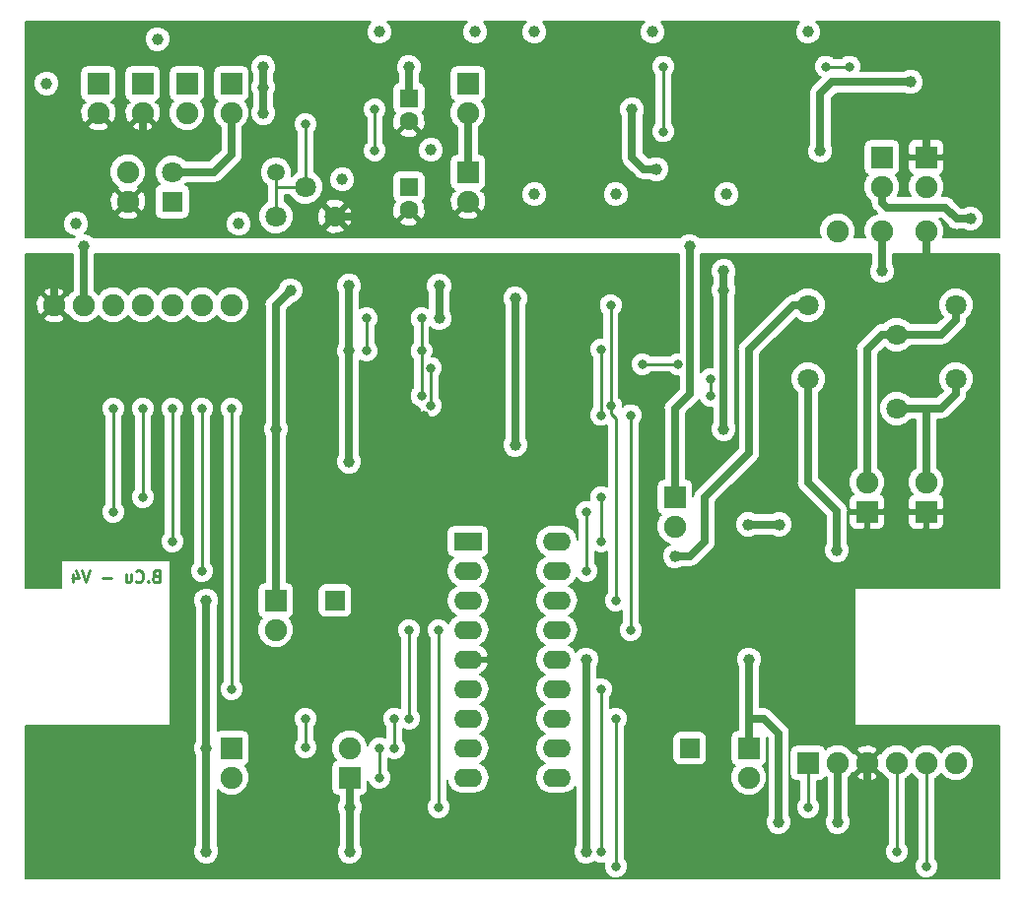
<source format=gbr>
G04 #@! TF.GenerationSoftware,KiCad,Pcbnew,(5.0.2)-1*
G04 #@! TF.CreationDate,2019-01-30T16:57:35+01:00*
G04 #@! TF.ProjectId,LampeSolaire,4c616d70-6553-46f6-9c61-6972652e6b69,4*
G04 #@! TF.SameCoordinates,Original*
G04 #@! TF.FileFunction,Copper,L2,Bot*
G04 #@! TF.FilePolarity,Positive*
%FSLAX46Y46*%
G04 Gerber Fmt 4.6, Leading zero omitted, Abs format (unit mm)*
G04 Created by KiCad (PCBNEW (5.0.2)-1) date 30.01.2019 16:57:35*
%MOMM*%
%LPD*%
G01*
G04 APERTURE LIST*
G04 #@! TA.AperFunction,NonConductor*
%ADD10C,0.250000*%
G04 #@! TD*
G04 #@! TA.AperFunction,ComponentPad*
%ADD11C,1.800000*%
G04 #@! TD*
G04 #@! TA.AperFunction,ComponentPad*
%ADD12R,1.900000X1.900000*%
G04 #@! TD*
G04 #@! TA.AperFunction,ComponentPad*
%ADD13C,1.900000*%
G04 #@! TD*
G04 #@! TA.AperFunction,ComponentPad*
%ADD14R,1.600000X1.600000*%
G04 #@! TD*
G04 #@! TA.AperFunction,ComponentPad*
%ADD15C,1.600000*%
G04 #@! TD*
G04 #@! TA.AperFunction,ComponentPad*
%ADD16R,1.800000X1.800000*%
G04 #@! TD*
G04 #@! TA.AperFunction,ComponentPad*
%ADD17R,2.400000X1.600000*%
G04 #@! TD*
G04 #@! TA.AperFunction,ComponentPad*
%ADD18O,2.400000X1.600000*%
G04 #@! TD*
G04 #@! TA.AperFunction,ComponentPad*
%ADD19R,1.700000X1.700000*%
G04 #@! TD*
G04 #@! TA.AperFunction,BGAPad,CuDef*
%ADD20C,1.500000*%
G04 #@! TD*
G04 #@! TA.AperFunction,ViaPad*
%ADD21C,1.000000*%
G04 #@! TD*
G04 #@! TA.AperFunction,ViaPad*
%ADD22C,0.800000*%
G04 #@! TD*
G04 #@! TA.AperFunction,Conductor*
%ADD23C,0.700000*%
G04 #@! TD*
G04 #@! TA.AperFunction,Conductor*
%ADD24C,0.250000*%
G04 #@! TD*
G04 #@! TA.AperFunction,Conductor*
%ADD25C,0.203200*%
G04 #@! TD*
G04 APERTURE END LIST*
D10*
X69368761Y-92816571D02*
X69225904Y-92864190D01*
X69178285Y-92911809D01*
X69130666Y-93007047D01*
X69130666Y-93149904D01*
X69178285Y-93245142D01*
X69225904Y-93292761D01*
X69321142Y-93340380D01*
X69702095Y-93340380D01*
X69702095Y-92340380D01*
X69368761Y-92340380D01*
X69273523Y-92388000D01*
X69225904Y-92435619D01*
X69178285Y-92530857D01*
X69178285Y-92626095D01*
X69225904Y-92721333D01*
X69273523Y-92768952D01*
X69368761Y-92816571D01*
X69702095Y-92816571D01*
X68702095Y-93245142D02*
X68654476Y-93292761D01*
X68702095Y-93340380D01*
X68749714Y-93292761D01*
X68702095Y-93245142D01*
X68702095Y-93340380D01*
X67654476Y-93245142D02*
X67702095Y-93292761D01*
X67844952Y-93340380D01*
X67940190Y-93340380D01*
X68083047Y-93292761D01*
X68178285Y-93197523D01*
X68225904Y-93102285D01*
X68273523Y-92911809D01*
X68273523Y-92768952D01*
X68225904Y-92578476D01*
X68178285Y-92483238D01*
X68083047Y-92388000D01*
X67940190Y-92340380D01*
X67844952Y-92340380D01*
X67702095Y-92388000D01*
X67654476Y-92435619D01*
X66797333Y-92673714D02*
X66797333Y-93340380D01*
X67225904Y-92673714D02*
X67225904Y-93197523D01*
X67178285Y-93292761D01*
X67083047Y-93340380D01*
X66940190Y-93340380D01*
X66844952Y-93292761D01*
X66797333Y-93245142D01*
X65559238Y-92959428D02*
X64797333Y-92959428D01*
X63702095Y-92340380D02*
X63368761Y-93340380D01*
X63035428Y-92340380D01*
X62273523Y-92673714D02*
X62273523Y-93340380D01*
X62511619Y-92292761D02*
X62749714Y-93007047D01*
X62130666Y-93007047D01*
D11*
G04 #@! TO.P,R2,3*
G04 #@! TO.N,GND_ALIM*
X84760000Y-61900000D03*
G04 #@! TO.P,R2,2*
G04 #@! TO.N,/VPROG*
X82220000Y-59360000D03*
G04 #@! TO.P,R2,1*
X79680000Y-61900000D03*
G04 #@! TD*
D12*
G04 #@! TO.P,W3,1*
G04 #@! TO.N,Net-(U1-Pad3)*
X96190000Y-50470000D03*
D13*
G04 #@! TO.P,W3,2*
G04 #@! TO.N,Net-(C2-Pad1)*
X96190000Y-53010000D03*
G04 #@! TD*
D14*
G04 #@! TO.P,C1,1*
G04 #@! TO.N,VSC*
X91110000Y-51740000D03*
D15*
G04 #@! TO.P,C1,2*
G04 #@! TO.N,GND_ALIM*
X91110000Y-53740000D03*
G04 #@! TD*
D14*
G04 #@! TO.P,C2,1*
G04 #@! TO.N,Net-(C2-Pad1)*
X91110000Y-59360000D03*
D15*
G04 #@! TO.P,C2,2*
G04 #@! TO.N,GND_ALIM*
X91110000Y-61360000D03*
G04 #@! TD*
D16*
G04 #@! TO.P,P1,1*
G04 #@! TO.N,Net-(P1-Pad1)*
X70790000Y-60630000D03*
D11*
G04 #@! TO.P,P1,2*
G04 #@! TO.N,VSC*
X70790000Y-58090000D03*
G04 #@! TD*
D12*
G04 #@! TO.P,SC1,1*
G04 #@! TO.N,Net-(SC1-Pad1)*
X68250000Y-50470000D03*
D13*
G04 #@! TO.P,SC1,2*
G04 #@! TO.N,GND_ALIM*
X68250000Y-53010000D03*
G04 #@! TD*
D12*
G04 #@! TO.P,W1,1*
G04 #@! TO.N,Net-(SC1-Pad1)*
X72060000Y-50470000D03*
D13*
G04 #@! TO.P,W1,2*
G04 #@! TO.N,Net-(W1-Pad2)*
X72060000Y-53010000D03*
G04 #@! TD*
D12*
G04 #@! TO.P,W2,1*
G04 #@! TO.N,Net-(W1-Pad2)*
X75870000Y-50470000D03*
D13*
G04 #@! TO.P,W2,2*
G04 #@! TO.N,VSC*
X75870000Y-53010000D03*
G04 #@! TD*
D12*
G04 #@! TO.P,X4,1*
G04 #@! TO.N,VCC*
X79680000Y-94920000D03*
D13*
G04 #@! TO.P,X4,2*
G04 #@! TO.N,Net-(U5-Pad7)*
X79680000Y-97460000D03*
G04 #@! TD*
D12*
G04 #@! TO.P,X5,1*
G04 #@! TO.N,VCC*
X75870000Y-107620000D03*
D13*
G04 #@! TO.P,X5,2*
G04 #@! TO.N,Net-(R11-Pad2)*
X75870000Y-110160000D03*
G04 #@! TD*
D12*
G04 #@! TO.P,P2,1*
G04 #@! TO.N,GND*
X130480000Y-87300000D03*
D13*
G04 #@! TO.P,P2,2*
G04 #@! TO.N,Net-(P2-Pad2)*
X130480000Y-84760000D03*
G04 #@! TD*
D12*
G04 #@! TO.P,P3,1*
G04 #@! TO.N,GND*
X135560000Y-87300000D03*
D13*
G04 #@! TO.P,P3,2*
G04 #@! TO.N,Net-(P3-Pad2)*
X135560000Y-84760000D03*
G04 #@! TD*
D11*
G04 #@! TO.P,R14,1*
G04 #@! TO.N,Net-(K1-Pad5)*
X125400000Y-75870000D03*
G04 #@! TO.P,R14,2*
G04 #@! TO.N,Net-(P3-Pad2)*
X133020000Y-78410000D03*
G04 #@! TO.P,R14,3*
X138100000Y-75870000D03*
G04 #@! TD*
D12*
G04 #@! TO.P,V1,1*
G04 #@! TO.N,Net-(C2-Pad1)*
X96190000Y-58090000D03*
D13*
G04 #@! TO.P,V1,2*
G04 #@! TO.N,GND_ALIM*
X96190000Y-60630000D03*
G04 #@! TD*
D11*
G04 #@! TO.P,R13,1*
G04 #@! TO.N,Net-(K1-Pad4)*
X125400000Y-69520000D03*
G04 #@! TO.P,R13,2*
G04 #@! TO.N,Net-(P2-Pad2)*
X133020000Y-72060000D03*
G04 #@! TO.P,R13,3*
X138100000Y-69520000D03*
G04 #@! TD*
D13*
G04 #@! TO.P,U4,1*
G04 #@! TO.N,GND*
X60630000Y-69520000D03*
G04 #@! TO.P,U4,5*
G04 #@! TO.N,Net-(R7-Pad2)*
X70790000Y-69520000D03*
G04 #@! TO.P,U4,6*
G04 #@! TO.N,Net-(R8-Pad2)*
X73330000Y-69520000D03*
G04 #@! TO.P,U4,7*
G04 #@! TO.N,Net-(R9-Pad2)*
X75870000Y-69520000D03*
G04 #@! TO.P,U4,4*
G04 #@! TO.N,Net-(R6-Pad2)*
X68250000Y-69520000D03*
G04 #@! TO.P,U4,3*
G04 #@! TO.N,Net-(R5-Pad2)*
X65710000Y-69520000D03*
G04 #@! TO.P,U4,2*
G04 #@! TO.N,VBAT*
X63170000Y-69520000D03*
G04 #@! TD*
D17*
G04 #@! TO.P,U5,1*
G04 #@! TO.N,Net-(R7-Pad1)*
X96190000Y-89840000D03*
D18*
G04 #@! TO.P,U5,10*
G04 #@! TO.N,Net-(U5-Pad10)*
X103810000Y-110160000D03*
G04 #@! TO.P,U5,2*
G04 #@! TO.N,Net-(R8-Pad1)*
X96190000Y-92380000D03*
G04 #@! TO.P,U5,11*
G04 #@! TO.N,Net-(U5-Pad11)*
X103810000Y-107620000D03*
G04 #@! TO.P,U5,3*
G04 #@! TO.N,Net-(U5-Pad3)*
X96190000Y-94920000D03*
G04 #@! TO.P,U5,12*
G04 #@! TO.N,/ICSPCLK*
X103810000Y-105080000D03*
G04 #@! TO.P,U5,4*
G04 #@! TO.N,/VPP*
X96190000Y-97460000D03*
G04 #@! TO.P,U5,13*
G04 #@! TO.N,/ICSPDAT*
X103810000Y-102540000D03*
G04 #@! TO.P,U5,5*
G04 #@! TO.N,GND*
X96190000Y-100000000D03*
G04 #@! TO.P,U5,14*
G04 #@! TO.N,VCC*
X103810000Y-100000000D03*
G04 #@! TO.P,U5,6*
G04 #@! TO.N,/INT*
X96190000Y-102540000D03*
G04 #@! TO.P,U5,15*
G04 #@! TO.N,/RESET*
X103810000Y-97460000D03*
G04 #@! TO.P,U5,7*
G04 #@! TO.N,Net-(U5-Pad7)*
X96190000Y-105080000D03*
G04 #@! TO.P,U5,16*
G04 #@! TO.N,/SET*
X103810000Y-94920000D03*
G04 #@! TO.P,U5,8*
G04 #@! TO.N,Net-(R11-Pad2)*
X96190000Y-107620000D03*
G04 #@! TO.P,U5,17*
G04 #@! TO.N,Net-(R5-Pad1)*
X103810000Y-92380000D03*
G04 #@! TO.P,U5,9*
G04 #@! TO.N,Net-(U5-Pad9)*
X96190000Y-110160000D03*
G04 #@! TO.P,U5,18*
G04 #@! TO.N,Net-(R6-Pad1)*
X103810000Y-89840000D03*
G04 #@! TD*
D13*
G04 #@! TO.P,W4,2*
G04 #@! TO.N,GND*
X135560000Y-59360000D03*
D12*
G04 #@! TO.P,W4,1*
G04 #@! TO.N,GND_ALIM*
X135560000Y-56820000D03*
G04 #@! TD*
G04 #@! TO.P,W5,1*
G04 #@! TO.N,Net-(U3-Pad5)*
X131750000Y-56820000D03*
D13*
G04 #@! TO.P,W5,2*
G04 #@! TO.N,VCC*
X131750000Y-59360000D03*
G04 #@! TD*
G04 #@! TO.P,X1,2*
G04 #@! TO.N,GND_ALIM*
X64440000Y-53010000D03*
D12*
G04 #@! TO.P,X1,1*
G04 #@! TO.N,Net-(W1-Pad2)*
X64440000Y-50470000D03*
G04 #@! TD*
G04 #@! TO.P,X2,1*
G04 #@! TO.N,/VPP*
X125400000Y-108890000D03*
D13*
G04 #@! TO.P,X2,2*
G04 #@! TO.N,VCC*
X127940000Y-108890000D03*
G04 #@! TO.P,X2,3*
G04 #@! TO.N,GND*
X130480000Y-108890000D03*
G04 #@! TO.P,X2,4*
G04 #@! TO.N,/ICSPDAT*
X133020000Y-108890000D03*
G04 #@! TO.P,X2,5*
G04 #@! TO.N,/ICSPCLK*
X135560000Y-108890000D03*
G04 #@! TO.P,X2,6*
G04 #@! TO.N,N/C*
X138100000Y-108890000D03*
G04 #@! TD*
D19*
G04 #@! TO.P,X3,1*
G04 #@! TO.N,Net-(U5-Pad3)*
X84760000Y-94920000D03*
G04 #@! TD*
D13*
G04 #@! TO.P,X6,2*
G04 #@! TO.N,Net-(U5-Pad9)*
X86030000Y-107620000D03*
D12*
G04 #@! TO.P,X6,1*
G04 #@! TO.N,VCC*
X86030000Y-110160000D03*
G04 #@! TD*
G04 #@! TO.P,X7,1*
G04 #@! TO.N,VCC*
X120320000Y-107620000D03*
D13*
G04 #@! TO.P,X7,2*
G04 #@! TO.N,Net-(U5-Pad10)*
X120320000Y-110160000D03*
G04 #@! TD*
D19*
G04 #@! TO.P,X8,1*
G04 #@! TO.N,Net-(U5-Pad11)*
X115240000Y-107620000D03*
G04 #@! TD*
D13*
G04 #@! TO.P,TP1,1*
G04 #@! TO.N,VCC*
X131750000Y-63170000D03*
G04 #@! TD*
G04 #@! TO.P,TP2,1*
G04 #@! TO.N,GND*
X135560000Y-63170000D03*
G04 #@! TD*
G04 #@! TO.P,TP3,1*
G04 #@! TO.N,VBAT*
X127940000Y-63170000D03*
G04 #@! TD*
G04 #@! TO.P,TP4,1*
G04 #@! TO.N,VSC*
X66980000Y-58090000D03*
G04 #@! TD*
G04 #@! TO.P,TP5,1*
G04 #@! TO.N,GND_ALIM*
X66980000Y-60630000D03*
G04 #@! TD*
D20*
G04 #@! TO.P,TP6,1*
G04 #@! TO.N,/VPROG*
X79680000Y-58090000D03*
G04 #@! TD*
D12*
G04 #@! TO.P,W6,1*
G04 #@! TO.N,VBAT*
X113970000Y-86030000D03*
D13*
G04 #@! TO.P,W6,2*
G04 #@! TO.N,Net-(K1-Pad3)*
X113970000Y-88570000D03*
G04 #@! TD*
D21*
G04 #@! TO.N,VSC*
X78600500Y-50787500D03*
X78600500Y-53010000D03*
X91110000Y-49073000D03*
X78600500Y-49073000D03*
X96825000Y-46025000D03*
X88570000Y-46025000D03*
X76505000Y-62535000D03*
X62535000Y-62535000D03*
X59995000Y-50470000D03*
X69520000Y-46660000D03*
X85395000Y-58725000D03*
X93015000Y-56185000D03*
G04 #@! TO.N,GND*
X92380000Y-100000000D03*
X92380000Y-115240000D03*
X98666500Y-73457000D03*
X98666500Y-65519500D03*
X92380000Y-79108500D03*
X98666500Y-79108500D03*
X60630000Y-65519500D03*
X98666500Y-75870000D03*
X135560000Y-65519500D03*
X127940000Y-65519500D03*
X127940000Y-84760000D03*
X130480000Y-115240000D03*
X110795000Y-105715000D03*
X110795000Y-115240000D03*
G04 #@! TO.N,VBAT*
X126448000Y-56280000D03*
X134226500Y-50343000D03*
X63170000Y-64440000D03*
X115240000Y-64440000D03*
X101905000Y-46025000D03*
X112065000Y-46025000D03*
X125400000Y-46025000D03*
X101905000Y-59995000D03*
X108890000Y-59995000D03*
X118415000Y-59995000D03*
G04 #@! TO.N,VCC*
X139370000Y-62090500D03*
X106350000Y-100000000D03*
X106350000Y-116510000D03*
X73711000Y-116510000D03*
X73711000Y-107620000D03*
X86030000Y-116510000D03*
X73711000Y-94920000D03*
X80950000Y-68250000D03*
X79680000Y-80188000D03*
X131750000Y-66599000D03*
X118161000Y-66599000D03*
X118161000Y-80188000D03*
X118161000Y-68250000D03*
X120320000Y-100000000D03*
X127940000Y-113970000D03*
X122860000Y-113970000D03*
X86030000Y-112700000D03*
G04 #@! TO.N,Net-(K1-Pad5)*
X127876500Y-90602000D03*
G04 #@! TO.N,/-*
X100254000Y-68948500D03*
X100254000Y-81521500D03*
G04 #@! TO.N,/+*
X85966500Y-73457000D03*
X85966500Y-67869000D03*
X93713500Y-70663000D03*
X93713500Y-67869000D03*
X85966500Y-82982000D03*
G04 #@! TO.N,Net-(K1-Pad3)*
X122923500Y-88379500D03*
X120256500Y-88379500D03*
D22*
G04 #@! TO.N,/STAT*
X88189000Y-52692500D03*
X88189000Y-56248500D03*
G04 #@! TO.N,/VPROG*
X82220000Y-53962500D03*
G04 #@! TO.N,/~RST*
X112954000Y-54597500D03*
X112954000Y-49009500D03*
X128956000Y-49009500D03*
X126924000Y-49009500D03*
G04 #@! TO.N,Net-(R5-Pad1)*
X65710000Y-78410000D03*
X65710000Y-87300000D03*
X106350000Y-87300000D03*
X106350000Y-92380000D03*
G04 #@! TO.N,Net-(R6-Pad1)*
X107620000Y-89840000D03*
X107620000Y-86030000D03*
X68250000Y-86030000D03*
X68250000Y-78410000D03*
G04 #@! TO.N,Net-(R7-Pad1)*
X70790000Y-78410000D03*
X70790000Y-89840000D03*
G04 #@! TO.N,Net-(R8-Pad1)*
X73330000Y-92380000D03*
X73330000Y-78410000D03*
G04 #@! TO.N,/SET*
X93015000Y-74917500D03*
X108445500Y-78156000D03*
X93015000Y-78156000D03*
X108445500Y-69520000D03*
X108890000Y-94920000D03*
G04 #@! TO.N,/RESET*
X107620000Y-73330000D03*
X107620000Y-78981500D03*
X110160000Y-78981500D03*
X110160000Y-97460000D03*
G04 #@! TO.N,/VPP*
X125400000Y-112700000D03*
X93650000Y-112700000D03*
X93650000Y-97460000D03*
G04 #@! TO.N,/ICSPDAT*
X133020000Y-116510000D03*
X107620000Y-116510000D03*
X107620000Y-102540000D03*
G04 #@! TO.N,/ICSPCLK*
X108890000Y-117780000D03*
X135560000Y-117780000D03*
X108890000Y-105080000D03*
G04 #@! TO.N,/INT*
X75870000Y-102540000D03*
X75870000Y-78410000D03*
D21*
G04 #@! TO.N,GND_ALIM*
X68250000Y-55169000D03*
X86919000Y-55169000D03*
X86919000Y-51740000D03*
X86919000Y-61900000D03*
X86919000Y-47803000D03*
X106096000Y-47803000D03*
X106096000Y-56502500D03*
X119558000Y-52692500D03*
X119558000Y-47803000D03*
X135496500Y-47803000D03*
D22*
G04 #@! TO.N,/RESET2*
X92189500Y-70663000D03*
X92189500Y-73457000D03*
X92189500Y-77330500D03*
X117018000Y-77330500D03*
X117018000Y-75870000D03*
D21*
G04 #@! TO.N,/VBAT_0*
X110287000Y-52692500D03*
X112382500Y-57836000D03*
D22*
G04 #@! TO.N,Net-(R11-Pad2)*
X82220000Y-107556500D03*
X82220000Y-105080000D03*
X89840000Y-105080000D03*
X89840000Y-107620000D03*
G04 #@! TO.N,Net-(R12-Pad1)*
X87490500Y-70663000D03*
X87490500Y-73457000D03*
G04 #@! TO.N,Net-(U5-Pad7)*
X91110000Y-105080000D03*
X91110000Y-97460000D03*
G04 #@! TO.N,Net-(U5-Pad9)*
X88570000Y-107620000D03*
X88570000Y-110160000D03*
G04 #@! TO.N,Net-(U6-Pad10)*
X111176000Y-74600000D03*
X114224000Y-74600000D03*
D21*
G04 #@! TO.N,Net-(K1-Pad4)*
X113970000Y-91110000D03*
G04 #@! TD*
D23*
G04 #@! TO.N,VSC*
X78600500Y-50787500D02*
X78537000Y-50851000D01*
X78600500Y-50787500D02*
X78600500Y-53010000D01*
X78600500Y-50787500D02*
X78600500Y-49073000D01*
X91110000Y-49073000D02*
X91110000Y-51740000D01*
X70790000Y-58090000D02*
X74346000Y-58090000D01*
X75870000Y-56566000D02*
X75870000Y-53010000D01*
X74346000Y-58090000D02*
X75870000Y-56566000D01*
G04 #@! TO.N,GND*
X92380000Y-115240000D02*
X92380000Y-110160000D01*
X92380000Y-110160000D02*
X92380000Y-100000000D01*
X98666500Y-73457000D02*
X98666500Y-65519500D01*
X92380000Y-100000000D02*
X92380000Y-79108500D01*
X98666500Y-79108500D02*
X98666500Y-75870000D01*
X98666500Y-75870000D02*
X98666500Y-73457000D01*
X60630000Y-65519500D02*
X60630000Y-69520000D01*
X135560000Y-65519500D02*
X135560000Y-63170000D01*
X127940000Y-84760000D02*
X127940000Y-65519500D01*
X130480000Y-108890000D02*
X130480000Y-115240000D01*
X110795000Y-105715000D02*
X110795000Y-115240000D01*
G04 #@! TO.N,VBAT*
X127432000Y-50343000D02*
X131750000Y-50343000D01*
X126448000Y-51327000D02*
X127432000Y-50343000D01*
X126448000Y-51327000D02*
X126448000Y-56280000D01*
X131750000Y-50343000D02*
X134226500Y-50343000D01*
X63170000Y-64440000D02*
X63170000Y-69520000D01*
X113970000Y-86030000D02*
X113970000Y-78410000D01*
X115240000Y-77140000D02*
X115240000Y-64440000D01*
X113970000Y-78410000D02*
X115240000Y-77140000D01*
G04 #@! TO.N,VCC*
X131750000Y-60693500D02*
X131750000Y-59360000D01*
X132194500Y-61138000D02*
X131750000Y-60693500D01*
X137211000Y-61138000D02*
X132194500Y-61138000D01*
X138163500Y-62090500D02*
X137211000Y-61138000D01*
X139370000Y-62090500D02*
X138163500Y-62090500D01*
X106350000Y-116510000D02*
X106350000Y-100000000D01*
X73711000Y-107620000D02*
X73711000Y-116510000D01*
X86030000Y-110160000D02*
X86030000Y-112700000D01*
X86030000Y-112700000D02*
X86030000Y-116510000D01*
X73711000Y-107620000D02*
X73711000Y-94920000D01*
X79680000Y-94920000D02*
X79680000Y-80188000D01*
X79680000Y-80188000D02*
X79680000Y-77140000D01*
X80950000Y-68250000D02*
X79680000Y-69520000D01*
X79680000Y-69520000D02*
X79680000Y-77140000D01*
X131750000Y-63170000D02*
X131750000Y-66599000D01*
X118161000Y-80188000D02*
X118161000Y-68250000D01*
X118161000Y-68250000D02*
X118161000Y-66599000D01*
X120320000Y-107620000D02*
X120320000Y-105080000D01*
X120320000Y-105080000D02*
X120320000Y-100000000D01*
X127940000Y-108890000D02*
X127940000Y-113970000D01*
X122860000Y-113970000D02*
X122860000Y-106350000D01*
X122860000Y-106350000D02*
X121590000Y-105080000D01*
X121590000Y-105080000D02*
X120320000Y-105080000D01*
G04 #@! TO.N,Net-(K1-Pad5)*
X125400000Y-75870000D02*
X125400000Y-84760000D01*
X127876500Y-87236500D02*
X127876500Y-90602000D01*
X125400000Y-84760000D02*
X127876500Y-87236500D01*
G04 #@! TO.N,/-*
X100254000Y-81521500D02*
X100254000Y-68948500D01*
G04 #@! TO.N,/+*
X85966500Y-67869000D02*
X85966500Y-73457000D01*
X93713500Y-70663000D02*
X93713500Y-67869000D01*
X85966500Y-82982000D02*
X85966500Y-73457000D01*
G04 #@! TO.N,Net-(K1-Pad3)*
X120256500Y-88379500D02*
X122923500Y-88379500D01*
G04 #@! TO.N,Net-(P2-Pad2)*
X133020000Y-72060000D02*
X136830000Y-72060000D01*
X138100000Y-70790000D02*
X138100000Y-69520000D01*
X136830000Y-72060000D02*
X138100000Y-70790000D01*
X130480000Y-84760000D02*
X130480000Y-73330000D01*
X131750000Y-72060000D02*
X133020000Y-72060000D01*
X130480000Y-73330000D02*
X131750000Y-72060000D01*
G04 #@! TO.N,Net-(P3-Pad2)*
X133020000Y-78410000D02*
X135560000Y-78410000D01*
X135560000Y-78410000D02*
X136830000Y-78410000D01*
X138100000Y-77140000D02*
X138100000Y-75870000D01*
X136830000Y-78410000D02*
X138100000Y-77140000D01*
X135560000Y-84760000D02*
X135560000Y-78410000D01*
D24*
G04 #@! TO.N,/STAT*
X88189000Y-56248500D02*
X88189000Y-52692500D01*
G04 #@! TO.N,/VPROG*
X82220000Y-59360000D02*
X82220000Y-53962500D01*
X79680000Y-61900000D02*
X79680000Y-59360000D01*
X79680000Y-59360000D02*
X79680000Y-58090000D01*
X82220000Y-59360000D02*
X79680000Y-59360000D01*
G04 #@! TO.N,/~RST*
X112954000Y-49009500D02*
X112954000Y-54597500D01*
X126924000Y-49009500D02*
X128956000Y-49009500D01*
G04 #@! TO.N,Net-(R5-Pad1)*
X65710000Y-87300000D02*
X65710000Y-78410000D01*
X106350000Y-92380000D02*
X106350000Y-87300000D01*
G04 #@! TO.N,Net-(R6-Pad1)*
X107620000Y-86030000D02*
X107620000Y-89840000D01*
X68250000Y-78410000D02*
X68250000Y-86030000D01*
G04 #@! TO.N,Net-(R7-Pad1)*
X70790000Y-89840000D02*
X70790000Y-78410000D01*
G04 #@! TO.N,Net-(R8-Pad1)*
X73330000Y-78410000D02*
X73330000Y-92380000D01*
G04 #@! TO.N,/SET*
X93015000Y-76632000D02*
X93015000Y-74917500D01*
X93015000Y-78156000D02*
X93015000Y-76632000D01*
X108445500Y-78156000D02*
X108445500Y-69520000D01*
X108445500Y-78854500D02*
X108445500Y-78156000D01*
X108890000Y-79299000D02*
X108445500Y-78854500D01*
X108890000Y-94920000D02*
X108890000Y-79299000D01*
G04 #@! TO.N,/RESET*
X107620000Y-78981500D02*
X107620000Y-73330000D01*
X110160000Y-97460000D02*
X110160000Y-78981500D01*
G04 #@! TO.N,/VPP*
X125400000Y-112700000D02*
X125400000Y-108890000D01*
X93650000Y-97460000D02*
X93650000Y-112700000D01*
G04 #@! TO.N,/ICSPDAT*
X133020000Y-116510000D02*
X133020000Y-108890000D01*
X107620000Y-116510000D02*
X107620000Y-102540000D01*
G04 #@! TO.N,/ICSPCLK*
X135560000Y-117780000D02*
X135560000Y-108890000D01*
X108890000Y-117780000D02*
X108890000Y-105080000D01*
G04 #@! TO.N,/INT*
X75870000Y-78410000D02*
X75870000Y-102540000D01*
D23*
G04 #@! TO.N,GND_ALIM*
X68250000Y-55169000D02*
X68250000Y-53010000D01*
X86919000Y-55169000D02*
X86919000Y-61900000D01*
X86919000Y-51740000D02*
X86919000Y-55169000D01*
X84760000Y-61900000D02*
X86919000Y-61900000D01*
X86919000Y-51740000D02*
X86919000Y-47803000D01*
X106096000Y-47803000D02*
X106096000Y-56502500D01*
X119558000Y-52692500D02*
X119558000Y-47803000D01*
X135560000Y-47866500D02*
X135560000Y-56820000D01*
X135496500Y-47803000D02*
X135560000Y-47866500D01*
D24*
G04 #@! TO.N,/RESET2*
X92189500Y-70663000D02*
X92189500Y-73457000D01*
X92189500Y-73457000D02*
X92189500Y-77330500D01*
X117018000Y-75870000D02*
X117018000Y-77330500D01*
D23*
G04 #@! TO.N,Net-(C2-Pad1)*
X96190000Y-53010000D02*
X96190000Y-58090000D01*
G04 #@! TO.N,/VBAT_0*
X111303000Y-57836000D02*
X112382500Y-57836000D01*
X110287000Y-56820000D02*
X111303000Y-57836000D01*
X110287000Y-56820000D02*
X110287000Y-52692500D01*
D24*
G04 #@! TO.N,Net-(R11-Pad2)*
X82220000Y-107556500D02*
X82220000Y-105080000D01*
X89840000Y-105080000D02*
X89840000Y-107620000D01*
G04 #@! TO.N,Net-(R12-Pad1)*
X87490500Y-73457000D02*
X87490500Y-70663000D01*
G04 #@! TO.N,Net-(U5-Pad7)*
X91110000Y-105080000D02*
X91110000Y-97460000D01*
G04 #@! TO.N,Net-(U5-Pad9)*
X88570000Y-107620000D02*
X88570000Y-110160000D01*
G04 #@! TO.N,Net-(U6-Pad10)*
X114224000Y-74600000D02*
X111176000Y-74600000D01*
D23*
G04 #@! TO.N,Net-(K1-Pad4)*
X125400000Y-69520000D02*
X124130000Y-69520000D01*
X115240000Y-91110000D02*
X113970000Y-91110000D01*
X116510000Y-89840000D02*
X115240000Y-91110000D01*
X116510000Y-86030000D02*
X116510000Y-89840000D01*
X120320000Y-82220000D02*
X116510000Y-86030000D01*
X120320000Y-73330000D02*
X120320000Y-82220000D01*
X124130000Y-69520000D02*
X120320000Y-73330000D01*
G04 #@! TD*
D25*
G04 #@! TO.N,GND_ALIM*
G36*
X87629327Y-45396462D02*
X87460400Y-45804287D01*
X87460400Y-46245713D01*
X87629327Y-46653538D01*
X87941462Y-46965673D01*
X88349287Y-47134600D01*
X88790713Y-47134600D01*
X89198538Y-46965673D01*
X89510673Y-46653538D01*
X89679600Y-46245713D01*
X89679600Y-45804287D01*
X89510673Y-45396462D01*
X89298811Y-45184600D01*
X96096189Y-45184600D01*
X95884327Y-45396462D01*
X95715400Y-45804287D01*
X95715400Y-46245713D01*
X95884327Y-46653538D01*
X96196462Y-46965673D01*
X96604287Y-47134600D01*
X97045713Y-47134600D01*
X97453538Y-46965673D01*
X97765673Y-46653538D01*
X97934600Y-46245713D01*
X97934600Y-45804287D01*
X97765673Y-45396462D01*
X97553811Y-45184600D01*
X101176189Y-45184600D01*
X100964327Y-45396462D01*
X100795400Y-45804287D01*
X100795400Y-46245713D01*
X100964327Y-46653538D01*
X101276462Y-46965673D01*
X101684287Y-47134600D01*
X102125713Y-47134600D01*
X102533538Y-46965673D01*
X102845673Y-46653538D01*
X103014600Y-46245713D01*
X103014600Y-45804287D01*
X102845673Y-45396462D01*
X102633811Y-45184600D01*
X111336189Y-45184600D01*
X111124327Y-45396462D01*
X110955400Y-45804287D01*
X110955400Y-46245713D01*
X111124327Y-46653538D01*
X111436462Y-46965673D01*
X111844287Y-47134600D01*
X112285713Y-47134600D01*
X112693538Y-46965673D01*
X113005673Y-46653538D01*
X113174600Y-46245713D01*
X113174600Y-45804287D01*
X113005673Y-45396462D01*
X112793811Y-45184600D01*
X124671189Y-45184600D01*
X124459327Y-45396462D01*
X124290400Y-45804287D01*
X124290400Y-46245713D01*
X124459327Y-46653538D01*
X124771462Y-46965673D01*
X125179287Y-47134600D01*
X125620713Y-47134600D01*
X126028538Y-46965673D01*
X126340673Y-46653538D01*
X126509600Y-46245713D01*
X126509600Y-45804287D01*
X126340673Y-45396462D01*
X126128811Y-45184600D01*
X141815400Y-45184600D01*
X141815400Y-63703400D01*
X137027157Y-63703400D01*
X137119600Y-63480224D01*
X137119600Y-62859776D01*
X136882165Y-62286558D01*
X136693207Y-62097600D01*
X136813521Y-62097600D01*
X137418132Y-62702211D01*
X137471667Y-62782333D01*
X137789083Y-62994423D01*
X138068991Y-63050100D01*
X138163499Y-63068899D01*
X138258007Y-63050100D01*
X138787156Y-63050100D01*
X139149287Y-63200100D01*
X139590713Y-63200100D01*
X139998538Y-63031173D01*
X140310673Y-62719038D01*
X140479600Y-62311213D01*
X140479600Y-61869787D01*
X140310673Y-61461962D01*
X139998538Y-61149827D01*
X139590713Y-60980900D01*
X139149287Y-60980900D01*
X138787156Y-61130900D01*
X138560979Y-61130900D01*
X137956372Y-60526293D01*
X137902833Y-60446167D01*
X137585417Y-60234077D01*
X137305509Y-60178400D01*
X137305508Y-60178400D01*
X137211000Y-60159601D01*
X137116492Y-60178400D01*
X136909106Y-60178400D01*
X137119600Y-59670224D01*
X137119600Y-59049776D01*
X136882165Y-58476558D01*
X136740116Y-58334509D01*
X136855311Y-58286794D01*
X137026794Y-58115311D01*
X137119600Y-57891257D01*
X137119600Y-57124800D01*
X136967200Y-56972400D01*
X135712400Y-56972400D01*
X135712400Y-56992400D01*
X135407600Y-56992400D01*
X135407600Y-56972400D01*
X134152800Y-56972400D01*
X134000400Y-57124800D01*
X134000400Y-57891257D01*
X134093206Y-58115311D01*
X134264689Y-58286794D01*
X134379884Y-58334509D01*
X134237835Y-58476558D01*
X134000400Y-59049776D01*
X134000400Y-59670224D01*
X134210894Y-60178400D01*
X133099106Y-60178400D01*
X133309600Y-59670224D01*
X133309600Y-59049776D01*
X133072165Y-58476558D01*
X132939043Y-58343436D01*
X133139497Y-58209497D01*
X133274230Y-58007854D01*
X133321542Y-57770000D01*
X133321542Y-55870000D01*
X133297423Y-55748743D01*
X134000400Y-55748743D01*
X134000400Y-56515200D01*
X134152800Y-56667600D01*
X135407600Y-56667600D01*
X135407600Y-55412800D01*
X135712400Y-55412800D01*
X135712400Y-56667600D01*
X136967200Y-56667600D01*
X137119600Y-56515200D01*
X137119600Y-55748743D01*
X137026794Y-55524689D01*
X136855311Y-55353206D01*
X136631257Y-55260400D01*
X135864800Y-55260400D01*
X135712400Y-55412800D01*
X135407600Y-55412800D01*
X135255200Y-55260400D01*
X134488743Y-55260400D01*
X134264689Y-55353206D01*
X134093206Y-55524689D01*
X134000400Y-55748743D01*
X133297423Y-55748743D01*
X133274230Y-55632146D01*
X133139497Y-55430503D01*
X132937854Y-55295770D01*
X132700000Y-55248458D01*
X130800000Y-55248458D01*
X130562146Y-55295770D01*
X130360503Y-55430503D01*
X130225770Y-55632146D01*
X130178458Y-55870000D01*
X130178458Y-57770000D01*
X130225770Y-58007854D01*
X130360503Y-58209497D01*
X130560957Y-58343436D01*
X130427835Y-58476558D01*
X130190400Y-59049776D01*
X130190400Y-59670224D01*
X130427835Y-60243442D01*
X130789236Y-60604843D01*
X130771601Y-60693500D01*
X130790400Y-60788008D01*
X130846077Y-61067916D01*
X131058167Y-61385333D01*
X131138294Y-61438872D01*
X131347885Y-61648463D01*
X130866558Y-61847835D01*
X130427835Y-62286558D01*
X130190400Y-62859776D01*
X130190400Y-63480224D01*
X130282843Y-63703400D01*
X129407157Y-63703400D01*
X129499600Y-63480224D01*
X129499600Y-62859776D01*
X129262165Y-62286558D01*
X128823442Y-61847835D01*
X128250224Y-61610400D01*
X127629776Y-61610400D01*
X127056558Y-61847835D01*
X126617835Y-62286558D01*
X126380400Y-62859776D01*
X126380400Y-63480224D01*
X126472843Y-63703400D01*
X116072611Y-63703400D01*
X115868538Y-63499327D01*
X115460713Y-63330400D01*
X115019287Y-63330400D01*
X114611462Y-63499327D01*
X114407389Y-63703400D01*
X64002611Y-63703400D01*
X63798538Y-63499327D01*
X63390713Y-63330400D01*
X63308811Y-63330400D01*
X63475673Y-63163538D01*
X63644600Y-62755713D01*
X63644600Y-62314287D01*
X75395400Y-62314287D01*
X75395400Y-62755713D01*
X75564327Y-63163538D01*
X75876462Y-63475673D01*
X76284287Y-63644600D01*
X76725713Y-63644600D01*
X77133538Y-63475673D01*
X77445673Y-63163538D01*
X77614600Y-62755713D01*
X77614600Y-62314287D01*
X77445673Y-61906462D01*
X77138933Y-61599722D01*
X78170400Y-61599722D01*
X78170400Y-62200278D01*
X78400223Y-62755120D01*
X78824880Y-63179777D01*
X79379722Y-63409600D01*
X79980278Y-63409600D01*
X80535120Y-63179777D01*
X80732475Y-62982422D01*
X83893104Y-62982422D01*
X83983035Y-63228679D01*
X84550642Y-63424871D01*
X85150121Y-63388914D01*
X85536965Y-63228679D01*
X85626896Y-62982422D01*
X84760000Y-62115526D01*
X83893104Y-62982422D01*
X80732475Y-62982422D01*
X80959777Y-62755120D01*
X81189600Y-62200278D01*
X81189600Y-61690642D01*
X83235129Y-61690642D01*
X83271086Y-62290121D01*
X83431321Y-62676965D01*
X83677578Y-62766896D01*
X84544474Y-61900000D01*
X84975526Y-61900000D01*
X85842422Y-62766896D01*
X86088679Y-62676965D01*
X86194832Y-62369851D01*
X90315675Y-62369851D01*
X90393282Y-62605755D01*
X90924569Y-62785204D01*
X91484086Y-62747679D01*
X91826718Y-62605755D01*
X91904325Y-62369851D01*
X91110000Y-61575526D01*
X90315675Y-62369851D01*
X86194832Y-62369851D01*
X86284871Y-62109358D01*
X86248914Y-61509879D01*
X86110025Y-61174569D01*
X89684796Y-61174569D01*
X89722321Y-61734086D01*
X89864245Y-62076718D01*
X90100149Y-62154325D01*
X90894474Y-61360000D01*
X90880332Y-61345858D01*
X91095858Y-61130332D01*
X91110000Y-61144474D01*
X91124143Y-61130332D01*
X91339669Y-61345858D01*
X91325526Y-61360000D01*
X92119851Y-62154325D01*
X92355755Y-62076718D01*
X92466553Y-61748681D01*
X95286845Y-61748681D01*
X95382927Y-62000118D01*
X95968683Y-62204677D01*
X96588132Y-62169506D01*
X96997073Y-62000118D01*
X97093155Y-61748681D01*
X96190000Y-60845526D01*
X95286845Y-61748681D01*
X92466553Y-61748681D01*
X92535204Y-61545431D01*
X92497679Y-60985914D01*
X92355755Y-60643282D01*
X92307652Y-60627457D01*
X92349497Y-60599497D01*
X92476994Y-60408683D01*
X94615323Y-60408683D01*
X94650494Y-61028132D01*
X94819882Y-61437073D01*
X95071319Y-61533155D01*
X95974474Y-60630000D01*
X95960332Y-60615858D01*
X96175858Y-60400332D01*
X96190000Y-60414474D01*
X96204143Y-60400332D01*
X96419669Y-60615858D01*
X96405526Y-60630000D01*
X97308681Y-61533155D01*
X97560118Y-61437073D01*
X97764677Y-60851317D01*
X97729506Y-60231868D01*
X97560118Y-59822927D01*
X97432832Y-59774287D01*
X100795400Y-59774287D01*
X100795400Y-60215713D01*
X100964327Y-60623538D01*
X101276462Y-60935673D01*
X101684287Y-61104600D01*
X102125713Y-61104600D01*
X102533538Y-60935673D01*
X102845673Y-60623538D01*
X103014600Y-60215713D01*
X103014600Y-59774287D01*
X107780400Y-59774287D01*
X107780400Y-60215713D01*
X107949327Y-60623538D01*
X108261462Y-60935673D01*
X108669287Y-61104600D01*
X109110713Y-61104600D01*
X109518538Y-60935673D01*
X109830673Y-60623538D01*
X109999600Y-60215713D01*
X109999600Y-59774287D01*
X117305400Y-59774287D01*
X117305400Y-60215713D01*
X117474327Y-60623538D01*
X117786462Y-60935673D01*
X118194287Y-61104600D01*
X118635713Y-61104600D01*
X119043538Y-60935673D01*
X119355673Y-60623538D01*
X119524600Y-60215713D01*
X119524600Y-59774287D01*
X119355673Y-59366462D01*
X119043538Y-59054327D01*
X118635713Y-58885400D01*
X118194287Y-58885400D01*
X117786462Y-59054327D01*
X117474327Y-59366462D01*
X117305400Y-59774287D01*
X109999600Y-59774287D01*
X109830673Y-59366462D01*
X109518538Y-59054327D01*
X109110713Y-58885400D01*
X108669287Y-58885400D01*
X108261462Y-59054327D01*
X107949327Y-59366462D01*
X107780400Y-59774287D01*
X103014600Y-59774287D01*
X102845673Y-59366462D01*
X102533538Y-59054327D01*
X102125713Y-58885400D01*
X101684287Y-58885400D01*
X101276462Y-59054327D01*
X100964327Y-59366462D01*
X100795400Y-59774287D01*
X97432832Y-59774287D01*
X97308683Y-59726846D01*
X97420766Y-59614763D01*
X97403258Y-59597255D01*
X97579497Y-59479497D01*
X97714230Y-59277854D01*
X97761542Y-59040000D01*
X97761542Y-57140000D01*
X97714230Y-56902146D01*
X97579497Y-56700503D01*
X97377854Y-56565770D01*
X97149600Y-56520368D01*
X97149600Y-54256007D01*
X97512165Y-53893442D01*
X97749600Y-53320224D01*
X97749600Y-52699776D01*
X97655164Y-52471787D01*
X109177400Y-52471787D01*
X109177400Y-52913213D01*
X109327401Y-53275346D01*
X109327400Y-56725492D01*
X109308601Y-56820000D01*
X109327400Y-56914508D01*
X109383077Y-57194416D01*
X109595167Y-57511833D01*
X109675294Y-57565372D01*
X110557630Y-58447709D01*
X110611167Y-58527833D01*
X110928583Y-58739923D01*
X111208491Y-58795600D01*
X111208492Y-58795600D01*
X111303000Y-58814399D01*
X111397508Y-58795600D01*
X111799656Y-58795600D01*
X112161787Y-58945600D01*
X112603213Y-58945600D01*
X113011038Y-58776673D01*
X113323173Y-58464538D01*
X113492100Y-58056713D01*
X113492100Y-57615287D01*
X113323173Y-57207462D01*
X113011038Y-56895327D01*
X112603213Y-56726400D01*
X112161787Y-56726400D01*
X111799656Y-56876400D01*
X111700479Y-56876400D01*
X111246600Y-56422522D01*
X111246600Y-56059287D01*
X125338400Y-56059287D01*
X125338400Y-56500713D01*
X125507327Y-56908538D01*
X125819462Y-57220673D01*
X126227287Y-57389600D01*
X126668713Y-57389600D01*
X127076538Y-57220673D01*
X127388673Y-56908538D01*
X127557600Y-56500713D01*
X127557600Y-56059287D01*
X127407600Y-55697156D01*
X127407600Y-51724478D01*
X127829479Y-51302600D01*
X133643656Y-51302600D01*
X134005787Y-51452600D01*
X134447213Y-51452600D01*
X134855038Y-51283673D01*
X135167173Y-50971538D01*
X135336100Y-50563713D01*
X135336100Y-50122287D01*
X135167173Y-49714462D01*
X134855038Y-49402327D01*
X134447213Y-49233400D01*
X134005787Y-49233400D01*
X133643656Y-49383400D01*
X129893908Y-49383400D01*
X129965600Y-49210322D01*
X129965600Y-48808678D01*
X129811897Y-48437608D01*
X129527892Y-48153603D01*
X129156822Y-47999900D01*
X128755178Y-47999900D01*
X128384108Y-48153603D01*
X128262811Y-48274900D01*
X127617189Y-48274900D01*
X127495892Y-48153603D01*
X127124822Y-47999900D01*
X126723178Y-47999900D01*
X126352108Y-48153603D01*
X126068103Y-48437608D01*
X125914400Y-48808678D01*
X125914400Y-49210322D01*
X126068103Y-49581392D01*
X126352108Y-49865397D01*
X126493824Y-49924098D01*
X125836294Y-50581628D01*
X125756167Y-50635167D01*
X125544077Y-50952584D01*
X125502438Y-51161917D01*
X125469601Y-51327000D01*
X125488400Y-51421508D01*
X125488401Y-55697154D01*
X125338400Y-56059287D01*
X111246600Y-56059287D01*
X111246600Y-53275344D01*
X111396600Y-52913213D01*
X111396600Y-52471787D01*
X111227673Y-52063962D01*
X110915538Y-51751827D01*
X110507713Y-51582900D01*
X110066287Y-51582900D01*
X109658462Y-51751827D01*
X109346327Y-52063962D01*
X109177400Y-52471787D01*
X97655164Y-52471787D01*
X97512165Y-52126558D01*
X97379043Y-51993436D01*
X97579497Y-51859497D01*
X97714230Y-51657854D01*
X97761542Y-51420000D01*
X97761542Y-49520000D01*
X97714230Y-49282146D01*
X97579497Y-49080503D01*
X97377854Y-48945770D01*
X97140000Y-48898458D01*
X95240000Y-48898458D01*
X95002146Y-48945770D01*
X94800503Y-49080503D01*
X94665770Y-49282146D01*
X94618458Y-49520000D01*
X94618458Y-51420000D01*
X94665770Y-51657854D01*
X94800503Y-51859497D01*
X95000957Y-51993436D01*
X94867835Y-52126558D01*
X94630400Y-52699776D01*
X94630400Y-53320224D01*
X94867835Y-53893442D01*
X95230400Y-54256007D01*
X95230401Y-56520367D01*
X95002146Y-56565770D01*
X94800503Y-56700503D01*
X94665770Y-56902146D01*
X94618458Y-57140000D01*
X94618458Y-59040000D01*
X94665770Y-59277854D01*
X94800503Y-59479497D01*
X94976742Y-59597255D01*
X94959234Y-59614763D01*
X95071317Y-59726846D01*
X94819882Y-59822927D01*
X94615323Y-60408683D01*
X92476994Y-60408683D01*
X92484230Y-60397854D01*
X92531542Y-60160000D01*
X92531542Y-58560000D01*
X92484230Y-58322146D01*
X92349497Y-58120503D01*
X92147854Y-57985770D01*
X91910000Y-57938458D01*
X90310000Y-57938458D01*
X90072146Y-57985770D01*
X89870503Y-58120503D01*
X89735770Y-58322146D01*
X89688458Y-58560000D01*
X89688458Y-60160000D01*
X89735770Y-60397854D01*
X89870503Y-60599497D01*
X89912348Y-60627457D01*
X89864245Y-60643282D01*
X89684796Y-61174569D01*
X86110025Y-61174569D01*
X86088679Y-61123035D01*
X85842422Y-61033104D01*
X84975526Y-61900000D01*
X84544474Y-61900000D01*
X83677578Y-61033104D01*
X83431321Y-61123035D01*
X83235129Y-61690642D01*
X81189600Y-61690642D01*
X81189600Y-61599722D01*
X80959777Y-61044880D01*
X80535120Y-60620223D01*
X80414600Y-60570302D01*
X80414600Y-60094600D01*
X80890302Y-60094600D01*
X80940223Y-60215120D01*
X81364880Y-60639777D01*
X81919722Y-60869600D01*
X82520278Y-60869600D01*
X82645870Y-60817578D01*
X83893104Y-60817578D01*
X84760000Y-61684474D01*
X85626896Y-60817578D01*
X85536965Y-60571321D01*
X84969358Y-60375129D01*
X84369879Y-60411086D01*
X83983035Y-60571321D01*
X83893104Y-60817578D01*
X82645870Y-60817578D01*
X83075120Y-60639777D01*
X83499777Y-60215120D01*
X83729600Y-59660278D01*
X83729600Y-59059722D01*
X83499777Y-58504880D01*
X83499184Y-58504287D01*
X84285400Y-58504287D01*
X84285400Y-58945713D01*
X84454327Y-59353538D01*
X84766462Y-59665673D01*
X85174287Y-59834600D01*
X85615713Y-59834600D01*
X86023538Y-59665673D01*
X86335673Y-59353538D01*
X86504600Y-58945713D01*
X86504600Y-58504287D01*
X86335673Y-58096462D01*
X86023538Y-57784327D01*
X85615713Y-57615400D01*
X85174287Y-57615400D01*
X84766462Y-57784327D01*
X84454327Y-58096462D01*
X84285400Y-58504287D01*
X83499184Y-58504287D01*
X83075120Y-58080223D01*
X82954600Y-58030302D01*
X82954600Y-54655689D01*
X83075897Y-54534392D01*
X83229600Y-54163322D01*
X83229600Y-53761678D01*
X83075897Y-53390608D01*
X82791892Y-53106603D01*
X82420822Y-52952900D01*
X82019178Y-52952900D01*
X81648108Y-53106603D01*
X81364103Y-53390608D01*
X81210400Y-53761678D01*
X81210400Y-54163322D01*
X81364103Y-54534392D01*
X81485401Y-54655690D01*
X81485400Y-58030302D01*
X81364880Y-58080223D01*
X81007736Y-58437367D01*
X81039600Y-58360441D01*
X81039600Y-57819559D01*
X80832613Y-57319849D01*
X80450151Y-56937387D01*
X79950441Y-56730400D01*
X79409559Y-56730400D01*
X78909849Y-56937387D01*
X78527387Y-57319849D01*
X78320400Y-57819559D01*
X78320400Y-58360441D01*
X78527387Y-58860151D01*
X78909849Y-59242613D01*
X78945400Y-59257339D01*
X78945400Y-59287652D01*
X78931009Y-59360000D01*
X78945401Y-59432353D01*
X78945401Y-60570302D01*
X78824880Y-60620223D01*
X78400223Y-61044880D01*
X78170400Y-61599722D01*
X77138933Y-61599722D01*
X77133538Y-61594327D01*
X76725713Y-61425400D01*
X76284287Y-61425400D01*
X75876462Y-61594327D01*
X75564327Y-61906462D01*
X75395400Y-62314287D01*
X63644600Y-62314287D01*
X63475673Y-61906462D01*
X63317892Y-61748681D01*
X66076845Y-61748681D01*
X66172927Y-62000118D01*
X66758683Y-62204677D01*
X67378132Y-62169506D01*
X67787073Y-62000118D01*
X67883155Y-61748681D01*
X66980000Y-60845526D01*
X66076845Y-61748681D01*
X63317892Y-61748681D01*
X63163538Y-61594327D01*
X62755713Y-61425400D01*
X62314287Y-61425400D01*
X61906462Y-61594327D01*
X61594327Y-61906462D01*
X61425400Y-62314287D01*
X61425400Y-62755713D01*
X61594327Y-63163538D01*
X61906462Y-63475673D01*
X62314287Y-63644600D01*
X62396189Y-63644600D01*
X62337389Y-63703400D01*
X58184600Y-63703400D01*
X58184600Y-60408683D01*
X65405323Y-60408683D01*
X65440494Y-61028132D01*
X65609882Y-61437073D01*
X65861319Y-61533155D01*
X66764474Y-60630000D01*
X67195526Y-60630000D01*
X68098681Y-61533155D01*
X68350118Y-61437073D01*
X68554677Y-60851317D01*
X68519506Y-60231868D01*
X68350118Y-59822927D01*
X68106938Y-59730000D01*
X69268458Y-59730000D01*
X69268458Y-61530000D01*
X69315770Y-61767854D01*
X69450503Y-61969497D01*
X69652146Y-62104230D01*
X69890000Y-62151542D01*
X71690000Y-62151542D01*
X71927854Y-62104230D01*
X72129497Y-61969497D01*
X72264230Y-61767854D01*
X72311542Y-61530000D01*
X72311542Y-59730000D01*
X72264230Y-59492146D01*
X72129497Y-59290503D01*
X71927854Y-59155770D01*
X71870530Y-59144367D01*
X71965297Y-59049600D01*
X74251492Y-59049600D01*
X74346000Y-59068399D01*
X74440508Y-59049600D01*
X74440509Y-59049600D01*
X74720417Y-58993923D01*
X75037833Y-58781833D01*
X75091372Y-58701706D01*
X76481712Y-57311368D01*
X76561833Y-57257833D01*
X76773923Y-56940417D01*
X76829600Y-56660509D01*
X76829600Y-56660508D01*
X76848399Y-56566001D01*
X76829600Y-56471493D01*
X76829600Y-54256007D01*
X77192165Y-53893442D01*
X77429600Y-53320224D01*
X77429600Y-52699776D01*
X77192165Y-52126558D01*
X77059043Y-51993436D01*
X77259497Y-51859497D01*
X77394230Y-51657854D01*
X77441542Y-51420000D01*
X77441542Y-49520000D01*
X77394230Y-49282146D01*
X77259497Y-49080503D01*
X77057854Y-48945770D01*
X76820000Y-48898458D01*
X74920000Y-48898458D01*
X74682146Y-48945770D01*
X74480503Y-49080503D01*
X74345770Y-49282146D01*
X74298458Y-49520000D01*
X74298458Y-51420000D01*
X74345770Y-51657854D01*
X74480503Y-51859497D01*
X74680957Y-51993436D01*
X74547835Y-52126558D01*
X74310400Y-52699776D01*
X74310400Y-53320224D01*
X74547835Y-53893442D01*
X74910401Y-54256008D01*
X74910400Y-56168520D01*
X73948522Y-57130400D01*
X71965297Y-57130400D01*
X71645120Y-56810223D01*
X71090278Y-56580400D01*
X70489722Y-56580400D01*
X69934880Y-56810223D01*
X69510223Y-57234880D01*
X69280400Y-57789722D01*
X69280400Y-58390278D01*
X69510223Y-58945120D01*
X69709470Y-59144367D01*
X69652146Y-59155770D01*
X69450503Y-59290503D01*
X69315770Y-59492146D01*
X69268458Y-59730000D01*
X68106938Y-59730000D01*
X68098681Y-59726845D01*
X67195526Y-60630000D01*
X66764474Y-60630000D01*
X65861319Y-59726845D01*
X65609882Y-59822927D01*
X65405323Y-60408683D01*
X58184600Y-60408683D01*
X58184600Y-57779776D01*
X65420400Y-57779776D01*
X65420400Y-58400224D01*
X65657835Y-58973442D01*
X66096558Y-59412165D01*
X66112251Y-59418665D01*
X66076845Y-59511319D01*
X66980000Y-60414474D01*
X67883155Y-59511319D01*
X67847749Y-59418665D01*
X67863442Y-59412165D01*
X68302165Y-58973442D01*
X68539600Y-58400224D01*
X68539600Y-57779776D01*
X68302165Y-57206558D01*
X67863442Y-56767835D01*
X67290224Y-56530400D01*
X66669776Y-56530400D01*
X66096558Y-56767835D01*
X65657835Y-57206558D01*
X65420400Y-57779776D01*
X58184600Y-57779776D01*
X58184600Y-54128681D01*
X63536845Y-54128681D01*
X63632927Y-54380118D01*
X64218683Y-54584677D01*
X64838132Y-54549506D01*
X65247073Y-54380118D01*
X65343155Y-54128681D01*
X67346845Y-54128681D01*
X67442927Y-54380118D01*
X68028683Y-54584677D01*
X68648132Y-54549506D01*
X69057073Y-54380118D01*
X69153155Y-54128681D01*
X68250000Y-53225526D01*
X67346845Y-54128681D01*
X65343155Y-54128681D01*
X64440000Y-53225526D01*
X63536845Y-54128681D01*
X58184600Y-54128681D01*
X58184600Y-52788683D01*
X62865323Y-52788683D01*
X62900494Y-53408132D01*
X63069882Y-53817073D01*
X63321319Y-53913155D01*
X64224474Y-53010000D01*
X64210332Y-52995858D01*
X64425858Y-52780332D01*
X64440000Y-52794474D01*
X64454143Y-52780332D01*
X64669669Y-52995858D01*
X64655526Y-53010000D01*
X65558681Y-53913155D01*
X65810118Y-53817073D01*
X66014677Y-53231317D01*
X65989546Y-52788683D01*
X66675323Y-52788683D01*
X66710494Y-53408132D01*
X66879882Y-53817073D01*
X67131319Y-53913155D01*
X68034474Y-53010000D01*
X68020332Y-52995858D01*
X68235858Y-52780332D01*
X68250000Y-52794474D01*
X68264143Y-52780332D01*
X68479669Y-52995858D01*
X68465526Y-53010000D01*
X69368681Y-53913155D01*
X69620118Y-53817073D01*
X69824677Y-53231317D01*
X69789506Y-52611868D01*
X69620118Y-52202927D01*
X69368683Y-52106846D01*
X69480766Y-51994763D01*
X69463258Y-51977255D01*
X69639497Y-51859497D01*
X69774230Y-51657854D01*
X69821542Y-51420000D01*
X69821542Y-49520000D01*
X70488458Y-49520000D01*
X70488458Y-51420000D01*
X70535770Y-51657854D01*
X70670503Y-51859497D01*
X70870957Y-51993436D01*
X70737835Y-52126558D01*
X70500400Y-52699776D01*
X70500400Y-53320224D01*
X70737835Y-53893442D01*
X71176558Y-54332165D01*
X71749776Y-54569600D01*
X72370224Y-54569600D01*
X72943442Y-54332165D01*
X73382165Y-53893442D01*
X73619600Y-53320224D01*
X73619600Y-52699776D01*
X73382165Y-52126558D01*
X73249043Y-51993436D01*
X73449497Y-51859497D01*
X73584230Y-51657854D01*
X73631542Y-51420000D01*
X73631542Y-49520000D01*
X73584230Y-49282146D01*
X73449497Y-49080503D01*
X73247854Y-48945770D01*
X73010000Y-48898458D01*
X71110000Y-48898458D01*
X70872146Y-48945770D01*
X70670503Y-49080503D01*
X70535770Y-49282146D01*
X70488458Y-49520000D01*
X69821542Y-49520000D01*
X69774230Y-49282146D01*
X69639497Y-49080503D01*
X69437854Y-48945770D01*
X69200000Y-48898458D01*
X67300000Y-48898458D01*
X67062146Y-48945770D01*
X66860503Y-49080503D01*
X66725770Y-49282146D01*
X66678458Y-49520000D01*
X66678458Y-51420000D01*
X66725770Y-51657854D01*
X66860503Y-51859497D01*
X67036742Y-51977255D01*
X67019234Y-51994763D01*
X67131317Y-52106846D01*
X66879882Y-52202927D01*
X66675323Y-52788683D01*
X65989546Y-52788683D01*
X65979506Y-52611868D01*
X65810118Y-52202927D01*
X65558683Y-52106846D01*
X65670766Y-51994763D01*
X65653258Y-51977255D01*
X65829497Y-51859497D01*
X65964230Y-51657854D01*
X66011542Y-51420000D01*
X66011542Y-49520000D01*
X65964230Y-49282146D01*
X65829497Y-49080503D01*
X65627854Y-48945770D01*
X65390000Y-48898458D01*
X63490000Y-48898458D01*
X63252146Y-48945770D01*
X63050503Y-49080503D01*
X62915770Y-49282146D01*
X62868458Y-49520000D01*
X62868458Y-51420000D01*
X62915770Y-51657854D01*
X63050503Y-51859497D01*
X63226742Y-51977255D01*
X63209234Y-51994763D01*
X63321317Y-52106846D01*
X63069882Y-52202927D01*
X62865323Y-52788683D01*
X58184600Y-52788683D01*
X58184600Y-50249287D01*
X58885400Y-50249287D01*
X58885400Y-50690713D01*
X59054327Y-51098538D01*
X59366462Y-51410673D01*
X59774287Y-51579600D01*
X60215713Y-51579600D01*
X60623538Y-51410673D01*
X60935673Y-51098538D01*
X61104600Y-50690713D01*
X61104600Y-50249287D01*
X60935673Y-49841462D01*
X60623538Y-49529327D01*
X60215713Y-49360400D01*
X59774287Y-49360400D01*
X59366462Y-49529327D01*
X59054327Y-49841462D01*
X58885400Y-50249287D01*
X58184600Y-50249287D01*
X58184600Y-48852287D01*
X77490900Y-48852287D01*
X77490900Y-49293713D01*
X77640901Y-49655846D01*
X77640900Y-50204655D01*
X77490900Y-50566787D01*
X77490900Y-51008213D01*
X77640900Y-51370345D01*
X77640901Y-52427154D01*
X77490900Y-52789287D01*
X77490900Y-53230713D01*
X77659827Y-53638538D01*
X77971962Y-53950673D01*
X78379787Y-54119600D01*
X78821213Y-54119600D01*
X79229038Y-53950673D01*
X79541173Y-53638538D01*
X79710100Y-53230713D01*
X79710100Y-52789287D01*
X79586826Y-52491678D01*
X87179400Y-52491678D01*
X87179400Y-52893322D01*
X87333103Y-53264392D01*
X87454401Y-53385690D01*
X87454400Y-55555311D01*
X87333103Y-55676608D01*
X87179400Y-56047678D01*
X87179400Y-56449322D01*
X87333103Y-56820392D01*
X87617108Y-57104397D01*
X87988178Y-57258100D01*
X88389822Y-57258100D01*
X88760892Y-57104397D01*
X89044897Y-56820392D01*
X89198600Y-56449322D01*
X89198600Y-56047678D01*
X89164059Y-55964287D01*
X91905400Y-55964287D01*
X91905400Y-56405713D01*
X92074327Y-56813538D01*
X92386462Y-57125673D01*
X92794287Y-57294600D01*
X93235713Y-57294600D01*
X93643538Y-57125673D01*
X93955673Y-56813538D01*
X94124600Y-56405713D01*
X94124600Y-55964287D01*
X93955673Y-55556462D01*
X93643538Y-55244327D01*
X93235713Y-55075400D01*
X92794287Y-55075400D01*
X92386462Y-55244327D01*
X92074327Y-55556462D01*
X91905400Y-55964287D01*
X89164059Y-55964287D01*
X89044897Y-55676608D01*
X88923600Y-55555311D01*
X88923600Y-54749851D01*
X90315675Y-54749851D01*
X90393282Y-54985755D01*
X90924569Y-55165204D01*
X91484086Y-55127679D01*
X91826718Y-54985755D01*
X91904325Y-54749851D01*
X91110000Y-53955526D01*
X90315675Y-54749851D01*
X88923600Y-54749851D01*
X88923600Y-53554569D01*
X89684796Y-53554569D01*
X89722321Y-54114086D01*
X89864245Y-54456718D01*
X90100149Y-54534325D01*
X90894474Y-53740000D01*
X90880332Y-53725858D01*
X91095858Y-53510332D01*
X91110000Y-53524474D01*
X91124143Y-53510332D01*
X91339669Y-53725858D01*
X91325526Y-53740000D01*
X92119851Y-54534325D01*
X92355755Y-54456718D01*
X92535204Y-53925431D01*
X92497679Y-53365914D01*
X92355755Y-53023282D01*
X92307652Y-53007457D01*
X92349497Y-52979497D01*
X92484230Y-52777854D01*
X92531542Y-52540000D01*
X92531542Y-50940000D01*
X92484230Y-50702146D01*
X92349497Y-50500503D01*
X92147854Y-50365770D01*
X92069600Y-50350204D01*
X92069600Y-49655844D01*
X92219600Y-49293713D01*
X92219600Y-48852287D01*
X92201537Y-48808678D01*
X111944400Y-48808678D01*
X111944400Y-49210322D01*
X112098103Y-49581392D01*
X112219400Y-49702689D01*
X112219401Y-53904310D01*
X112098103Y-54025608D01*
X111944400Y-54396678D01*
X111944400Y-54798322D01*
X112098103Y-55169392D01*
X112382108Y-55453397D01*
X112753178Y-55607100D01*
X113154822Y-55607100D01*
X113525892Y-55453397D01*
X113809897Y-55169392D01*
X113963600Y-54798322D01*
X113963600Y-54396678D01*
X113809897Y-54025608D01*
X113688600Y-53904311D01*
X113688600Y-49702689D01*
X113809897Y-49581392D01*
X113963600Y-49210322D01*
X113963600Y-48808678D01*
X113809897Y-48437608D01*
X113525892Y-48153603D01*
X113154822Y-47999900D01*
X112753178Y-47999900D01*
X112382108Y-48153603D01*
X112098103Y-48437608D01*
X111944400Y-48808678D01*
X92201537Y-48808678D01*
X92050673Y-48444462D01*
X91738538Y-48132327D01*
X91330713Y-47963400D01*
X90889287Y-47963400D01*
X90481462Y-48132327D01*
X90169327Y-48444462D01*
X90000400Y-48852287D01*
X90000400Y-49293713D01*
X90150400Y-49655845D01*
X90150400Y-50350204D01*
X90072146Y-50365770D01*
X89870503Y-50500503D01*
X89735770Y-50702146D01*
X89688458Y-50940000D01*
X89688458Y-52540000D01*
X89735770Y-52777854D01*
X89870503Y-52979497D01*
X89912348Y-53007457D01*
X89864245Y-53023282D01*
X89684796Y-53554569D01*
X88923600Y-53554569D01*
X88923600Y-53385689D01*
X89044897Y-53264392D01*
X89198600Y-52893322D01*
X89198600Y-52491678D01*
X89044897Y-52120608D01*
X88760892Y-51836603D01*
X88389822Y-51682900D01*
X87988178Y-51682900D01*
X87617108Y-51836603D01*
X87333103Y-52120608D01*
X87179400Y-52491678D01*
X79586826Y-52491678D01*
X79560100Y-52427156D01*
X79560100Y-51370344D01*
X79710100Y-51008213D01*
X79710100Y-50566787D01*
X79560100Y-50204656D01*
X79560100Y-49655844D01*
X79710100Y-49293713D01*
X79710100Y-48852287D01*
X79541173Y-48444462D01*
X79229038Y-48132327D01*
X78821213Y-47963400D01*
X78379787Y-47963400D01*
X77971962Y-48132327D01*
X77659827Y-48444462D01*
X77490900Y-48852287D01*
X58184600Y-48852287D01*
X58184600Y-46439287D01*
X68410400Y-46439287D01*
X68410400Y-46880713D01*
X68579327Y-47288538D01*
X68891462Y-47600673D01*
X69299287Y-47769600D01*
X69740713Y-47769600D01*
X70148538Y-47600673D01*
X70460673Y-47288538D01*
X70629600Y-46880713D01*
X70629600Y-46439287D01*
X70460673Y-46031462D01*
X70148538Y-45719327D01*
X69740713Y-45550400D01*
X69299287Y-45550400D01*
X68891462Y-45719327D01*
X68579327Y-46031462D01*
X68410400Y-46439287D01*
X58184600Y-46439287D01*
X58184600Y-45184600D01*
X87841189Y-45184600D01*
X87629327Y-45396462D01*
X87629327Y-45396462D01*
G37*
X87629327Y-45396462D02*
X87460400Y-45804287D01*
X87460400Y-46245713D01*
X87629327Y-46653538D01*
X87941462Y-46965673D01*
X88349287Y-47134600D01*
X88790713Y-47134600D01*
X89198538Y-46965673D01*
X89510673Y-46653538D01*
X89679600Y-46245713D01*
X89679600Y-45804287D01*
X89510673Y-45396462D01*
X89298811Y-45184600D01*
X96096189Y-45184600D01*
X95884327Y-45396462D01*
X95715400Y-45804287D01*
X95715400Y-46245713D01*
X95884327Y-46653538D01*
X96196462Y-46965673D01*
X96604287Y-47134600D01*
X97045713Y-47134600D01*
X97453538Y-46965673D01*
X97765673Y-46653538D01*
X97934600Y-46245713D01*
X97934600Y-45804287D01*
X97765673Y-45396462D01*
X97553811Y-45184600D01*
X101176189Y-45184600D01*
X100964327Y-45396462D01*
X100795400Y-45804287D01*
X100795400Y-46245713D01*
X100964327Y-46653538D01*
X101276462Y-46965673D01*
X101684287Y-47134600D01*
X102125713Y-47134600D01*
X102533538Y-46965673D01*
X102845673Y-46653538D01*
X103014600Y-46245713D01*
X103014600Y-45804287D01*
X102845673Y-45396462D01*
X102633811Y-45184600D01*
X111336189Y-45184600D01*
X111124327Y-45396462D01*
X110955400Y-45804287D01*
X110955400Y-46245713D01*
X111124327Y-46653538D01*
X111436462Y-46965673D01*
X111844287Y-47134600D01*
X112285713Y-47134600D01*
X112693538Y-46965673D01*
X113005673Y-46653538D01*
X113174600Y-46245713D01*
X113174600Y-45804287D01*
X113005673Y-45396462D01*
X112793811Y-45184600D01*
X124671189Y-45184600D01*
X124459327Y-45396462D01*
X124290400Y-45804287D01*
X124290400Y-46245713D01*
X124459327Y-46653538D01*
X124771462Y-46965673D01*
X125179287Y-47134600D01*
X125620713Y-47134600D01*
X126028538Y-46965673D01*
X126340673Y-46653538D01*
X126509600Y-46245713D01*
X126509600Y-45804287D01*
X126340673Y-45396462D01*
X126128811Y-45184600D01*
X141815400Y-45184600D01*
X141815400Y-63703400D01*
X137027157Y-63703400D01*
X137119600Y-63480224D01*
X137119600Y-62859776D01*
X136882165Y-62286558D01*
X136693207Y-62097600D01*
X136813521Y-62097600D01*
X137418132Y-62702211D01*
X137471667Y-62782333D01*
X137789083Y-62994423D01*
X138068991Y-63050100D01*
X138163499Y-63068899D01*
X138258007Y-63050100D01*
X138787156Y-63050100D01*
X139149287Y-63200100D01*
X139590713Y-63200100D01*
X139998538Y-63031173D01*
X140310673Y-62719038D01*
X140479600Y-62311213D01*
X140479600Y-61869787D01*
X140310673Y-61461962D01*
X139998538Y-61149827D01*
X139590713Y-60980900D01*
X139149287Y-60980900D01*
X138787156Y-61130900D01*
X138560979Y-61130900D01*
X137956372Y-60526293D01*
X137902833Y-60446167D01*
X137585417Y-60234077D01*
X137305509Y-60178400D01*
X137305508Y-60178400D01*
X137211000Y-60159601D01*
X137116492Y-60178400D01*
X136909106Y-60178400D01*
X137119600Y-59670224D01*
X137119600Y-59049776D01*
X136882165Y-58476558D01*
X136740116Y-58334509D01*
X136855311Y-58286794D01*
X137026794Y-58115311D01*
X137119600Y-57891257D01*
X137119600Y-57124800D01*
X136967200Y-56972400D01*
X135712400Y-56972400D01*
X135712400Y-56992400D01*
X135407600Y-56992400D01*
X135407600Y-56972400D01*
X134152800Y-56972400D01*
X134000400Y-57124800D01*
X134000400Y-57891257D01*
X134093206Y-58115311D01*
X134264689Y-58286794D01*
X134379884Y-58334509D01*
X134237835Y-58476558D01*
X134000400Y-59049776D01*
X134000400Y-59670224D01*
X134210894Y-60178400D01*
X133099106Y-60178400D01*
X133309600Y-59670224D01*
X133309600Y-59049776D01*
X133072165Y-58476558D01*
X132939043Y-58343436D01*
X133139497Y-58209497D01*
X133274230Y-58007854D01*
X133321542Y-57770000D01*
X133321542Y-55870000D01*
X133297423Y-55748743D01*
X134000400Y-55748743D01*
X134000400Y-56515200D01*
X134152800Y-56667600D01*
X135407600Y-56667600D01*
X135407600Y-55412800D01*
X135712400Y-55412800D01*
X135712400Y-56667600D01*
X136967200Y-56667600D01*
X137119600Y-56515200D01*
X137119600Y-55748743D01*
X137026794Y-55524689D01*
X136855311Y-55353206D01*
X136631257Y-55260400D01*
X135864800Y-55260400D01*
X135712400Y-55412800D01*
X135407600Y-55412800D01*
X135255200Y-55260400D01*
X134488743Y-55260400D01*
X134264689Y-55353206D01*
X134093206Y-55524689D01*
X134000400Y-55748743D01*
X133297423Y-55748743D01*
X133274230Y-55632146D01*
X133139497Y-55430503D01*
X132937854Y-55295770D01*
X132700000Y-55248458D01*
X130800000Y-55248458D01*
X130562146Y-55295770D01*
X130360503Y-55430503D01*
X130225770Y-55632146D01*
X130178458Y-55870000D01*
X130178458Y-57770000D01*
X130225770Y-58007854D01*
X130360503Y-58209497D01*
X130560957Y-58343436D01*
X130427835Y-58476558D01*
X130190400Y-59049776D01*
X130190400Y-59670224D01*
X130427835Y-60243442D01*
X130789236Y-60604843D01*
X130771601Y-60693500D01*
X130790400Y-60788008D01*
X130846077Y-61067916D01*
X131058167Y-61385333D01*
X131138294Y-61438872D01*
X131347885Y-61648463D01*
X130866558Y-61847835D01*
X130427835Y-62286558D01*
X130190400Y-62859776D01*
X130190400Y-63480224D01*
X130282843Y-63703400D01*
X129407157Y-63703400D01*
X129499600Y-63480224D01*
X129499600Y-62859776D01*
X129262165Y-62286558D01*
X128823442Y-61847835D01*
X128250224Y-61610400D01*
X127629776Y-61610400D01*
X127056558Y-61847835D01*
X126617835Y-62286558D01*
X126380400Y-62859776D01*
X126380400Y-63480224D01*
X126472843Y-63703400D01*
X116072611Y-63703400D01*
X115868538Y-63499327D01*
X115460713Y-63330400D01*
X115019287Y-63330400D01*
X114611462Y-63499327D01*
X114407389Y-63703400D01*
X64002611Y-63703400D01*
X63798538Y-63499327D01*
X63390713Y-63330400D01*
X63308811Y-63330400D01*
X63475673Y-63163538D01*
X63644600Y-62755713D01*
X63644600Y-62314287D01*
X75395400Y-62314287D01*
X75395400Y-62755713D01*
X75564327Y-63163538D01*
X75876462Y-63475673D01*
X76284287Y-63644600D01*
X76725713Y-63644600D01*
X77133538Y-63475673D01*
X77445673Y-63163538D01*
X77614600Y-62755713D01*
X77614600Y-62314287D01*
X77445673Y-61906462D01*
X77138933Y-61599722D01*
X78170400Y-61599722D01*
X78170400Y-62200278D01*
X78400223Y-62755120D01*
X78824880Y-63179777D01*
X79379722Y-63409600D01*
X79980278Y-63409600D01*
X80535120Y-63179777D01*
X80732475Y-62982422D01*
X83893104Y-62982422D01*
X83983035Y-63228679D01*
X84550642Y-63424871D01*
X85150121Y-63388914D01*
X85536965Y-63228679D01*
X85626896Y-62982422D01*
X84760000Y-62115526D01*
X83893104Y-62982422D01*
X80732475Y-62982422D01*
X80959777Y-62755120D01*
X81189600Y-62200278D01*
X81189600Y-61690642D01*
X83235129Y-61690642D01*
X83271086Y-62290121D01*
X83431321Y-62676965D01*
X83677578Y-62766896D01*
X84544474Y-61900000D01*
X84975526Y-61900000D01*
X85842422Y-62766896D01*
X86088679Y-62676965D01*
X86194832Y-62369851D01*
X90315675Y-62369851D01*
X90393282Y-62605755D01*
X90924569Y-62785204D01*
X91484086Y-62747679D01*
X91826718Y-62605755D01*
X91904325Y-62369851D01*
X91110000Y-61575526D01*
X90315675Y-62369851D01*
X86194832Y-62369851D01*
X86284871Y-62109358D01*
X86248914Y-61509879D01*
X86110025Y-61174569D01*
X89684796Y-61174569D01*
X89722321Y-61734086D01*
X89864245Y-62076718D01*
X90100149Y-62154325D01*
X90894474Y-61360000D01*
X90880332Y-61345858D01*
X91095858Y-61130332D01*
X91110000Y-61144474D01*
X91124143Y-61130332D01*
X91339669Y-61345858D01*
X91325526Y-61360000D01*
X92119851Y-62154325D01*
X92355755Y-62076718D01*
X92466553Y-61748681D01*
X95286845Y-61748681D01*
X95382927Y-62000118D01*
X95968683Y-62204677D01*
X96588132Y-62169506D01*
X96997073Y-62000118D01*
X97093155Y-61748681D01*
X96190000Y-60845526D01*
X95286845Y-61748681D01*
X92466553Y-61748681D01*
X92535204Y-61545431D01*
X92497679Y-60985914D01*
X92355755Y-60643282D01*
X92307652Y-60627457D01*
X92349497Y-60599497D01*
X92476994Y-60408683D01*
X94615323Y-60408683D01*
X94650494Y-61028132D01*
X94819882Y-61437073D01*
X95071319Y-61533155D01*
X95974474Y-60630000D01*
X95960332Y-60615858D01*
X96175858Y-60400332D01*
X96190000Y-60414474D01*
X96204143Y-60400332D01*
X96419669Y-60615858D01*
X96405526Y-60630000D01*
X97308681Y-61533155D01*
X97560118Y-61437073D01*
X97764677Y-60851317D01*
X97729506Y-60231868D01*
X97560118Y-59822927D01*
X97432832Y-59774287D01*
X100795400Y-59774287D01*
X100795400Y-60215713D01*
X100964327Y-60623538D01*
X101276462Y-60935673D01*
X101684287Y-61104600D01*
X102125713Y-61104600D01*
X102533538Y-60935673D01*
X102845673Y-60623538D01*
X103014600Y-60215713D01*
X103014600Y-59774287D01*
X107780400Y-59774287D01*
X107780400Y-60215713D01*
X107949327Y-60623538D01*
X108261462Y-60935673D01*
X108669287Y-61104600D01*
X109110713Y-61104600D01*
X109518538Y-60935673D01*
X109830673Y-60623538D01*
X109999600Y-60215713D01*
X109999600Y-59774287D01*
X117305400Y-59774287D01*
X117305400Y-60215713D01*
X117474327Y-60623538D01*
X117786462Y-60935673D01*
X118194287Y-61104600D01*
X118635713Y-61104600D01*
X119043538Y-60935673D01*
X119355673Y-60623538D01*
X119524600Y-60215713D01*
X119524600Y-59774287D01*
X119355673Y-59366462D01*
X119043538Y-59054327D01*
X118635713Y-58885400D01*
X118194287Y-58885400D01*
X117786462Y-59054327D01*
X117474327Y-59366462D01*
X117305400Y-59774287D01*
X109999600Y-59774287D01*
X109830673Y-59366462D01*
X109518538Y-59054327D01*
X109110713Y-58885400D01*
X108669287Y-58885400D01*
X108261462Y-59054327D01*
X107949327Y-59366462D01*
X107780400Y-59774287D01*
X103014600Y-59774287D01*
X102845673Y-59366462D01*
X102533538Y-59054327D01*
X102125713Y-58885400D01*
X101684287Y-58885400D01*
X101276462Y-59054327D01*
X100964327Y-59366462D01*
X100795400Y-59774287D01*
X97432832Y-59774287D01*
X97308683Y-59726846D01*
X97420766Y-59614763D01*
X97403258Y-59597255D01*
X97579497Y-59479497D01*
X97714230Y-59277854D01*
X97761542Y-59040000D01*
X97761542Y-57140000D01*
X97714230Y-56902146D01*
X97579497Y-56700503D01*
X97377854Y-56565770D01*
X97149600Y-56520368D01*
X97149600Y-54256007D01*
X97512165Y-53893442D01*
X97749600Y-53320224D01*
X97749600Y-52699776D01*
X97655164Y-52471787D01*
X109177400Y-52471787D01*
X109177400Y-52913213D01*
X109327401Y-53275346D01*
X109327400Y-56725492D01*
X109308601Y-56820000D01*
X109327400Y-56914508D01*
X109383077Y-57194416D01*
X109595167Y-57511833D01*
X109675294Y-57565372D01*
X110557630Y-58447709D01*
X110611167Y-58527833D01*
X110928583Y-58739923D01*
X111208491Y-58795600D01*
X111208492Y-58795600D01*
X111303000Y-58814399D01*
X111397508Y-58795600D01*
X111799656Y-58795600D01*
X112161787Y-58945600D01*
X112603213Y-58945600D01*
X113011038Y-58776673D01*
X113323173Y-58464538D01*
X113492100Y-58056713D01*
X113492100Y-57615287D01*
X113323173Y-57207462D01*
X113011038Y-56895327D01*
X112603213Y-56726400D01*
X112161787Y-56726400D01*
X111799656Y-56876400D01*
X111700479Y-56876400D01*
X111246600Y-56422522D01*
X111246600Y-56059287D01*
X125338400Y-56059287D01*
X125338400Y-56500713D01*
X125507327Y-56908538D01*
X125819462Y-57220673D01*
X126227287Y-57389600D01*
X126668713Y-57389600D01*
X127076538Y-57220673D01*
X127388673Y-56908538D01*
X127557600Y-56500713D01*
X127557600Y-56059287D01*
X127407600Y-55697156D01*
X127407600Y-51724478D01*
X127829479Y-51302600D01*
X133643656Y-51302600D01*
X134005787Y-51452600D01*
X134447213Y-51452600D01*
X134855038Y-51283673D01*
X135167173Y-50971538D01*
X135336100Y-50563713D01*
X135336100Y-50122287D01*
X135167173Y-49714462D01*
X134855038Y-49402327D01*
X134447213Y-49233400D01*
X134005787Y-49233400D01*
X133643656Y-49383400D01*
X129893908Y-49383400D01*
X129965600Y-49210322D01*
X129965600Y-48808678D01*
X129811897Y-48437608D01*
X129527892Y-48153603D01*
X129156822Y-47999900D01*
X128755178Y-47999900D01*
X128384108Y-48153603D01*
X128262811Y-48274900D01*
X127617189Y-48274900D01*
X127495892Y-48153603D01*
X127124822Y-47999900D01*
X126723178Y-47999900D01*
X126352108Y-48153603D01*
X126068103Y-48437608D01*
X125914400Y-48808678D01*
X125914400Y-49210322D01*
X126068103Y-49581392D01*
X126352108Y-49865397D01*
X126493824Y-49924098D01*
X125836294Y-50581628D01*
X125756167Y-50635167D01*
X125544077Y-50952584D01*
X125502438Y-51161917D01*
X125469601Y-51327000D01*
X125488400Y-51421508D01*
X125488401Y-55697154D01*
X125338400Y-56059287D01*
X111246600Y-56059287D01*
X111246600Y-53275344D01*
X111396600Y-52913213D01*
X111396600Y-52471787D01*
X111227673Y-52063962D01*
X110915538Y-51751827D01*
X110507713Y-51582900D01*
X110066287Y-51582900D01*
X109658462Y-51751827D01*
X109346327Y-52063962D01*
X109177400Y-52471787D01*
X97655164Y-52471787D01*
X97512165Y-52126558D01*
X97379043Y-51993436D01*
X97579497Y-51859497D01*
X97714230Y-51657854D01*
X97761542Y-51420000D01*
X97761542Y-49520000D01*
X97714230Y-49282146D01*
X97579497Y-49080503D01*
X97377854Y-48945770D01*
X97140000Y-48898458D01*
X95240000Y-48898458D01*
X95002146Y-48945770D01*
X94800503Y-49080503D01*
X94665770Y-49282146D01*
X94618458Y-49520000D01*
X94618458Y-51420000D01*
X94665770Y-51657854D01*
X94800503Y-51859497D01*
X95000957Y-51993436D01*
X94867835Y-52126558D01*
X94630400Y-52699776D01*
X94630400Y-53320224D01*
X94867835Y-53893442D01*
X95230400Y-54256007D01*
X95230401Y-56520367D01*
X95002146Y-56565770D01*
X94800503Y-56700503D01*
X94665770Y-56902146D01*
X94618458Y-57140000D01*
X94618458Y-59040000D01*
X94665770Y-59277854D01*
X94800503Y-59479497D01*
X94976742Y-59597255D01*
X94959234Y-59614763D01*
X95071317Y-59726846D01*
X94819882Y-59822927D01*
X94615323Y-60408683D01*
X92476994Y-60408683D01*
X92484230Y-60397854D01*
X92531542Y-60160000D01*
X92531542Y-58560000D01*
X92484230Y-58322146D01*
X92349497Y-58120503D01*
X92147854Y-57985770D01*
X91910000Y-57938458D01*
X90310000Y-57938458D01*
X90072146Y-57985770D01*
X89870503Y-58120503D01*
X89735770Y-58322146D01*
X89688458Y-58560000D01*
X89688458Y-60160000D01*
X89735770Y-60397854D01*
X89870503Y-60599497D01*
X89912348Y-60627457D01*
X89864245Y-60643282D01*
X89684796Y-61174569D01*
X86110025Y-61174569D01*
X86088679Y-61123035D01*
X85842422Y-61033104D01*
X84975526Y-61900000D01*
X84544474Y-61900000D01*
X83677578Y-61033104D01*
X83431321Y-61123035D01*
X83235129Y-61690642D01*
X81189600Y-61690642D01*
X81189600Y-61599722D01*
X80959777Y-61044880D01*
X80535120Y-60620223D01*
X80414600Y-60570302D01*
X80414600Y-60094600D01*
X80890302Y-60094600D01*
X80940223Y-60215120D01*
X81364880Y-60639777D01*
X81919722Y-60869600D01*
X82520278Y-60869600D01*
X82645870Y-60817578D01*
X83893104Y-60817578D01*
X84760000Y-61684474D01*
X85626896Y-60817578D01*
X85536965Y-60571321D01*
X84969358Y-60375129D01*
X84369879Y-60411086D01*
X83983035Y-60571321D01*
X83893104Y-60817578D01*
X82645870Y-60817578D01*
X83075120Y-60639777D01*
X83499777Y-60215120D01*
X83729600Y-59660278D01*
X83729600Y-59059722D01*
X83499777Y-58504880D01*
X83499184Y-58504287D01*
X84285400Y-58504287D01*
X84285400Y-58945713D01*
X84454327Y-59353538D01*
X84766462Y-59665673D01*
X85174287Y-59834600D01*
X85615713Y-59834600D01*
X86023538Y-59665673D01*
X86335673Y-59353538D01*
X86504600Y-58945713D01*
X86504600Y-58504287D01*
X86335673Y-58096462D01*
X86023538Y-57784327D01*
X85615713Y-57615400D01*
X85174287Y-57615400D01*
X84766462Y-57784327D01*
X84454327Y-58096462D01*
X84285400Y-58504287D01*
X83499184Y-58504287D01*
X83075120Y-58080223D01*
X82954600Y-58030302D01*
X82954600Y-54655689D01*
X83075897Y-54534392D01*
X83229600Y-54163322D01*
X83229600Y-53761678D01*
X83075897Y-53390608D01*
X82791892Y-53106603D01*
X82420822Y-52952900D01*
X82019178Y-52952900D01*
X81648108Y-53106603D01*
X81364103Y-53390608D01*
X81210400Y-53761678D01*
X81210400Y-54163322D01*
X81364103Y-54534392D01*
X81485401Y-54655690D01*
X81485400Y-58030302D01*
X81364880Y-58080223D01*
X81007736Y-58437367D01*
X81039600Y-58360441D01*
X81039600Y-57819559D01*
X80832613Y-57319849D01*
X80450151Y-56937387D01*
X79950441Y-56730400D01*
X79409559Y-56730400D01*
X78909849Y-56937387D01*
X78527387Y-57319849D01*
X78320400Y-57819559D01*
X78320400Y-58360441D01*
X78527387Y-58860151D01*
X78909849Y-59242613D01*
X78945400Y-59257339D01*
X78945400Y-59287652D01*
X78931009Y-59360000D01*
X78945401Y-59432353D01*
X78945401Y-60570302D01*
X78824880Y-60620223D01*
X78400223Y-61044880D01*
X78170400Y-61599722D01*
X77138933Y-61599722D01*
X77133538Y-61594327D01*
X76725713Y-61425400D01*
X76284287Y-61425400D01*
X75876462Y-61594327D01*
X75564327Y-61906462D01*
X75395400Y-62314287D01*
X63644600Y-62314287D01*
X63475673Y-61906462D01*
X63317892Y-61748681D01*
X66076845Y-61748681D01*
X66172927Y-62000118D01*
X66758683Y-62204677D01*
X67378132Y-62169506D01*
X67787073Y-62000118D01*
X67883155Y-61748681D01*
X66980000Y-60845526D01*
X66076845Y-61748681D01*
X63317892Y-61748681D01*
X63163538Y-61594327D01*
X62755713Y-61425400D01*
X62314287Y-61425400D01*
X61906462Y-61594327D01*
X61594327Y-61906462D01*
X61425400Y-62314287D01*
X61425400Y-62755713D01*
X61594327Y-63163538D01*
X61906462Y-63475673D01*
X62314287Y-63644600D01*
X62396189Y-63644600D01*
X62337389Y-63703400D01*
X58184600Y-63703400D01*
X58184600Y-60408683D01*
X65405323Y-60408683D01*
X65440494Y-61028132D01*
X65609882Y-61437073D01*
X65861319Y-61533155D01*
X66764474Y-60630000D01*
X67195526Y-60630000D01*
X68098681Y-61533155D01*
X68350118Y-61437073D01*
X68554677Y-60851317D01*
X68519506Y-60231868D01*
X68350118Y-59822927D01*
X68106938Y-59730000D01*
X69268458Y-59730000D01*
X69268458Y-61530000D01*
X69315770Y-61767854D01*
X69450503Y-61969497D01*
X69652146Y-62104230D01*
X69890000Y-62151542D01*
X71690000Y-62151542D01*
X71927854Y-62104230D01*
X72129497Y-61969497D01*
X72264230Y-61767854D01*
X72311542Y-61530000D01*
X72311542Y-59730000D01*
X72264230Y-59492146D01*
X72129497Y-59290503D01*
X71927854Y-59155770D01*
X71870530Y-59144367D01*
X71965297Y-59049600D01*
X74251492Y-59049600D01*
X74346000Y-59068399D01*
X74440508Y-59049600D01*
X74440509Y-59049600D01*
X74720417Y-58993923D01*
X75037833Y-58781833D01*
X75091372Y-58701706D01*
X76481712Y-57311368D01*
X76561833Y-57257833D01*
X76773923Y-56940417D01*
X76829600Y-56660509D01*
X76829600Y-56660508D01*
X76848399Y-56566001D01*
X76829600Y-56471493D01*
X76829600Y-54256007D01*
X77192165Y-53893442D01*
X77429600Y-53320224D01*
X77429600Y-52699776D01*
X77192165Y-52126558D01*
X77059043Y-51993436D01*
X77259497Y-51859497D01*
X77394230Y-51657854D01*
X77441542Y-51420000D01*
X77441542Y-49520000D01*
X77394230Y-49282146D01*
X77259497Y-49080503D01*
X77057854Y-48945770D01*
X76820000Y-48898458D01*
X74920000Y-48898458D01*
X74682146Y-48945770D01*
X74480503Y-49080503D01*
X74345770Y-49282146D01*
X74298458Y-49520000D01*
X74298458Y-51420000D01*
X74345770Y-51657854D01*
X74480503Y-51859497D01*
X74680957Y-51993436D01*
X74547835Y-52126558D01*
X74310400Y-52699776D01*
X74310400Y-53320224D01*
X74547835Y-53893442D01*
X74910401Y-54256008D01*
X74910400Y-56168520D01*
X73948522Y-57130400D01*
X71965297Y-57130400D01*
X71645120Y-56810223D01*
X71090278Y-56580400D01*
X70489722Y-56580400D01*
X69934880Y-56810223D01*
X69510223Y-57234880D01*
X69280400Y-57789722D01*
X69280400Y-58390278D01*
X69510223Y-58945120D01*
X69709470Y-59144367D01*
X69652146Y-59155770D01*
X69450503Y-59290503D01*
X69315770Y-59492146D01*
X69268458Y-59730000D01*
X68106938Y-59730000D01*
X68098681Y-59726845D01*
X67195526Y-60630000D01*
X66764474Y-60630000D01*
X65861319Y-59726845D01*
X65609882Y-59822927D01*
X65405323Y-60408683D01*
X58184600Y-60408683D01*
X58184600Y-57779776D01*
X65420400Y-57779776D01*
X65420400Y-58400224D01*
X65657835Y-58973442D01*
X66096558Y-59412165D01*
X66112251Y-59418665D01*
X66076845Y-59511319D01*
X66980000Y-60414474D01*
X67883155Y-59511319D01*
X67847749Y-59418665D01*
X67863442Y-59412165D01*
X68302165Y-58973442D01*
X68539600Y-58400224D01*
X68539600Y-57779776D01*
X68302165Y-57206558D01*
X67863442Y-56767835D01*
X67290224Y-56530400D01*
X66669776Y-56530400D01*
X66096558Y-56767835D01*
X65657835Y-57206558D01*
X65420400Y-57779776D01*
X58184600Y-57779776D01*
X58184600Y-54128681D01*
X63536845Y-54128681D01*
X63632927Y-54380118D01*
X64218683Y-54584677D01*
X64838132Y-54549506D01*
X65247073Y-54380118D01*
X65343155Y-54128681D01*
X67346845Y-54128681D01*
X67442927Y-54380118D01*
X68028683Y-54584677D01*
X68648132Y-54549506D01*
X69057073Y-54380118D01*
X69153155Y-54128681D01*
X68250000Y-53225526D01*
X67346845Y-54128681D01*
X65343155Y-54128681D01*
X64440000Y-53225526D01*
X63536845Y-54128681D01*
X58184600Y-54128681D01*
X58184600Y-52788683D01*
X62865323Y-52788683D01*
X62900494Y-53408132D01*
X63069882Y-53817073D01*
X63321319Y-53913155D01*
X64224474Y-53010000D01*
X64210332Y-52995858D01*
X64425858Y-52780332D01*
X64440000Y-52794474D01*
X64454143Y-52780332D01*
X64669669Y-52995858D01*
X64655526Y-53010000D01*
X65558681Y-53913155D01*
X65810118Y-53817073D01*
X66014677Y-53231317D01*
X65989546Y-52788683D01*
X66675323Y-52788683D01*
X66710494Y-53408132D01*
X66879882Y-53817073D01*
X67131319Y-53913155D01*
X68034474Y-53010000D01*
X68020332Y-52995858D01*
X68235858Y-52780332D01*
X68250000Y-52794474D01*
X68264143Y-52780332D01*
X68479669Y-52995858D01*
X68465526Y-53010000D01*
X69368681Y-53913155D01*
X69620118Y-53817073D01*
X69824677Y-53231317D01*
X69789506Y-52611868D01*
X69620118Y-52202927D01*
X69368683Y-52106846D01*
X69480766Y-51994763D01*
X69463258Y-51977255D01*
X69639497Y-51859497D01*
X69774230Y-51657854D01*
X69821542Y-51420000D01*
X69821542Y-49520000D01*
X70488458Y-49520000D01*
X70488458Y-51420000D01*
X70535770Y-51657854D01*
X70670503Y-51859497D01*
X70870957Y-51993436D01*
X70737835Y-52126558D01*
X70500400Y-52699776D01*
X70500400Y-53320224D01*
X70737835Y-53893442D01*
X71176558Y-54332165D01*
X71749776Y-54569600D01*
X72370224Y-54569600D01*
X72943442Y-54332165D01*
X73382165Y-53893442D01*
X73619600Y-53320224D01*
X73619600Y-52699776D01*
X73382165Y-52126558D01*
X73249043Y-51993436D01*
X73449497Y-51859497D01*
X73584230Y-51657854D01*
X73631542Y-51420000D01*
X73631542Y-49520000D01*
X73584230Y-49282146D01*
X73449497Y-49080503D01*
X73247854Y-48945770D01*
X73010000Y-48898458D01*
X71110000Y-48898458D01*
X70872146Y-48945770D01*
X70670503Y-49080503D01*
X70535770Y-49282146D01*
X70488458Y-49520000D01*
X69821542Y-49520000D01*
X69774230Y-49282146D01*
X69639497Y-49080503D01*
X69437854Y-48945770D01*
X69200000Y-48898458D01*
X67300000Y-48898458D01*
X67062146Y-48945770D01*
X66860503Y-49080503D01*
X66725770Y-49282146D01*
X66678458Y-49520000D01*
X66678458Y-51420000D01*
X66725770Y-51657854D01*
X66860503Y-51859497D01*
X67036742Y-51977255D01*
X67019234Y-51994763D01*
X67131317Y-52106846D01*
X66879882Y-52202927D01*
X66675323Y-52788683D01*
X65989546Y-52788683D01*
X65979506Y-52611868D01*
X65810118Y-52202927D01*
X65558683Y-52106846D01*
X65670766Y-51994763D01*
X65653258Y-51977255D01*
X65829497Y-51859497D01*
X65964230Y-51657854D01*
X66011542Y-51420000D01*
X66011542Y-49520000D01*
X65964230Y-49282146D01*
X65829497Y-49080503D01*
X65627854Y-48945770D01*
X65390000Y-48898458D01*
X63490000Y-48898458D01*
X63252146Y-48945770D01*
X63050503Y-49080503D01*
X62915770Y-49282146D01*
X62868458Y-49520000D01*
X62868458Y-51420000D01*
X62915770Y-51657854D01*
X63050503Y-51859497D01*
X63226742Y-51977255D01*
X63209234Y-51994763D01*
X63321317Y-52106846D01*
X63069882Y-52202927D01*
X62865323Y-52788683D01*
X58184600Y-52788683D01*
X58184600Y-50249287D01*
X58885400Y-50249287D01*
X58885400Y-50690713D01*
X59054327Y-51098538D01*
X59366462Y-51410673D01*
X59774287Y-51579600D01*
X60215713Y-51579600D01*
X60623538Y-51410673D01*
X60935673Y-51098538D01*
X61104600Y-50690713D01*
X61104600Y-50249287D01*
X60935673Y-49841462D01*
X60623538Y-49529327D01*
X60215713Y-49360400D01*
X59774287Y-49360400D01*
X59366462Y-49529327D01*
X59054327Y-49841462D01*
X58885400Y-50249287D01*
X58184600Y-50249287D01*
X58184600Y-48852287D01*
X77490900Y-48852287D01*
X77490900Y-49293713D01*
X77640901Y-49655846D01*
X77640900Y-50204655D01*
X77490900Y-50566787D01*
X77490900Y-51008213D01*
X77640900Y-51370345D01*
X77640901Y-52427154D01*
X77490900Y-52789287D01*
X77490900Y-53230713D01*
X77659827Y-53638538D01*
X77971962Y-53950673D01*
X78379787Y-54119600D01*
X78821213Y-54119600D01*
X79229038Y-53950673D01*
X79541173Y-53638538D01*
X79710100Y-53230713D01*
X79710100Y-52789287D01*
X79586826Y-52491678D01*
X87179400Y-52491678D01*
X87179400Y-52893322D01*
X87333103Y-53264392D01*
X87454401Y-53385690D01*
X87454400Y-55555311D01*
X87333103Y-55676608D01*
X87179400Y-56047678D01*
X87179400Y-56449322D01*
X87333103Y-56820392D01*
X87617108Y-57104397D01*
X87988178Y-57258100D01*
X88389822Y-57258100D01*
X88760892Y-57104397D01*
X89044897Y-56820392D01*
X89198600Y-56449322D01*
X89198600Y-56047678D01*
X89164059Y-55964287D01*
X91905400Y-55964287D01*
X91905400Y-56405713D01*
X92074327Y-56813538D01*
X92386462Y-57125673D01*
X92794287Y-57294600D01*
X93235713Y-57294600D01*
X93643538Y-57125673D01*
X93955673Y-56813538D01*
X94124600Y-56405713D01*
X94124600Y-55964287D01*
X93955673Y-55556462D01*
X93643538Y-55244327D01*
X93235713Y-55075400D01*
X92794287Y-55075400D01*
X92386462Y-55244327D01*
X92074327Y-55556462D01*
X91905400Y-55964287D01*
X89164059Y-55964287D01*
X89044897Y-55676608D01*
X88923600Y-55555311D01*
X88923600Y-54749851D01*
X90315675Y-54749851D01*
X90393282Y-54985755D01*
X90924569Y-55165204D01*
X91484086Y-55127679D01*
X91826718Y-54985755D01*
X91904325Y-54749851D01*
X91110000Y-53955526D01*
X90315675Y-54749851D01*
X88923600Y-54749851D01*
X88923600Y-53554569D01*
X89684796Y-53554569D01*
X89722321Y-54114086D01*
X89864245Y-54456718D01*
X90100149Y-54534325D01*
X90894474Y-53740000D01*
X90880332Y-53725858D01*
X91095858Y-53510332D01*
X91110000Y-53524474D01*
X91124143Y-53510332D01*
X91339669Y-53725858D01*
X91325526Y-53740000D01*
X92119851Y-54534325D01*
X92355755Y-54456718D01*
X92535204Y-53925431D01*
X92497679Y-53365914D01*
X92355755Y-53023282D01*
X92307652Y-53007457D01*
X92349497Y-52979497D01*
X92484230Y-52777854D01*
X92531542Y-52540000D01*
X92531542Y-50940000D01*
X92484230Y-50702146D01*
X92349497Y-50500503D01*
X92147854Y-50365770D01*
X92069600Y-50350204D01*
X92069600Y-49655844D01*
X92219600Y-49293713D01*
X92219600Y-48852287D01*
X92201537Y-48808678D01*
X111944400Y-48808678D01*
X111944400Y-49210322D01*
X112098103Y-49581392D01*
X112219400Y-49702689D01*
X112219401Y-53904310D01*
X112098103Y-54025608D01*
X111944400Y-54396678D01*
X111944400Y-54798322D01*
X112098103Y-55169392D01*
X112382108Y-55453397D01*
X112753178Y-55607100D01*
X113154822Y-55607100D01*
X113525892Y-55453397D01*
X113809897Y-55169392D01*
X113963600Y-54798322D01*
X113963600Y-54396678D01*
X113809897Y-54025608D01*
X113688600Y-53904311D01*
X113688600Y-49702689D01*
X113809897Y-49581392D01*
X113963600Y-49210322D01*
X113963600Y-48808678D01*
X113809897Y-48437608D01*
X113525892Y-48153603D01*
X113154822Y-47999900D01*
X112753178Y-47999900D01*
X112382108Y-48153603D01*
X112098103Y-48437608D01*
X111944400Y-48808678D01*
X92201537Y-48808678D01*
X92050673Y-48444462D01*
X91738538Y-48132327D01*
X91330713Y-47963400D01*
X90889287Y-47963400D01*
X90481462Y-48132327D01*
X90169327Y-48444462D01*
X90000400Y-48852287D01*
X90000400Y-49293713D01*
X90150400Y-49655845D01*
X90150400Y-50350204D01*
X90072146Y-50365770D01*
X89870503Y-50500503D01*
X89735770Y-50702146D01*
X89688458Y-50940000D01*
X89688458Y-52540000D01*
X89735770Y-52777854D01*
X89870503Y-52979497D01*
X89912348Y-53007457D01*
X89864245Y-53023282D01*
X89684796Y-53554569D01*
X88923600Y-53554569D01*
X88923600Y-53385689D01*
X89044897Y-53264392D01*
X89198600Y-52893322D01*
X89198600Y-52491678D01*
X89044897Y-52120608D01*
X88760892Y-51836603D01*
X88389822Y-51682900D01*
X87988178Y-51682900D01*
X87617108Y-51836603D01*
X87333103Y-52120608D01*
X87179400Y-52491678D01*
X79586826Y-52491678D01*
X79560100Y-52427156D01*
X79560100Y-51370344D01*
X79710100Y-51008213D01*
X79710100Y-50566787D01*
X79560100Y-50204656D01*
X79560100Y-49655844D01*
X79710100Y-49293713D01*
X79710100Y-48852287D01*
X79541173Y-48444462D01*
X79229038Y-48132327D01*
X78821213Y-47963400D01*
X78379787Y-47963400D01*
X77971962Y-48132327D01*
X77659827Y-48444462D01*
X77490900Y-48852287D01*
X58184600Y-48852287D01*
X58184600Y-46439287D01*
X68410400Y-46439287D01*
X68410400Y-46880713D01*
X68579327Y-47288538D01*
X68891462Y-47600673D01*
X69299287Y-47769600D01*
X69740713Y-47769600D01*
X70148538Y-47600673D01*
X70460673Y-47288538D01*
X70629600Y-46880713D01*
X70629600Y-46439287D01*
X70460673Y-46031462D01*
X70148538Y-45719327D01*
X69740713Y-45550400D01*
X69299287Y-45550400D01*
X68891462Y-45719327D01*
X68579327Y-46031462D01*
X68410400Y-46439287D01*
X58184600Y-46439287D01*
X58184600Y-45184600D01*
X87841189Y-45184600D01*
X87629327Y-45396462D01*
G04 #@! TO.N,GND*
G36*
X62210401Y-68273992D02*
X61847835Y-68636558D01*
X61841335Y-68652251D01*
X61748681Y-68616845D01*
X60845526Y-69520000D01*
X61748681Y-70423155D01*
X61841335Y-70387749D01*
X61847835Y-70403442D01*
X62286558Y-70842165D01*
X62859776Y-71079600D01*
X63480224Y-71079600D01*
X64053442Y-70842165D01*
X64440000Y-70455607D01*
X64826558Y-70842165D01*
X65399776Y-71079600D01*
X66020224Y-71079600D01*
X66593442Y-70842165D01*
X66980000Y-70455607D01*
X67366558Y-70842165D01*
X67939776Y-71079600D01*
X68560224Y-71079600D01*
X69133442Y-70842165D01*
X69520000Y-70455607D01*
X69906558Y-70842165D01*
X70479776Y-71079600D01*
X71100224Y-71079600D01*
X71673442Y-70842165D01*
X72060000Y-70455607D01*
X72446558Y-70842165D01*
X73019776Y-71079600D01*
X73640224Y-71079600D01*
X74213442Y-70842165D01*
X74600000Y-70455607D01*
X74986558Y-70842165D01*
X75559776Y-71079600D01*
X76180224Y-71079600D01*
X76753442Y-70842165D01*
X77192165Y-70403442D01*
X77429600Y-69830224D01*
X77429600Y-69209776D01*
X77192165Y-68636558D01*
X76753442Y-68197835D01*
X76180224Y-67960400D01*
X75559776Y-67960400D01*
X74986558Y-68197835D01*
X74600000Y-68584393D01*
X74213442Y-68197835D01*
X73640224Y-67960400D01*
X73019776Y-67960400D01*
X72446558Y-68197835D01*
X72060000Y-68584393D01*
X71673442Y-68197835D01*
X71100224Y-67960400D01*
X70479776Y-67960400D01*
X69906558Y-68197835D01*
X69520000Y-68584393D01*
X69133442Y-68197835D01*
X68560224Y-67960400D01*
X67939776Y-67960400D01*
X67366558Y-68197835D01*
X66980000Y-68584393D01*
X66593442Y-68197835D01*
X66020224Y-67960400D01*
X65399776Y-67960400D01*
X64826558Y-68197835D01*
X64440000Y-68584393D01*
X64129600Y-68273993D01*
X64129600Y-65176600D01*
X114280401Y-65176600D01*
X114280400Y-73590400D01*
X114023178Y-73590400D01*
X113652108Y-73744103D01*
X113530811Y-73865400D01*
X111869189Y-73865400D01*
X111747892Y-73744103D01*
X111376822Y-73590400D01*
X110975178Y-73590400D01*
X110604108Y-73744103D01*
X110320103Y-74028108D01*
X110166400Y-74399178D01*
X110166400Y-74800822D01*
X110320103Y-75171892D01*
X110604108Y-75455897D01*
X110975178Y-75609600D01*
X111376822Y-75609600D01*
X111747892Y-75455897D01*
X111869189Y-75334600D01*
X113530811Y-75334600D01*
X113652108Y-75455897D01*
X114023178Y-75609600D01*
X114280400Y-75609600D01*
X114280400Y-76742521D01*
X113358292Y-77664630D01*
X113278168Y-77718167D01*
X113119803Y-77955178D01*
X113066078Y-78035583D01*
X112991601Y-78410000D01*
X113010401Y-78504513D01*
X113010400Y-84460368D01*
X112782146Y-84505770D01*
X112580503Y-84640503D01*
X112445770Y-84842146D01*
X112398458Y-85080000D01*
X112398458Y-86980000D01*
X112445770Y-87217854D01*
X112580503Y-87419497D01*
X112780957Y-87553436D01*
X112647835Y-87686558D01*
X112410400Y-88259776D01*
X112410400Y-88880224D01*
X112647835Y-89453442D01*
X113086558Y-89892165D01*
X113548574Y-90083538D01*
X113341462Y-90169327D01*
X113029327Y-90481462D01*
X112860400Y-90889287D01*
X112860400Y-91330713D01*
X113029327Y-91738538D01*
X113341462Y-92050673D01*
X113749287Y-92219600D01*
X114190713Y-92219600D01*
X114552844Y-92069600D01*
X115145492Y-92069600D01*
X115240000Y-92088399D01*
X115334508Y-92069600D01*
X115334509Y-92069600D01*
X115614417Y-92013923D01*
X115931833Y-91801833D01*
X115985372Y-91721706D01*
X117121709Y-90585370D01*
X117201833Y-90531833D01*
X117413923Y-90214417D01*
X117469600Y-89934509D01*
X117488399Y-89840001D01*
X117469600Y-89745493D01*
X117469600Y-88158787D01*
X119146900Y-88158787D01*
X119146900Y-88600213D01*
X119315827Y-89008038D01*
X119627962Y-89320173D01*
X120035787Y-89489100D01*
X120477213Y-89489100D01*
X120839344Y-89339100D01*
X122340656Y-89339100D01*
X122702787Y-89489100D01*
X123144213Y-89489100D01*
X123552038Y-89320173D01*
X123864173Y-89008038D01*
X124033100Y-88600213D01*
X124033100Y-88158787D01*
X123864173Y-87750962D01*
X123552038Y-87438827D01*
X123144213Y-87269900D01*
X122702787Y-87269900D01*
X122340656Y-87419900D01*
X120839344Y-87419900D01*
X120477213Y-87269900D01*
X120035787Y-87269900D01*
X119627962Y-87438827D01*
X119315827Y-87750962D01*
X119146900Y-88158787D01*
X117469600Y-88158787D01*
X117469600Y-86427478D01*
X120931709Y-82965370D01*
X121011833Y-82911833D01*
X121160093Y-82689946D01*
X121223923Y-82594418D01*
X121298399Y-82220000D01*
X121279600Y-82125491D01*
X121279600Y-75569722D01*
X123890400Y-75569722D01*
X123890400Y-76170278D01*
X124120223Y-76725120D01*
X124440400Y-77045297D01*
X124440401Y-84665487D01*
X124421601Y-84760000D01*
X124479605Y-85051601D01*
X124496078Y-85134417D01*
X124708168Y-85451833D01*
X124788292Y-85505370D01*
X126916900Y-87633979D01*
X126916901Y-90019154D01*
X126766900Y-90381287D01*
X126766900Y-90822713D01*
X126935827Y-91230538D01*
X127247962Y-91542673D01*
X127655787Y-91711600D01*
X128097213Y-91711600D01*
X128505038Y-91542673D01*
X128817173Y-91230538D01*
X128986100Y-90822713D01*
X128986100Y-90381287D01*
X128836100Y-90019156D01*
X128836100Y-87604800D01*
X128920400Y-87604800D01*
X128920400Y-88371257D01*
X129013206Y-88595311D01*
X129184689Y-88766794D01*
X129408743Y-88859600D01*
X130175200Y-88859600D01*
X130327600Y-88707200D01*
X130327600Y-87452400D01*
X130632400Y-87452400D01*
X130632400Y-88707200D01*
X130784800Y-88859600D01*
X131551257Y-88859600D01*
X131775311Y-88766794D01*
X131946794Y-88595311D01*
X132039600Y-88371257D01*
X132039600Y-87604800D01*
X134000400Y-87604800D01*
X134000400Y-88371257D01*
X134093206Y-88595311D01*
X134264689Y-88766794D01*
X134488743Y-88859600D01*
X135255200Y-88859600D01*
X135407600Y-88707200D01*
X135407600Y-87452400D01*
X135712400Y-87452400D01*
X135712400Y-88707200D01*
X135864800Y-88859600D01*
X136631257Y-88859600D01*
X136855311Y-88766794D01*
X137026794Y-88595311D01*
X137119600Y-88371257D01*
X137119600Y-87604800D01*
X136967200Y-87452400D01*
X135712400Y-87452400D01*
X135407600Y-87452400D01*
X134152800Y-87452400D01*
X134000400Y-87604800D01*
X132039600Y-87604800D01*
X131887200Y-87452400D01*
X130632400Y-87452400D01*
X130327600Y-87452400D01*
X129072800Y-87452400D01*
X128920400Y-87604800D01*
X128836100Y-87604800D01*
X128836100Y-87331008D01*
X128854899Y-87236500D01*
X128815733Y-87039600D01*
X128780423Y-86862083D01*
X128568333Y-86544667D01*
X128488209Y-86491130D01*
X126446855Y-84449776D01*
X128920400Y-84449776D01*
X128920400Y-85070224D01*
X129157835Y-85643442D01*
X129299884Y-85785491D01*
X129184689Y-85833206D01*
X129013206Y-86004689D01*
X128920400Y-86228743D01*
X128920400Y-86995200D01*
X129072800Y-87147600D01*
X130327600Y-87147600D01*
X130327600Y-87127600D01*
X130632400Y-87127600D01*
X130632400Y-87147600D01*
X131887200Y-87147600D01*
X132039600Y-86995200D01*
X132039600Y-86228743D01*
X131946794Y-86004689D01*
X131775311Y-85833206D01*
X131660116Y-85785491D01*
X131802165Y-85643442D01*
X132039600Y-85070224D01*
X132039600Y-84449776D01*
X131802165Y-83876558D01*
X131439600Y-83513993D01*
X131439600Y-78109722D01*
X131510400Y-78109722D01*
X131510400Y-78710278D01*
X131740223Y-79265120D01*
X132164880Y-79689777D01*
X132719722Y-79919600D01*
X133320278Y-79919600D01*
X133875120Y-79689777D01*
X134195297Y-79369600D01*
X134600401Y-79369600D01*
X134600400Y-83513993D01*
X134237835Y-83876558D01*
X134000400Y-84449776D01*
X134000400Y-85070224D01*
X134237835Y-85643442D01*
X134379884Y-85785491D01*
X134264689Y-85833206D01*
X134093206Y-86004689D01*
X134000400Y-86228743D01*
X134000400Y-86995200D01*
X134152800Y-87147600D01*
X135407600Y-87147600D01*
X135407600Y-87127600D01*
X135712400Y-87127600D01*
X135712400Y-87147600D01*
X136967200Y-87147600D01*
X137119600Y-86995200D01*
X137119600Y-86228743D01*
X137026794Y-86004689D01*
X136855311Y-85833206D01*
X136740116Y-85785491D01*
X136882165Y-85643442D01*
X137119600Y-85070224D01*
X137119600Y-84449776D01*
X136882165Y-83876558D01*
X136519600Y-83513993D01*
X136519600Y-79369600D01*
X136735492Y-79369600D01*
X136830000Y-79388399D01*
X136924508Y-79369600D01*
X136924509Y-79369600D01*
X137204417Y-79313923D01*
X137521833Y-79101833D01*
X137575372Y-79021706D01*
X138711709Y-77885370D01*
X138791833Y-77831833D01*
X139003923Y-77514417D01*
X139059600Y-77234509D01*
X139059600Y-77234508D01*
X139078399Y-77140001D01*
X139059600Y-77045491D01*
X139059600Y-77045297D01*
X139379777Y-76725120D01*
X139609600Y-76170278D01*
X139609600Y-75569722D01*
X139379777Y-75014880D01*
X138955120Y-74590223D01*
X138400278Y-74360400D01*
X137799722Y-74360400D01*
X137244880Y-74590223D01*
X136820223Y-75014880D01*
X136590400Y-75569722D01*
X136590400Y-76170278D01*
X136820223Y-76725120D01*
X136989012Y-76893909D01*
X136432522Y-77450400D01*
X135654509Y-77450400D01*
X135560000Y-77431601D01*
X135465491Y-77450400D01*
X134195297Y-77450400D01*
X133875120Y-77130223D01*
X133320278Y-76900400D01*
X132719722Y-76900400D01*
X132164880Y-77130223D01*
X131740223Y-77554880D01*
X131510400Y-78109722D01*
X131439600Y-78109722D01*
X131439600Y-73727478D01*
X131996091Y-73170988D01*
X132164880Y-73339777D01*
X132719722Y-73569600D01*
X133320278Y-73569600D01*
X133875120Y-73339777D01*
X134195297Y-73019600D01*
X136735492Y-73019600D01*
X136830000Y-73038399D01*
X136924508Y-73019600D01*
X136924509Y-73019600D01*
X137204417Y-72963923D01*
X137521833Y-72751833D01*
X137575372Y-72671706D01*
X138711709Y-71535370D01*
X138791833Y-71481833D01*
X139003923Y-71164417D01*
X139059600Y-70884509D01*
X139059600Y-70884508D01*
X139078399Y-70790001D01*
X139059600Y-70695493D01*
X139059600Y-70695297D01*
X139379777Y-70375120D01*
X139609600Y-69820278D01*
X139609600Y-69219722D01*
X139379777Y-68664880D01*
X138955120Y-68240223D01*
X138400278Y-68010400D01*
X137799722Y-68010400D01*
X137244880Y-68240223D01*
X136820223Y-68664880D01*
X136590400Y-69219722D01*
X136590400Y-69820278D01*
X136820223Y-70375120D01*
X136989012Y-70543909D01*
X136432522Y-71100400D01*
X134195297Y-71100400D01*
X133875120Y-70780223D01*
X133320278Y-70550400D01*
X132719722Y-70550400D01*
X132164880Y-70780223D01*
X131844703Y-71100400D01*
X131844507Y-71100400D01*
X131749999Y-71081601D01*
X131655491Y-71100400D01*
X131375583Y-71156077D01*
X131058167Y-71368167D01*
X131004630Y-71448291D01*
X129868292Y-72584630D01*
X129788168Y-72638167D01*
X129594921Y-72927383D01*
X129576078Y-72955583D01*
X129501601Y-73330000D01*
X129520401Y-73424513D01*
X129520400Y-83513993D01*
X129157835Y-83876558D01*
X128920400Y-84449776D01*
X126446855Y-84449776D01*
X126359600Y-84362522D01*
X126359600Y-77045297D01*
X126679777Y-76725120D01*
X126909600Y-76170278D01*
X126909600Y-75569722D01*
X126679777Y-75014880D01*
X126255120Y-74590223D01*
X125700278Y-74360400D01*
X125099722Y-74360400D01*
X124544880Y-74590223D01*
X124120223Y-75014880D01*
X123890400Y-75569722D01*
X121279600Y-75569722D01*
X121279600Y-73727478D01*
X124376091Y-70630988D01*
X124544880Y-70799777D01*
X125099722Y-71029600D01*
X125700278Y-71029600D01*
X126255120Y-70799777D01*
X126679777Y-70375120D01*
X126909600Y-69820278D01*
X126909600Y-69219722D01*
X126679777Y-68664880D01*
X126255120Y-68240223D01*
X125700278Y-68010400D01*
X125099722Y-68010400D01*
X124544880Y-68240223D01*
X124224703Y-68560400D01*
X124224509Y-68560400D01*
X124130000Y-68541601D01*
X123755582Y-68616077D01*
X123683707Y-68664103D01*
X123438167Y-68828167D01*
X123384630Y-68908291D01*
X119708294Y-72584628D01*
X119628167Y-72638167D01*
X119416077Y-72955584D01*
X119381547Y-73129178D01*
X119341601Y-73330000D01*
X119360400Y-73424508D01*
X119360401Y-81822520D01*
X115898294Y-85284628D01*
X115818167Y-85338167D01*
X115606077Y-85655584D01*
X115571547Y-85829178D01*
X115541542Y-85980024D01*
X115541542Y-85080000D01*
X115494230Y-84842146D01*
X115359497Y-84640503D01*
X115157854Y-84505770D01*
X114929600Y-84460368D01*
X114929600Y-78807478D01*
X115851709Y-77885370D01*
X115931833Y-77831833D01*
X116055940Y-77646093D01*
X116162103Y-77902392D01*
X116446108Y-78186397D01*
X116817178Y-78340100D01*
X117201400Y-78340100D01*
X117201400Y-79605156D01*
X117051400Y-79967287D01*
X117051400Y-80408713D01*
X117220327Y-80816538D01*
X117532462Y-81128673D01*
X117940287Y-81297600D01*
X118381713Y-81297600D01*
X118789538Y-81128673D01*
X119101673Y-80816538D01*
X119270600Y-80408713D01*
X119270600Y-79967287D01*
X119120600Y-79605156D01*
X119120600Y-68832844D01*
X119270600Y-68470713D01*
X119270600Y-68029287D01*
X119120600Y-67667156D01*
X119120600Y-67181844D01*
X119270600Y-66819713D01*
X119270600Y-66378287D01*
X119101673Y-65970462D01*
X118789538Y-65658327D01*
X118381713Y-65489400D01*
X117940287Y-65489400D01*
X117532462Y-65658327D01*
X117220327Y-65970462D01*
X117051400Y-66378287D01*
X117051400Y-66819713D01*
X117201401Y-67181846D01*
X117201400Y-67667155D01*
X117051400Y-68029287D01*
X117051400Y-68470713D01*
X117201401Y-68832847D01*
X117201400Y-74860400D01*
X116817178Y-74860400D01*
X116446108Y-75014103D01*
X116199600Y-75260611D01*
X116199600Y-65176600D01*
X130790401Y-65176600D01*
X130790401Y-66016154D01*
X130640400Y-66378287D01*
X130640400Y-66819713D01*
X130809327Y-67227538D01*
X131121462Y-67539673D01*
X131529287Y-67708600D01*
X131970713Y-67708600D01*
X132378538Y-67539673D01*
X132690673Y-67227538D01*
X132859600Y-66819713D01*
X132859600Y-66378287D01*
X132709600Y-66016156D01*
X132709600Y-65176600D01*
X141815400Y-65176600D01*
X141815401Y-93802400D01*
X129464000Y-93802400D01*
X129425119Y-93810134D01*
X129392158Y-93832158D01*
X129370134Y-93865119D01*
X129362400Y-93904000D01*
X129362400Y-105588000D01*
X129370134Y-105626881D01*
X129392158Y-105659842D01*
X129425119Y-105681866D01*
X129464000Y-105689600D01*
X141815401Y-105689600D01*
X141815401Y-118815400D01*
X58184600Y-118815400D01*
X58184600Y-105689600D01*
X70536000Y-105689600D01*
X70574881Y-105681866D01*
X70607842Y-105659842D01*
X70629866Y-105626881D01*
X70637600Y-105588000D01*
X70637600Y-94699287D01*
X72601400Y-94699287D01*
X72601400Y-95140713D01*
X72751401Y-95502847D01*
X72751400Y-107037156D01*
X72601400Y-107399287D01*
X72601400Y-107840713D01*
X72751400Y-108202844D01*
X72751401Y-115927153D01*
X72601400Y-116289287D01*
X72601400Y-116730713D01*
X72770327Y-117138538D01*
X73082462Y-117450673D01*
X73490287Y-117619600D01*
X73931713Y-117619600D01*
X74339538Y-117450673D01*
X74651673Y-117138538D01*
X74820600Y-116730713D01*
X74820600Y-116289287D01*
X74670600Y-115927156D01*
X74670600Y-111166207D01*
X74986558Y-111482165D01*
X75559776Y-111719600D01*
X76180224Y-111719600D01*
X76753442Y-111482165D01*
X77192165Y-111043442D01*
X77429600Y-110470224D01*
X77429600Y-109849776D01*
X77192165Y-109276558D01*
X77125607Y-109210000D01*
X84458458Y-109210000D01*
X84458458Y-111110000D01*
X84505770Y-111347854D01*
X84640503Y-111549497D01*
X84842146Y-111684230D01*
X85070401Y-111729633D01*
X85070401Y-112117154D01*
X84920400Y-112479287D01*
X84920400Y-112920713D01*
X85070400Y-113282845D01*
X85070401Y-115927154D01*
X84920400Y-116289287D01*
X84920400Y-116730713D01*
X85089327Y-117138538D01*
X85401462Y-117450673D01*
X85809287Y-117619600D01*
X86250713Y-117619600D01*
X86658538Y-117450673D01*
X86970673Y-117138538D01*
X87139600Y-116730713D01*
X87139600Y-116289287D01*
X86989600Y-115927156D01*
X86989600Y-113282844D01*
X87139600Y-112920713D01*
X87139600Y-112479287D01*
X86989600Y-112117156D01*
X86989600Y-111729632D01*
X87217854Y-111684230D01*
X87419497Y-111549497D01*
X87554230Y-111347854D01*
X87601542Y-111110000D01*
X87601542Y-110460147D01*
X87714103Y-110731892D01*
X87998108Y-111015897D01*
X88369178Y-111169600D01*
X88770822Y-111169600D01*
X89141892Y-111015897D01*
X89425897Y-110731892D01*
X89579600Y-110360822D01*
X89579600Y-109959178D01*
X89425897Y-109588108D01*
X89304600Y-109466811D01*
X89304600Y-108491013D01*
X89639178Y-108629600D01*
X90040822Y-108629600D01*
X90411892Y-108475897D01*
X90695897Y-108191892D01*
X90849600Y-107820822D01*
X90849600Y-107419178D01*
X90695897Y-107048108D01*
X90574600Y-106926811D01*
X90574600Y-105951013D01*
X90909178Y-106089600D01*
X91310822Y-106089600D01*
X91681892Y-105935897D01*
X91965897Y-105651892D01*
X92119600Y-105280822D01*
X92119600Y-104879178D01*
X91965897Y-104508108D01*
X91844600Y-104386811D01*
X91844600Y-98153189D01*
X91965897Y-98031892D01*
X92119600Y-97660822D01*
X92119600Y-97259178D01*
X92640400Y-97259178D01*
X92640400Y-97660822D01*
X92794103Y-98031892D01*
X92915400Y-98153189D01*
X92915401Y-112006810D01*
X92794103Y-112128108D01*
X92640400Y-112499178D01*
X92640400Y-112900822D01*
X92794103Y-113271892D01*
X93078108Y-113555897D01*
X93449178Y-113709600D01*
X93850822Y-113709600D01*
X94221892Y-113555897D01*
X94505897Y-113271892D01*
X94659600Y-112900822D01*
X94659600Y-112499178D01*
X94505897Y-112128108D01*
X94384600Y-112006811D01*
X94384600Y-110319945D01*
X94462186Y-110709998D01*
X94773736Y-111176264D01*
X95240002Y-111487814D01*
X95651170Y-111569600D01*
X96728830Y-111569600D01*
X97139998Y-111487814D01*
X97606264Y-111176264D01*
X97917814Y-110709998D01*
X98027215Y-110160000D01*
X97917814Y-109610002D01*
X97606264Y-109143736D01*
X97226522Y-108890000D01*
X97606264Y-108636264D01*
X97917814Y-108169998D01*
X98027215Y-107620000D01*
X97917814Y-107070002D01*
X97606264Y-106603736D01*
X97226522Y-106350000D01*
X97606264Y-106096264D01*
X97917814Y-105629998D01*
X98027215Y-105080000D01*
X97917814Y-104530002D01*
X97606264Y-104063736D01*
X97226522Y-103810000D01*
X97606264Y-103556264D01*
X97917814Y-103089998D01*
X98027215Y-102540000D01*
X97917814Y-101990002D01*
X97606264Y-101523736D01*
X97213991Y-101261627D01*
X97270230Y-101243980D01*
X97694501Y-100888975D01*
X97950244Y-100369741D01*
X97837929Y-100152400D01*
X96342400Y-100152400D01*
X96342400Y-100172400D01*
X96037600Y-100172400D01*
X96037600Y-100152400D01*
X96017600Y-100152400D01*
X96017600Y-99847600D01*
X96037600Y-99847600D01*
X96037600Y-99827600D01*
X96342400Y-99827600D01*
X96342400Y-99847600D01*
X97837929Y-99847600D01*
X97950244Y-99630259D01*
X97694501Y-99111025D01*
X97270230Y-98756020D01*
X97213991Y-98738373D01*
X97606264Y-98476264D01*
X97917814Y-98009998D01*
X98027215Y-97460000D01*
X97917814Y-96910002D01*
X97606264Y-96443736D01*
X97226522Y-96190000D01*
X97606264Y-95936264D01*
X97917814Y-95469998D01*
X98027215Y-94920000D01*
X97917814Y-94370002D01*
X97606264Y-93903736D01*
X97226522Y-93650000D01*
X97606264Y-93396264D01*
X97917814Y-92929998D01*
X98027215Y-92380000D01*
X97917814Y-91830002D01*
X97606264Y-91363736D01*
X97438795Y-91251836D01*
X97627854Y-91214230D01*
X97829497Y-91079497D01*
X97964230Y-90877854D01*
X98011542Y-90640000D01*
X98011542Y-89840000D01*
X101972785Y-89840000D01*
X102082186Y-90389998D01*
X102393736Y-90856264D01*
X102773478Y-91110000D01*
X102393736Y-91363736D01*
X102082186Y-91830002D01*
X101972785Y-92380000D01*
X102082186Y-92929998D01*
X102393736Y-93396264D01*
X102773478Y-93650000D01*
X102393736Y-93903736D01*
X102082186Y-94370002D01*
X101972785Y-94920000D01*
X102082186Y-95469998D01*
X102393736Y-95936264D01*
X102773478Y-96190000D01*
X102393736Y-96443736D01*
X102082186Y-96910002D01*
X101972785Y-97460000D01*
X102082186Y-98009998D01*
X102393736Y-98476264D01*
X102773478Y-98730000D01*
X102393736Y-98983736D01*
X102082186Y-99450002D01*
X101972785Y-100000000D01*
X102082186Y-100549998D01*
X102393736Y-101016264D01*
X102773478Y-101270000D01*
X102393736Y-101523736D01*
X102082186Y-101990002D01*
X101972785Y-102540000D01*
X102082186Y-103089998D01*
X102393736Y-103556264D01*
X102773478Y-103810000D01*
X102393736Y-104063736D01*
X102082186Y-104530002D01*
X101972785Y-105080000D01*
X102082186Y-105629998D01*
X102393736Y-106096264D01*
X102773478Y-106350000D01*
X102393736Y-106603736D01*
X102082186Y-107070002D01*
X101972785Y-107620000D01*
X102082186Y-108169998D01*
X102393736Y-108636264D01*
X102773478Y-108890000D01*
X102393736Y-109143736D01*
X102082186Y-109610002D01*
X101972785Y-110160000D01*
X102082186Y-110709998D01*
X102393736Y-111176264D01*
X102860002Y-111487814D01*
X103271170Y-111569600D01*
X104348830Y-111569600D01*
X104759998Y-111487814D01*
X105226264Y-111176264D01*
X105390400Y-110930617D01*
X105390400Y-115927156D01*
X105240400Y-116289287D01*
X105240400Y-116730713D01*
X105409327Y-117138538D01*
X105721462Y-117450673D01*
X106129287Y-117619600D01*
X106570713Y-117619600D01*
X106978538Y-117450673D01*
X107058860Y-117370351D01*
X107419178Y-117519600D01*
X107820822Y-117519600D01*
X107922528Y-117477472D01*
X107880400Y-117579178D01*
X107880400Y-117980822D01*
X108034103Y-118351892D01*
X108318108Y-118635897D01*
X108689178Y-118789600D01*
X109090822Y-118789600D01*
X109461892Y-118635897D01*
X109745897Y-118351892D01*
X109899600Y-117980822D01*
X109899600Y-117579178D01*
X109745897Y-117208108D01*
X109624600Y-117086811D01*
X109624600Y-106770000D01*
X113768458Y-106770000D01*
X113768458Y-108470000D01*
X113815770Y-108707854D01*
X113950503Y-108909497D01*
X114152146Y-109044230D01*
X114390000Y-109091542D01*
X116090000Y-109091542D01*
X116327854Y-109044230D01*
X116529497Y-108909497D01*
X116664230Y-108707854D01*
X116711542Y-108470000D01*
X116711542Y-106770000D01*
X116691651Y-106670000D01*
X118748458Y-106670000D01*
X118748458Y-108570000D01*
X118795770Y-108807854D01*
X118930503Y-109009497D01*
X119130957Y-109143436D01*
X118997835Y-109276558D01*
X118760400Y-109849776D01*
X118760400Y-110470224D01*
X118997835Y-111043442D01*
X119436558Y-111482165D01*
X120009776Y-111719600D01*
X120630224Y-111719600D01*
X121203442Y-111482165D01*
X121642165Y-111043442D01*
X121879600Y-110470224D01*
X121879600Y-109849776D01*
X121642165Y-109276558D01*
X121509043Y-109143436D01*
X121709497Y-109009497D01*
X121844230Y-108807854D01*
X121891542Y-108570000D01*
X121891542Y-106738621D01*
X121900401Y-106747480D01*
X121900400Y-113387156D01*
X121750400Y-113749287D01*
X121750400Y-114190713D01*
X121919327Y-114598538D01*
X122231462Y-114910673D01*
X122639287Y-115079600D01*
X123080713Y-115079600D01*
X123488538Y-114910673D01*
X123800673Y-114598538D01*
X123969600Y-114190713D01*
X123969600Y-113749287D01*
X123819600Y-113387156D01*
X123819600Y-107940000D01*
X123828458Y-107940000D01*
X123828458Y-109840000D01*
X123875770Y-110077854D01*
X124010503Y-110279497D01*
X124212146Y-110414230D01*
X124450000Y-110461542D01*
X124665401Y-110461542D01*
X124665400Y-112006811D01*
X124544103Y-112128108D01*
X124390400Y-112499178D01*
X124390400Y-112900822D01*
X124544103Y-113271892D01*
X124828108Y-113555897D01*
X125199178Y-113709600D01*
X125600822Y-113709600D01*
X125971892Y-113555897D01*
X126255897Y-113271892D01*
X126409600Y-112900822D01*
X126409600Y-112499178D01*
X126255897Y-112128108D01*
X126134600Y-112006811D01*
X126134600Y-110461542D01*
X126350000Y-110461542D01*
X126587854Y-110414230D01*
X126789497Y-110279497D01*
X126923436Y-110079043D01*
X126980400Y-110136007D01*
X126980401Y-113387154D01*
X126830400Y-113749287D01*
X126830400Y-114190713D01*
X126999327Y-114598538D01*
X127311462Y-114910673D01*
X127719287Y-115079600D01*
X128160713Y-115079600D01*
X128568538Y-114910673D01*
X128880673Y-114598538D01*
X129049600Y-114190713D01*
X129049600Y-113749287D01*
X128899600Y-113387156D01*
X128899600Y-110136007D01*
X129026926Y-110008681D01*
X129576845Y-110008681D01*
X129672927Y-110260118D01*
X130258683Y-110464677D01*
X130878132Y-110429506D01*
X131287073Y-110260118D01*
X131383155Y-110008681D01*
X130480000Y-109105526D01*
X129576845Y-110008681D01*
X129026926Y-110008681D01*
X129262165Y-109773442D01*
X129268665Y-109757749D01*
X129361319Y-109793155D01*
X130264474Y-108890000D01*
X130695526Y-108890000D01*
X131598681Y-109793155D01*
X131691335Y-109757749D01*
X131697835Y-109773442D01*
X132136558Y-110212165D01*
X132285401Y-110273818D01*
X132285400Y-115816811D01*
X132164103Y-115938108D01*
X132010400Y-116309178D01*
X132010400Y-116710822D01*
X132164103Y-117081892D01*
X132448108Y-117365897D01*
X132819178Y-117519600D01*
X133220822Y-117519600D01*
X133591892Y-117365897D01*
X133875897Y-117081892D01*
X134029600Y-116710822D01*
X134029600Y-116309178D01*
X133875897Y-115938108D01*
X133754600Y-115816811D01*
X133754600Y-110273817D01*
X133903442Y-110212165D01*
X134290000Y-109825607D01*
X134676558Y-110212165D01*
X134825401Y-110273818D01*
X134825400Y-117086811D01*
X134704103Y-117208108D01*
X134550400Y-117579178D01*
X134550400Y-117980822D01*
X134704103Y-118351892D01*
X134988108Y-118635897D01*
X135359178Y-118789600D01*
X135760822Y-118789600D01*
X136131892Y-118635897D01*
X136415897Y-118351892D01*
X136569600Y-117980822D01*
X136569600Y-117579178D01*
X136415897Y-117208108D01*
X136294600Y-117086811D01*
X136294600Y-110273817D01*
X136443442Y-110212165D01*
X136830000Y-109825607D01*
X137216558Y-110212165D01*
X137789776Y-110449600D01*
X138410224Y-110449600D01*
X138983442Y-110212165D01*
X139422165Y-109773442D01*
X139659600Y-109200224D01*
X139659600Y-108579776D01*
X139422165Y-108006558D01*
X138983442Y-107567835D01*
X138410224Y-107330400D01*
X137789776Y-107330400D01*
X137216558Y-107567835D01*
X136830000Y-107954393D01*
X136443442Y-107567835D01*
X135870224Y-107330400D01*
X135249776Y-107330400D01*
X134676558Y-107567835D01*
X134290000Y-107954393D01*
X133903442Y-107567835D01*
X133330224Y-107330400D01*
X132709776Y-107330400D01*
X132136558Y-107567835D01*
X131697835Y-108006558D01*
X131691335Y-108022251D01*
X131598681Y-107986845D01*
X130695526Y-108890000D01*
X130264474Y-108890000D01*
X129361319Y-107986845D01*
X129268665Y-108022251D01*
X129262165Y-108006558D01*
X129026926Y-107771319D01*
X129576845Y-107771319D01*
X130480000Y-108674474D01*
X131383155Y-107771319D01*
X131287073Y-107519882D01*
X130701317Y-107315323D01*
X130081868Y-107350494D01*
X129672927Y-107519882D01*
X129576845Y-107771319D01*
X129026926Y-107771319D01*
X128823442Y-107567835D01*
X128250224Y-107330400D01*
X127629776Y-107330400D01*
X127056558Y-107567835D01*
X126923436Y-107700957D01*
X126789497Y-107500503D01*
X126587854Y-107365770D01*
X126350000Y-107318458D01*
X124450000Y-107318458D01*
X124212146Y-107365770D01*
X124010503Y-107500503D01*
X123875770Y-107702146D01*
X123828458Y-107940000D01*
X123819600Y-107940000D01*
X123819600Y-106444507D01*
X123838399Y-106349999D01*
X123798310Y-106148458D01*
X123763923Y-105975583D01*
X123551833Y-105658167D01*
X123471709Y-105604630D01*
X122335372Y-104468294D01*
X122281833Y-104388167D01*
X121964417Y-104176077D01*
X121684509Y-104120400D01*
X121684508Y-104120400D01*
X121590000Y-104101601D01*
X121495492Y-104120400D01*
X121279600Y-104120400D01*
X121279600Y-100582844D01*
X121429600Y-100220713D01*
X121429600Y-99779287D01*
X121260673Y-99371462D01*
X120948538Y-99059327D01*
X120540713Y-98890400D01*
X120099287Y-98890400D01*
X119691462Y-99059327D01*
X119379327Y-99371462D01*
X119210400Y-99779287D01*
X119210400Y-100220713D01*
X119360401Y-100582846D01*
X119360400Y-104985491D01*
X119341601Y-105080000D01*
X119360401Y-105174514D01*
X119360401Y-106050367D01*
X119132146Y-106095770D01*
X118930503Y-106230503D01*
X118795770Y-106432146D01*
X118748458Y-106670000D01*
X116691651Y-106670000D01*
X116664230Y-106532146D01*
X116529497Y-106330503D01*
X116327854Y-106195770D01*
X116090000Y-106148458D01*
X114390000Y-106148458D01*
X114152146Y-106195770D01*
X113950503Y-106330503D01*
X113815770Y-106532146D01*
X113768458Y-106770000D01*
X109624600Y-106770000D01*
X109624600Y-105773189D01*
X109745897Y-105651892D01*
X109899600Y-105280822D01*
X109899600Y-104879178D01*
X109745897Y-104508108D01*
X109461892Y-104224103D01*
X109090822Y-104070400D01*
X108689178Y-104070400D01*
X108354600Y-104208987D01*
X108354600Y-103233189D01*
X108475897Y-103111892D01*
X108629600Y-102740822D01*
X108629600Y-102339178D01*
X108475897Y-101968108D01*
X108191892Y-101684103D01*
X107820822Y-101530400D01*
X107419178Y-101530400D01*
X107309600Y-101575789D01*
X107309600Y-100582844D01*
X107459600Y-100220713D01*
X107459600Y-99779287D01*
X107290673Y-99371462D01*
X106978538Y-99059327D01*
X106570713Y-98890400D01*
X106129287Y-98890400D01*
X105721462Y-99059327D01*
X105454890Y-99325899D01*
X105226264Y-98983736D01*
X104846522Y-98730000D01*
X105226264Y-98476264D01*
X105537814Y-98009998D01*
X105647215Y-97460000D01*
X105537814Y-96910002D01*
X105226264Y-96443736D01*
X104846522Y-96190000D01*
X105226264Y-95936264D01*
X105537814Y-95469998D01*
X105647215Y-94920000D01*
X105537814Y-94370002D01*
X105226264Y-93903736D01*
X104846522Y-93650000D01*
X105226264Y-93396264D01*
X105511536Y-92969325D01*
X105778108Y-93235897D01*
X106149178Y-93389600D01*
X106550822Y-93389600D01*
X106921892Y-93235897D01*
X107205897Y-92951892D01*
X107359600Y-92580822D01*
X107359600Y-92179178D01*
X107205897Y-91808108D01*
X107084600Y-91686811D01*
X107084600Y-90711013D01*
X107419178Y-90849600D01*
X107820822Y-90849600D01*
X108155400Y-90711012D01*
X108155400Y-94226811D01*
X108034103Y-94348108D01*
X107880400Y-94719178D01*
X107880400Y-95120822D01*
X108034103Y-95491892D01*
X108318108Y-95775897D01*
X108689178Y-95929600D01*
X109090822Y-95929600D01*
X109425400Y-95791013D01*
X109425400Y-96766811D01*
X109304103Y-96888108D01*
X109150400Y-97259178D01*
X109150400Y-97660822D01*
X109304103Y-98031892D01*
X109588108Y-98315897D01*
X109959178Y-98469600D01*
X110360822Y-98469600D01*
X110731892Y-98315897D01*
X111015897Y-98031892D01*
X111169600Y-97660822D01*
X111169600Y-97259178D01*
X111015897Y-96888108D01*
X110894600Y-96766811D01*
X110894600Y-79674689D01*
X111015897Y-79553392D01*
X111169600Y-79182322D01*
X111169600Y-78780678D01*
X111015897Y-78409608D01*
X110731892Y-78125603D01*
X110360822Y-77971900D01*
X109959178Y-77971900D01*
X109588108Y-78125603D01*
X109455100Y-78258611D01*
X109455100Y-77955178D01*
X109301397Y-77584108D01*
X109180100Y-77462811D01*
X109180100Y-70213189D01*
X109301397Y-70091892D01*
X109455100Y-69720822D01*
X109455100Y-69319178D01*
X109301397Y-68948108D01*
X109017392Y-68664103D01*
X108646322Y-68510400D01*
X108244678Y-68510400D01*
X107873608Y-68664103D01*
X107589603Y-68948108D01*
X107435900Y-69319178D01*
X107435900Y-69720822D01*
X107589603Y-70091892D01*
X107710901Y-70213190D01*
X107710901Y-72320400D01*
X107419178Y-72320400D01*
X107048108Y-72474103D01*
X106764103Y-72758108D01*
X106610400Y-73129178D01*
X106610400Y-73530822D01*
X106764103Y-73901892D01*
X106885401Y-74023190D01*
X106885400Y-78288311D01*
X106764103Y-78409608D01*
X106610400Y-78780678D01*
X106610400Y-79182322D01*
X106764103Y-79553392D01*
X107048108Y-79837397D01*
X107419178Y-79991100D01*
X107820822Y-79991100D01*
X108155401Y-79852512D01*
X108155401Y-85158988D01*
X107820822Y-85020400D01*
X107419178Y-85020400D01*
X107048108Y-85174103D01*
X106764103Y-85458108D01*
X106610400Y-85829178D01*
X106610400Y-86230822D01*
X106652528Y-86332528D01*
X106550822Y-86290400D01*
X106149178Y-86290400D01*
X105778108Y-86444103D01*
X105494103Y-86728108D01*
X105340400Y-87099178D01*
X105340400Y-87500822D01*
X105494103Y-87871892D01*
X105615401Y-87993190D01*
X105615401Y-89680057D01*
X105537814Y-89290002D01*
X105226264Y-88823736D01*
X104759998Y-88512186D01*
X104348830Y-88430400D01*
X103271170Y-88430400D01*
X102860002Y-88512186D01*
X102393736Y-88823736D01*
X102082186Y-89290002D01*
X101972785Y-89840000D01*
X98011542Y-89840000D01*
X98011542Y-89040000D01*
X97964230Y-88802146D01*
X97829497Y-88600503D01*
X97627854Y-88465770D01*
X97390000Y-88418458D01*
X94990000Y-88418458D01*
X94752146Y-88465770D01*
X94550503Y-88600503D01*
X94415770Y-88802146D01*
X94368458Y-89040000D01*
X94368458Y-90640000D01*
X94415770Y-90877854D01*
X94550503Y-91079497D01*
X94752146Y-91214230D01*
X94941205Y-91251836D01*
X94773736Y-91363736D01*
X94462186Y-91830002D01*
X94352785Y-92380000D01*
X94462186Y-92929998D01*
X94773736Y-93396264D01*
X95153478Y-93650000D01*
X94773736Y-93903736D01*
X94462186Y-94370002D01*
X94352785Y-94920000D01*
X94462186Y-95469998D01*
X94773736Y-95936264D01*
X95153478Y-96190000D01*
X94773736Y-96443736D01*
X94488464Y-96870675D01*
X94221892Y-96604103D01*
X93850822Y-96450400D01*
X93449178Y-96450400D01*
X93078108Y-96604103D01*
X92794103Y-96888108D01*
X92640400Y-97259178D01*
X92119600Y-97259178D01*
X91965897Y-96888108D01*
X91681892Y-96604103D01*
X91310822Y-96450400D01*
X90909178Y-96450400D01*
X90538108Y-96604103D01*
X90254103Y-96888108D01*
X90100400Y-97259178D01*
X90100400Y-97660822D01*
X90254103Y-98031892D01*
X90375401Y-98153190D01*
X90375400Y-104208987D01*
X90040822Y-104070400D01*
X89639178Y-104070400D01*
X89268108Y-104224103D01*
X88984103Y-104508108D01*
X88830400Y-104879178D01*
X88830400Y-105280822D01*
X88984103Y-105651892D01*
X89105400Y-105773189D01*
X89105401Y-106748988D01*
X88770822Y-106610400D01*
X88369178Y-106610400D01*
X87998108Y-106764103D01*
X87714103Y-107048108D01*
X87589600Y-107348683D01*
X87589600Y-107309776D01*
X87352165Y-106736558D01*
X86913442Y-106297835D01*
X86340224Y-106060400D01*
X85719776Y-106060400D01*
X85146558Y-106297835D01*
X84707835Y-106736558D01*
X84470400Y-107309776D01*
X84470400Y-107930224D01*
X84707835Y-108503442D01*
X84840957Y-108636564D01*
X84640503Y-108770503D01*
X84505770Y-108972146D01*
X84458458Y-109210000D01*
X77125607Y-109210000D01*
X77059043Y-109143436D01*
X77259497Y-109009497D01*
X77394230Y-108807854D01*
X77441542Y-108570000D01*
X77441542Y-106670000D01*
X77394230Y-106432146D01*
X77259497Y-106230503D01*
X77057854Y-106095770D01*
X76820000Y-106048458D01*
X74920000Y-106048458D01*
X74682146Y-106095770D01*
X74670600Y-106103485D01*
X74670600Y-104879178D01*
X81210400Y-104879178D01*
X81210400Y-105280822D01*
X81364103Y-105651892D01*
X81485401Y-105773190D01*
X81485400Y-106863311D01*
X81364103Y-106984608D01*
X81210400Y-107355678D01*
X81210400Y-107757322D01*
X81364103Y-108128392D01*
X81648108Y-108412397D01*
X82019178Y-108566100D01*
X82420822Y-108566100D01*
X82791892Y-108412397D01*
X83075897Y-108128392D01*
X83229600Y-107757322D01*
X83229600Y-107355678D01*
X83075897Y-106984608D01*
X82954600Y-106863311D01*
X82954600Y-105773189D01*
X83075897Y-105651892D01*
X83229600Y-105280822D01*
X83229600Y-104879178D01*
X83075897Y-104508108D01*
X82791892Y-104224103D01*
X82420822Y-104070400D01*
X82019178Y-104070400D01*
X81648108Y-104224103D01*
X81364103Y-104508108D01*
X81210400Y-104879178D01*
X74670600Y-104879178D01*
X74670600Y-95502844D01*
X74820600Y-95140713D01*
X74820600Y-94699287D01*
X74651673Y-94291462D01*
X74339538Y-93979327D01*
X73931713Y-93810400D01*
X73490287Y-93810400D01*
X73082462Y-93979327D01*
X72770327Y-94291462D01*
X72601400Y-94699287D01*
X70637600Y-94699287D01*
X70637600Y-94465100D01*
X70674791Y-94465100D01*
X70674791Y-91495900D01*
X61253210Y-91495900D01*
X61253210Y-93802400D01*
X58184600Y-93802400D01*
X58184600Y-78209178D01*
X64700400Y-78209178D01*
X64700400Y-78610822D01*
X64854103Y-78981892D01*
X64975401Y-79103190D01*
X64975400Y-86606811D01*
X64854103Y-86728108D01*
X64700400Y-87099178D01*
X64700400Y-87500822D01*
X64854103Y-87871892D01*
X65138108Y-88155897D01*
X65509178Y-88309600D01*
X65910822Y-88309600D01*
X66281892Y-88155897D01*
X66565897Y-87871892D01*
X66719600Y-87500822D01*
X66719600Y-87099178D01*
X66565897Y-86728108D01*
X66444600Y-86606811D01*
X66444600Y-79103189D01*
X66565897Y-78981892D01*
X66719600Y-78610822D01*
X66719600Y-78209178D01*
X67240400Y-78209178D01*
X67240400Y-78610822D01*
X67394103Y-78981892D01*
X67515400Y-79103189D01*
X67515401Y-85336810D01*
X67394103Y-85458108D01*
X67240400Y-85829178D01*
X67240400Y-86230822D01*
X67394103Y-86601892D01*
X67678108Y-86885897D01*
X68049178Y-87039600D01*
X68450822Y-87039600D01*
X68821892Y-86885897D01*
X69105897Y-86601892D01*
X69259600Y-86230822D01*
X69259600Y-85829178D01*
X69105897Y-85458108D01*
X68984600Y-85336811D01*
X68984600Y-79103189D01*
X69105897Y-78981892D01*
X69259600Y-78610822D01*
X69259600Y-78209178D01*
X69780400Y-78209178D01*
X69780400Y-78610822D01*
X69934103Y-78981892D01*
X70055401Y-79103190D01*
X70055400Y-89146811D01*
X69934103Y-89268108D01*
X69780400Y-89639178D01*
X69780400Y-90040822D01*
X69934103Y-90411892D01*
X70218108Y-90695897D01*
X70589178Y-90849600D01*
X70990822Y-90849600D01*
X71361892Y-90695897D01*
X71645897Y-90411892D01*
X71799600Y-90040822D01*
X71799600Y-89639178D01*
X71645897Y-89268108D01*
X71524600Y-89146811D01*
X71524600Y-79103189D01*
X71645897Y-78981892D01*
X71799600Y-78610822D01*
X71799600Y-78209178D01*
X72320400Y-78209178D01*
X72320400Y-78610822D01*
X72474103Y-78981892D01*
X72595400Y-79103189D01*
X72595401Y-91686810D01*
X72474103Y-91808108D01*
X72320400Y-92179178D01*
X72320400Y-92580822D01*
X72474103Y-92951892D01*
X72758108Y-93235897D01*
X73129178Y-93389600D01*
X73530822Y-93389600D01*
X73901892Y-93235897D01*
X74185897Y-92951892D01*
X74339600Y-92580822D01*
X74339600Y-92179178D01*
X74185897Y-91808108D01*
X74064600Y-91686811D01*
X74064600Y-79103189D01*
X74185897Y-78981892D01*
X74339600Y-78610822D01*
X74339600Y-78209178D01*
X74860400Y-78209178D01*
X74860400Y-78610822D01*
X75014103Y-78981892D01*
X75135400Y-79103189D01*
X75135401Y-101846810D01*
X75014103Y-101968108D01*
X74860400Y-102339178D01*
X74860400Y-102740822D01*
X75014103Y-103111892D01*
X75298108Y-103395897D01*
X75669178Y-103549600D01*
X76070822Y-103549600D01*
X76441892Y-103395897D01*
X76725897Y-103111892D01*
X76879600Y-102740822D01*
X76879600Y-102339178D01*
X76725897Y-101968108D01*
X76604600Y-101846811D01*
X76604600Y-93970000D01*
X78108458Y-93970000D01*
X78108458Y-95870000D01*
X78155770Y-96107854D01*
X78290503Y-96309497D01*
X78490957Y-96443436D01*
X78357835Y-96576558D01*
X78120400Y-97149776D01*
X78120400Y-97770224D01*
X78357835Y-98343442D01*
X78796558Y-98782165D01*
X79369776Y-99019600D01*
X79990224Y-99019600D01*
X80563442Y-98782165D01*
X81002165Y-98343442D01*
X81239600Y-97770224D01*
X81239600Y-97149776D01*
X81002165Y-96576558D01*
X80869043Y-96443436D01*
X81069497Y-96309497D01*
X81204230Y-96107854D01*
X81251542Y-95870000D01*
X81251542Y-94070000D01*
X83288458Y-94070000D01*
X83288458Y-95770000D01*
X83335770Y-96007854D01*
X83470503Y-96209497D01*
X83672146Y-96344230D01*
X83910000Y-96391542D01*
X85610000Y-96391542D01*
X85847854Y-96344230D01*
X86049497Y-96209497D01*
X86184230Y-96007854D01*
X86231542Y-95770000D01*
X86231542Y-94070000D01*
X86184230Y-93832146D01*
X86049497Y-93630503D01*
X85847854Y-93495770D01*
X85610000Y-93448458D01*
X83910000Y-93448458D01*
X83672146Y-93495770D01*
X83470503Y-93630503D01*
X83335770Y-93832146D01*
X83288458Y-94070000D01*
X81251542Y-94070000D01*
X81251542Y-93970000D01*
X81204230Y-93732146D01*
X81069497Y-93530503D01*
X80867854Y-93395770D01*
X80639600Y-93350368D01*
X80639600Y-80770844D01*
X80789600Y-80408713D01*
X80789600Y-79967287D01*
X80639600Y-79605156D01*
X80639600Y-69917478D01*
X81216405Y-69340674D01*
X81578538Y-69190673D01*
X81890673Y-68878538D01*
X82059600Y-68470713D01*
X82059600Y-68029287D01*
X81901785Y-67648287D01*
X84856900Y-67648287D01*
X84856900Y-68089713D01*
X85006900Y-68451845D01*
X85006901Y-72874154D01*
X84856900Y-73236287D01*
X84856900Y-73677713D01*
X85006901Y-74039847D01*
X85006900Y-82399156D01*
X84856900Y-82761287D01*
X84856900Y-83202713D01*
X85025827Y-83610538D01*
X85337962Y-83922673D01*
X85745787Y-84091600D01*
X86187213Y-84091600D01*
X86595038Y-83922673D01*
X86907173Y-83610538D01*
X87076100Y-83202713D01*
X87076100Y-82761287D01*
X86926100Y-82399156D01*
X86926100Y-74316000D01*
X87289678Y-74466600D01*
X87691322Y-74466600D01*
X88062392Y-74312897D01*
X88346397Y-74028892D01*
X88500100Y-73657822D01*
X88500100Y-73256178D01*
X88346397Y-72885108D01*
X88225100Y-72763811D01*
X88225100Y-71356189D01*
X88346397Y-71234892D01*
X88500100Y-70863822D01*
X88500100Y-70462178D01*
X91179900Y-70462178D01*
X91179900Y-70863822D01*
X91333603Y-71234892D01*
X91454900Y-71356189D01*
X91454901Y-72763810D01*
X91333603Y-72885108D01*
X91179900Y-73256178D01*
X91179900Y-73657822D01*
X91333603Y-74028892D01*
X91454900Y-74150189D01*
X91454901Y-76637310D01*
X91333603Y-76758608D01*
X91179900Y-77129678D01*
X91179900Y-77531322D01*
X91333603Y-77902392D01*
X91617608Y-78186397D01*
X91988678Y-78340100D01*
X92005400Y-78340100D01*
X92005400Y-78356822D01*
X92159103Y-78727892D01*
X92443108Y-79011897D01*
X92814178Y-79165600D01*
X93215822Y-79165600D01*
X93586892Y-79011897D01*
X93870897Y-78727892D01*
X94024600Y-78356822D01*
X94024600Y-77955178D01*
X93870897Y-77584108D01*
X93749600Y-77462811D01*
X93749600Y-75610689D01*
X93870897Y-75489392D01*
X94024600Y-75118322D01*
X94024600Y-74716678D01*
X93870897Y-74345608D01*
X93586892Y-74061603D01*
X93215822Y-73907900D01*
X93095514Y-73907900D01*
X93199100Y-73657822D01*
X93199100Y-73256178D01*
X93045397Y-72885108D01*
X92924100Y-72763811D01*
X92924100Y-71442811D01*
X93084962Y-71603673D01*
X93492787Y-71772600D01*
X93934213Y-71772600D01*
X94342038Y-71603673D01*
X94654173Y-71291538D01*
X94823100Y-70883713D01*
X94823100Y-70442287D01*
X94673100Y-70080156D01*
X94673100Y-68727787D01*
X99144400Y-68727787D01*
X99144400Y-69169213D01*
X99294401Y-69531347D01*
X99294400Y-80938656D01*
X99144400Y-81300787D01*
X99144400Y-81742213D01*
X99313327Y-82150038D01*
X99625462Y-82462173D01*
X100033287Y-82631100D01*
X100474713Y-82631100D01*
X100882538Y-82462173D01*
X101194673Y-82150038D01*
X101363600Y-81742213D01*
X101363600Y-81300787D01*
X101213600Y-80938656D01*
X101213600Y-69531344D01*
X101363600Y-69169213D01*
X101363600Y-68727787D01*
X101194673Y-68319962D01*
X100882538Y-68007827D01*
X100474713Y-67838900D01*
X100033287Y-67838900D01*
X99625462Y-68007827D01*
X99313327Y-68319962D01*
X99144400Y-68727787D01*
X94673100Y-68727787D01*
X94673100Y-68451844D01*
X94823100Y-68089713D01*
X94823100Y-67648287D01*
X94654173Y-67240462D01*
X94342038Y-66928327D01*
X93934213Y-66759400D01*
X93492787Y-66759400D01*
X93084962Y-66928327D01*
X92772827Y-67240462D01*
X92603900Y-67648287D01*
X92603900Y-68089713D01*
X92753901Y-68451846D01*
X92753900Y-69804000D01*
X92390322Y-69653400D01*
X91988678Y-69653400D01*
X91617608Y-69807103D01*
X91333603Y-70091108D01*
X91179900Y-70462178D01*
X88500100Y-70462178D01*
X88346397Y-70091108D01*
X88062392Y-69807103D01*
X87691322Y-69653400D01*
X87289678Y-69653400D01*
X86926100Y-69804000D01*
X86926100Y-68451844D01*
X87076100Y-68089713D01*
X87076100Y-67648287D01*
X86907173Y-67240462D01*
X86595038Y-66928327D01*
X86187213Y-66759400D01*
X85745787Y-66759400D01*
X85337962Y-66928327D01*
X85025827Y-67240462D01*
X84856900Y-67648287D01*
X81901785Y-67648287D01*
X81890673Y-67621462D01*
X81578538Y-67309327D01*
X81170713Y-67140400D01*
X80729287Y-67140400D01*
X80321462Y-67309327D01*
X80009327Y-67621462D01*
X79859326Y-67983595D01*
X79068294Y-68774628D01*
X78988167Y-68828167D01*
X78776077Y-69145584D01*
X78758615Y-69233374D01*
X78701601Y-69520000D01*
X78720400Y-69614508D01*
X78720401Y-77045491D01*
X78720400Y-79605155D01*
X78570400Y-79967287D01*
X78570400Y-80408713D01*
X78720401Y-80770847D01*
X78720400Y-93350368D01*
X78492146Y-93395770D01*
X78290503Y-93530503D01*
X78155770Y-93732146D01*
X78108458Y-93970000D01*
X76604600Y-93970000D01*
X76604600Y-79103189D01*
X76725897Y-78981892D01*
X76879600Y-78610822D01*
X76879600Y-78209178D01*
X76725897Y-77838108D01*
X76441892Y-77554103D01*
X76070822Y-77400400D01*
X75669178Y-77400400D01*
X75298108Y-77554103D01*
X75014103Y-77838108D01*
X74860400Y-78209178D01*
X74339600Y-78209178D01*
X74185897Y-77838108D01*
X73901892Y-77554103D01*
X73530822Y-77400400D01*
X73129178Y-77400400D01*
X72758108Y-77554103D01*
X72474103Y-77838108D01*
X72320400Y-78209178D01*
X71799600Y-78209178D01*
X71645897Y-77838108D01*
X71361892Y-77554103D01*
X70990822Y-77400400D01*
X70589178Y-77400400D01*
X70218108Y-77554103D01*
X69934103Y-77838108D01*
X69780400Y-78209178D01*
X69259600Y-78209178D01*
X69105897Y-77838108D01*
X68821892Y-77554103D01*
X68450822Y-77400400D01*
X68049178Y-77400400D01*
X67678108Y-77554103D01*
X67394103Y-77838108D01*
X67240400Y-78209178D01*
X66719600Y-78209178D01*
X66565897Y-77838108D01*
X66281892Y-77554103D01*
X65910822Y-77400400D01*
X65509178Y-77400400D01*
X65138108Y-77554103D01*
X64854103Y-77838108D01*
X64700400Y-78209178D01*
X58184600Y-78209178D01*
X58184600Y-70638681D01*
X59726845Y-70638681D01*
X59822927Y-70890118D01*
X60408683Y-71094677D01*
X61028132Y-71059506D01*
X61437073Y-70890118D01*
X61533155Y-70638681D01*
X60630000Y-69735526D01*
X59726845Y-70638681D01*
X58184600Y-70638681D01*
X58184600Y-69298683D01*
X59055323Y-69298683D01*
X59090494Y-69918132D01*
X59259882Y-70327073D01*
X59511319Y-70423155D01*
X60414474Y-69520000D01*
X59511319Y-68616845D01*
X59259882Y-68712927D01*
X59055323Y-69298683D01*
X58184600Y-69298683D01*
X58184600Y-68401319D01*
X59726845Y-68401319D01*
X60630000Y-69304474D01*
X61533155Y-68401319D01*
X61437073Y-68149882D01*
X60851317Y-67945323D01*
X60231868Y-67980494D01*
X59822927Y-68149882D01*
X59726845Y-68401319D01*
X58184600Y-68401319D01*
X58184600Y-65176600D01*
X62210400Y-65176600D01*
X62210401Y-68273992D01*
X62210401Y-68273992D01*
G37*
X62210401Y-68273992D02*
X61847835Y-68636558D01*
X61841335Y-68652251D01*
X61748681Y-68616845D01*
X60845526Y-69520000D01*
X61748681Y-70423155D01*
X61841335Y-70387749D01*
X61847835Y-70403442D01*
X62286558Y-70842165D01*
X62859776Y-71079600D01*
X63480224Y-71079600D01*
X64053442Y-70842165D01*
X64440000Y-70455607D01*
X64826558Y-70842165D01*
X65399776Y-71079600D01*
X66020224Y-71079600D01*
X66593442Y-70842165D01*
X66980000Y-70455607D01*
X67366558Y-70842165D01*
X67939776Y-71079600D01*
X68560224Y-71079600D01*
X69133442Y-70842165D01*
X69520000Y-70455607D01*
X69906558Y-70842165D01*
X70479776Y-71079600D01*
X71100224Y-71079600D01*
X71673442Y-70842165D01*
X72060000Y-70455607D01*
X72446558Y-70842165D01*
X73019776Y-71079600D01*
X73640224Y-71079600D01*
X74213442Y-70842165D01*
X74600000Y-70455607D01*
X74986558Y-70842165D01*
X75559776Y-71079600D01*
X76180224Y-71079600D01*
X76753442Y-70842165D01*
X77192165Y-70403442D01*
X77429600Y-69830224D01*
X77429600Y-69209776D01*
X77192165Y-68636558D01*
X76753442Y-68197835D01*
X76180224Y-67960400D01*
X75559776Y-67960400D01*
X74986558Y-68197835D01*
X74600000Y-68584393D01*
X74213442Y-68197835D01*
X73640224Y-67960400D01*
X73019776Y-67960400D01*
X72446558Y-68197835D01*
X72060000Y-68584393D01*
X71673442Y-68197835D01*
X71100224Y-67960400D01*
X70479776Y-67960400D01*
X69906558Y-68197835D01*
X69520000Y-68584393D01*
X69133442Y-68197835D01*
X68560224Y-67960400D01*
X67939776Y-67960400D01*
X67366558Y-68197835D01*
X66980000Y-68584393D01*
X66593442Y-68197835D01*
X66020224Y-67960400D01*
X65399776Y-67960400D01*
X64826558Y-68197835D01*
X64440000Y-68584393D01*
X64129600Y-68273993D01*
X64129600Y-65176600D01*
X114280401Y-65176600D01*
X114280400Y-73590400D01*
X114023178Y-73590400D01*
X113652108Y-73744103D01*
X113530811Y-73865400D01*
X111869189Y-73865400D01*
X111747892Y-73744103D01*
X111376822Y-73590400D01*
X110975178Y-73590400D01*
X110604108Y-73744103D01*
X110320103Y-74028108D01*
X110166400Y-74399178D01*
X110166400Y-74800822D01*
X110320103Y-75171892D01*
X110604108Y-75455897D01*
X110975178Y-75609600D01*
X111376822Y-75609600D01*
X111747892Y-75455897D01*
X111869189Y-75334600D01*
X113530811Y-75334600D01*
X113652108Y-75455897D01*
X114023178Y-75609600D01*
X114280400Y-75609600D01*
X114280400Y-76742521D01*
X113358292Y-77664630D01*
X113278168Y-77718167D01*
X113119803Y-77955178D01*
X113066078Y-78035583D01*
X112991601Y-78410000D01*
X113010401Y-78504513D01*
X113010400Y-84460368D01*
X112782146Y-84505770D01*
X112580503Y-84640503D01*
X112445770Y-84842146D01*
X112398458Y-85080000D01*
X112398458Y-86980000D01*
X112445770Y-87217854D01*
X112580503Y-87419497D01*
X112780957Y-87553436D01*
X112647835Y-87686558D01*
X112410400Y-88259776D01*
X112410400Y-88880224D01*
X112647835Y-89453442D01*
X113086558Y-89892165D01*
X113548574Y-90083538D01*
X113341462Y-90169327D01*
X113029327Y-90481462D01*
X112860400Y-90889287D01*
X112860400Y-91330713D01*
X113029327Y-91738538D01*
X113341462Y-92050673D01*
X113749287Y-92219600D01*
X114190713Y-92219600D01*
X114552844Y-92069600D01*
X115145492Y-92069600D01*
X115240000Y-92088399D01*
X115334508Y-92069600D01*
X115334509Y-92069600D01*
X115614417Y-92013923D01*
X115931833Y-91801833D01*
X115985372Y-91721706D01*
X117121709Y-90585370D01*
X117201833Y-90531833D01*
X117413923Y-90214417D01*
X117469600Y-89934509D01*
X117488399Y-89840001D01*
X117469600Y-89745493D01*
X117469600Y-88158787D01*
X119146900Y-88158787D01*
X119146900Y-88600213D01*
X119315827Y-89008038D01*
X119627962Y-89320173D01*
X120035787Y-89489100D01*
X120477213Y-89489100D01*
X120839344Y-89339100D01*
X122340656Y-89339100D01*
X122702787Y-89489100D01*
X123144213Y-89489100D01*
X123552038Y-89320173D01*
X123864173Y-89008038D01*
X124033100Y-88600213D01*
X124033100Y-88158787D01*
X123864173Y-87750962D01*
X123552038Y-87438827D01*
X123144213Y-87269900D01*
X122702787Y-87269900D01*
X122340656Y-87419900D01*
X120839344Y-87419900D01*
X120477213Y-87269900D01*
X120035787Y-87269900D01*
X119627962Y-87438827D01*
X119315827Y-87750962D01*
X119146900Y-88158787D01*
X117469600Y-88158787D01*
X117469600Y-86427478D01*
X120931709Y-82965370D01*
X121011833Y-82911833D01*
X121160093Y-82689946D01*
X121223923Y-82594418D01*
X121298399Y-82220000D01*
X121279600Y-82125491D01*
X121279600Y-75569722D01*
X123890400Y-75569722D01*
X123890400Y-76170278D01*
X124120223Y-76725120D01*
X124440400Y-77045297D01*
X124440401Y-84665487D01*
X124421601Y-84760000D01*
X124479605Y-85051601D01*
X124496078Y-85134417D01*
X124708168Y-85451833D01*
X124788292Y-85505370D01*
X126916900Y-87633979D01*
X126916901Y-90019154D01*
X126766900Y-90381287D01*
X126766900Y-90822713D01*
X126935827Y-91230538D01*
X127247962Y-91542673D01*
X127655787Y-91711600D01*
X128097213Y-91711600D01*
X128505038Y-91542673D01*
X128817173Y-91230538D01*
X128986100Y-90822713D01*
X128986100Y-90381287D01*
X128836100Y-90019156D01*
X128836100Y-87604800D01*
X128920400Y-87604800D01*
X128920400Y-88371257D01*
X129013206Y-88595311D01*
X129184689Y-88766794D01*
X129408743Y-88859600D01*
X130175200Y-88859600D01*
X130327600Y-88707200D01*
X130327600Y-87452400D01*
X130632400Y-87452400D01*
X130632400Y-88707200D01*
X130784800Y-88859600D01*
X131551257Y-88859600D01*
X131775311Y-88766794D01*
X131946794Y-88595311D01*
X132039600Y-88371257D01*
X132039600Y-87604800D01*
X134000400Y-87604800D01*
X134000400Y-88371257D01*
X134093206Y-88595311D01*
X134264689Y-88766794D01*
X134488743Y-88859600D01*
X135255200Y-88859600D01*
X135407600Y-88707200D01*
X135407600Y-87452400D01*
X135712400Y-87452400D01*
X135712400Y-88707200D01*
X135864800Y-88859600D01*
X136631257Y-88859600D01*
X136855311Y-88766794D01*
X137026794Y-88595311D01*
X137119600Y-88371257D01*
X137119600Y-87604800D01*
X136967200Y-87452400D01*
X135712400Y-87452400D01*
X135407600Y-87452400D01*
X134152800Y-87452400D01*
X134000400Y-87604800D01*
X132039600Y-87604800D01*
X131887200Y-87452400D01*
X130632400Y-87452400D01*
X130327600Y-87452400D01*
X129072800Y-87452400D01*
X128920400Y-87604800D01*
X128836100Y-87604800D01*
X128836100Y-87331008D01*
X128854899Y-87236500D01*
X128815733Y-87039600D01*
X128780423Y-86862083D01*
X128568333Y-86544667D01*
X128488209Y-86491130D01*
X126446855Y-84449776D01*
X128920400Y-84449776D01*
X128920400Y-85070224D01*
X129157835Y-85643442D01*
X129299884Y-85785491D01*
X129184689Y-85833206D01*
X129013206Y-86004689D01*
X128920400Y-86228743D01*
X128920400Y-86995200D01*
X129072800Y-87147600D01*
X130327600Y-87147600D01*
X130327600Y-87127600D01*
X130632400Y-87127600D01*
X130632400Y-87147600D01*
X131887200Y-87147600D01*
X132039600Y-86995200D01*
X132039600Y-86228743D01*
X131946794Y-86004689D01*
X131775311Y-85833206D01*
X131660116Y-85785491D01*
X131802165Y-85643442D01*
X132039600Y-85070224D01*
X132039600Y-84449776D01*
X131802165Y-83876558D01*
X131439600Y-83513993D01*
X131439600Y-78109722D01*
X131510400Y-78109722D01*
X131510400Y-78710278D01*
X131740223Y-79265120D01*
X132164880Y-79689777D01*
X132719722Y-79919600D01*
X133320278Y-79919600D01*
X133875120Y-79689777D01*
X134195297Y-79369600D01*
X134600401Y-79369600D01*
X134600400Y-83513993D01*
X134237835Y-83876558D01*
X134000400Y-84449776D01*
X134000400Y-85070224D01*
X134237835Y-85643442D01*
X134379884Y-85785491D01*
X134264689Y-85833206D01*
X134093206Y-86004689D01*
X134000400Y-86228743D01*
X134000400Y-86995200D01*
X134152800Y-87147600D01*
X135407600Y-87147600D01*
X135407600Y-87127600D01*
X135712400Y-87127600D01*
X135712400Y-87147600D01*
X136967200Y-87147600D01*
X137119600Y-86995200D01*
X137119600Y-86228743D01*
X137026794Y-86004689D01*
X136855311Y-85833206D01*
X136740116Y-85785491D01*
X136882165Y-85643442D01*
X137119600Y-85070224D01*
X137119600Y-84449776D01*
X136882165Y-83876558D01*
X136519600Y-83513993D01*
X136519600Y-79369600D01*
X136735492Y-79369600D01*
X136830000Y-79388399D01*
X136924508Y-79369600D01*
X136924509Y-79369600D01*
X137204417Y-79313923D01*
X137521833Y-79101833D01*
X137575372Y-79021706D01*
X138711709Y-77885370D01*
X138791833Y-77831833D01*
X139003923Y-77514417D01*
X139059600Y-77234509D01*
X139059600Y-77234508D01*
X139078399Y-77140001D01*
X139059600Y-77045491D01*
X139059600Y-77045297D01*
X139379777Y-76725120D01*
X139609600Y-76170278D01*
X139609600Y-75569722D01*
X139379777Y-75014880D01*
X138955120Y-74590223D01*
X138400278Y-74360400D01*
X137799722Y-74360400D01*
X137244880Y-74590223D01*
X136820223Y-75014880D01*
X136590400Y-75569722D01*
X136590400Y-76170278D01*
X136820223Y-76725120D01*
X136989012Y-76893909D01*
X136432522Y-77450400D01*
X135654509Y-77450400D01*
X135560000Y-77431601D01*
X135465491Y-77450400D01*
X134195297Y-77450400D01*
X133875120Y-77130223D01*
X133320278Y-76900400D01*
X132719722Y-76900400D01*
X132164880Y-77130223D01*
X131740223Y-77554880D01*
X131510400Y-78109722D01*
X131439600Y-78109722D01*
X131439600Y-73727478D01*
X131996091Y-73170988D01*
X132164880Y-73339777D01*
X132719722Y-73569600D01*
X133320278Y-73569600D01*
X133875120Y-73339777D01*
X134195297Y-73019600D01*
X136735492Y-73019600D01*
X136830000Y-73038399D01*
X136924508Y-73019600D01*
X136924509Y-73019600D01*
X137204417Y-72963923D01*
X137521833Y-72751833D01*
X137575372Y-72671706D01*
X138711709Y-71535370D01*
X138791833Y-71481833D01*
X139003923Y-71164417D01*
X139059600Y-70884509D01*
X139059600Y-70884508D01*
X139078399Y-70790001D01*
X139059600Y-70695493D01*
X139059600Y-70695297D01*
X139379777Y-70375120D01*
X139609600Y-69820278D01*
X139609600Y-69219722D01*
X139379777Y-68664880D01*
X138955120Y-68240223D01*
X138400278Y-68010400D01*
X137799722Y-68010400D01*
X137244880Y-68240223D01*
X136820223Y-68664880D01*
X136590400Y-69219722D01*
X136590400Y-69820278D01*
X136820223Y-70375120D01*
X136989012Y-70543909D01*
X136432522Y-71100400D01*
X134195297Y-71100400D01*
X133875120Y-70780223D01*
X133320278Y-70550400D01*
X132719722Y-70550400D01*
X132164880Y-70780223D01*
X131844703Y-71100400D01*
X131844507Y-71100400D01*
X131749999Y-71081601D01*
X131655491Y-71100400D01*
X131375583Y-71156077D01*
X131058167Y-71368167D01*
X131004630Y-71448291D01*
X129868292Y-72584630D01*
X129788168Y-72638167D01*
X129594921Y-72927383D01*
X129576078Y-72955583D01*
X129501601Y-73330000D01*
X129520401Y-73424513D01*
X129520400Y-83513993D01*
X129157835Y-83876558D01*
X128920400Y-84449776D01*
X126446855Y-84449776D01*
X126359600Y-84362522D01*
X126359600Y-77045297D01*
X126679777Y-76725120D01*
X126909600Y-76170278D01*
X126909600Y-75569722D01*
X126679777Y-75014880D01*
X126255120Y-74590223D01*
X125700278Y-74360400D01*
X125099722Y-74360400D01*
X124544880Y-74590223D01*
X124120223Y-75014880D01*
X123890400Y-75569722D01*
X121279600Y-75569722D01*
X121279600Y-73727478D01*
X124376091Y-70630988D01*
X124544880Y-70799777D01*
X125099722Y-71029600D01*
X125700278Y-71029600D01*
X126255120Y-70799777D01*
X126679777Y-70375120D01*
X126909600Y-69820278D01*
X126909600Y-69219722D01*
X126679777Y-68664880D01*
X126255120Y-68240223D01*
X125700278Y-68010400D01*
X125099722Y-68010400D01*
X124544880Y-68240223D01*
X124224703Y-68560400D01*
X124224509Y-68560400D01*
X124130000Y-68541601D01*
X123755582Y-68616077D01*
X123683707Y-68664103D01*
X123438167Y-68828167D01*
X123384630Y-68908291D01*
X119708294Y-72584628D01*
X119628167Y-72638167D01*
X119416077Y-72955584D01*
X119381547Y-73129178D01*
X119341601Y-73330000D01*
X119360400Y-73424508D01*
X119360401Y-81822520D01*
X115898294Y-85284628D01*
X115818167Y-85338167D01*
X115606077Y-85655584D01*
X115571547Y-85829178D01*
X115541542Y-85980024D01*
X115541542Y-85080000D01*
X115494230Y-84842146D01*
X115359497Y-84640503D01*
X115157854Y-84505770D01*
X114929600Y-84460368D01*
X114929600Y-78807478D01*
X115851709Y-77885370D01*
X115931833Y-77831833D01*
X116055940Y-77646093D01*
X116162103Y-77902392D01*
X116446108Y-78186397D01*
X116817178Y-78340100D01*
X117201400Y-78340100D01*
X117201400Y-79605156D01*
X117051400Y-79967287D01*
X117051400Y-80408713D01*
X117220327Y-80816538D01*
X117532462Y-81128673D01*
X117940287Y-81297600D01*
X118381713Y-81297600D01*
X118789538Y-81128673D01*
X119101673Y-80816538D01*
X119270600Y-80408713D01*
X119270600Y-79967287D01*
X119120600Y-79605156D01*
X119120600Y-68832844D01*
X119270600Y-68470713D01*
X119270600Y-68029287D01*
X119120600Y-67667156D01*
X119120600Y-67181844D01*
X119270600Y-66819713D01*
X119270600Y-66378287D01*
X119101673Y-65970462D01*
X118789538Y-65658327D01*
X118381713Y-65489400D01*
X117940287Y-65489400D01*
X117532462Y-65658327D01*
X117220327Y-65970462D01*
X117051400Y-66378287D01*
X117051400Y-66819713D01*
X117201401Y-67181846D01*
X117201400Y-67667155D01*
X117051400Y-68029287D01*
X117051400Y-68470713D01*
X117201401Y-68832847D01*
X117201400Y-74860400D01*
X116817178Y-74860400D01*
X116446108Y-75014103D01*
X116199600Y-75260611D01*
X116199600Y-65176600D01*
X130790401Y-65176600D01*
X130790401Y-66016154D01*
X130640400Y-66378287D01*
X130640400Y-66819713D01*
X130809327Y-67227538D01*
X131121462Y-67539673D01*
X131529287Y-67708600D01*
X131970713Y-67708600D01*
X132378538Y-67539673D01*
X132690673Y-67227538D01*
X132859600Y-66819713D01*
X132859600Y-66378287D01*
X132709600Y-66016156D01*
X132709600Y-65176600D01*
X141815400Y-65176600D01*
X141815401Y-93802400D01*
X129464000Y-93802400D01*
X129425119Y-93810134D01*
X129392158Y-93832158D01*
X129370134Y-93865119D01*
X129362400Y-93904000D01*
X129362400Y-105588000D01*
X129370134Y-105626881D01*
X129392158Y-105659842D01*
X129425119Y-105681866D01*
X129464000Y-105689600D01*
X141815401Y-105689600D01*
X141815401Y-118815400D01*
X58184600Y-118815400D01*
X58184600Y-105689600D01*
X70536000Y-105689600D01*
X70574881Y-105681866D01*
X70607842Y-105659842D01*
X70629866Y-105626881D01*
X70637600Y-105588000D01*
X70637600Y-94699287D01*
X72601400Y-94699287D01*
X72601400Y-95140713D01*
X72751401Y-95502847D01*
X72751400Y-107037156D01*
X72601400Y-107399287D01*
X72601400Y-107840713D01*
X72751400Y-108202844D01*
X72751401Y-115927153D01*
X72601400Y-116289287D01*
X72601400Y-116730713D01*
X72770327Y-117138538D01*
X73082462Y-117450673D01*
X73490287Y-117619600D01*
X73931713Y-117619600D01*
X74339538Y-117450673D01*
X74651673Y-117138538D01*
X74820600Y-116730713D01*
X74820600Y-116289287D01*
X74670600Y-115927156D01*
X74670600Y-111166207D01*
X74986558Y-111482165D01*
X75559776Y-111719600D01*
X76180224Y-111719600D01*
X76753442Y-111482165D01*
X77192165Y-111043442D01*
X77429600Y-110470224D01*
X77429600Y-109849776D01*
X77192165Y-109276558D01*
X77125607Y-109210000D01*
X84458458Y-109210000D01*
X84458458Y-111110000D01*
X84505770Y-111347854D01*
X84640503Y-111549497D01*
X84842146Y-111684230D01*
X85070401Y-111729633D01*
X85070401Y-112117154D01*
X84920400Y-112479287D01*
X84920400Y-112920713D01*
X85070400Y-113282845D01*
X85070401Y-115927154D01*
X84920400Y-116289287D01*
X84920400Y-116730713D01*
X85089327Y-117138538D01*
X85401462Y-117450673D01*
X85809287Y-117619600D01*
X86250713Y-117619600D01*
X86658538Y-117450673D01*
X86970673Y-117138538D01*
X87139600Y-116730713D01*
X87139600Y-116289287D01*
X86989600Y-115927156D01*
X86989600Y-113282844D01*
X87139600Y-112920713D01*
X87139600Y-112479287D01*
X86989600Y-112117156D01*
X86989600Y-111729632D01*
X87217854Y-111684230D01*
X87419497Y-111549497D01*
X87554230Y-111347854D01*
X87601542Y-111110000D01*
X87601542Y-110460147D01*
X87714103Y-110731892D01*
X87998108Y-111015897D01*
X88369178Y-111169600D01*
X88770822Y-111169600D01*
X89141892Y-111015897D01*
X89425897Y-110731892D01*
X89579600Y-110360822D01*
X89579600Y-109959178D01*
X89425897Y-109588108D01*
X89304600Y-109466811D01*
X89304600Y-108491013D01*
X89639178Y-108629600D01*
X90040822Y-108629600D01*
X90411892Y-108475897D01*
X90695897Y-108191892D01*
X90849600Y-107820822D01*
X90849600Y-107419178D01*
X90695897Y-107048108D01*
X90574600Y-106926811D01*
X90574600Y-105951013D01*
X90909178Y-106089600D01*
X91310822Y-106089600D01*
X91681892Y-105935897D01*
X91965897Y-105651892D01*
X92119600Y-105280822D01*
X92119600Y-104879178D01*
X91965897Y-104508108D01*
X91844600Y-104386811D01*
X91844600Y-98153189D01*
X91965897Y-98031892D01*
X92119600Y-97660822D01*
X92119600Y-97259178D01*
X92640400Y-97259178D01*
X92640400Y-97660822D01*
X92794103Y-98031892D01*
X92915400Y-98153189D01*
X92915401Y-112006810D01*
X92794103Y-112128108D01*
X92640400Y-112499178D01*
X92640400Y-112900822D01*
X92794103Y-113271892D01*
X93078108Y-113555897D01*
X93449178Y-113709600D01*
X93850822Y-113709600D01*
X94221892Y-113555897D01*
X94505897Y-113271892D01*
X94659600Y-112900822D01*
X94659600Y-112499178D01*
X94505897Y-112128108D01*
X94384600Y-112006811D01*
X94384600Y-110319945D01*
X94462186Y-110709998D01*
X94773736Y-111176264D01*
X95240002Y-111487814D01*
X95651170Y-111569600D01*
X96728830Y-111569600D01*
X97139998Y-111487814D01*
X97606264Y-111176264D01*
X97917814Y-110709998D01*
X98027215Y-110160000D01*
X97917814Y-109610002D01*
X97606264Y-109143736D01*
X97226522Y-108890000D01*
X97606264Y-108636264D01*
X97917814Y-108169998D01*
X98027215Y-107620000D01*
X97917814Y-107070002D01*
X97606264Y-106603736D01*
X97226522Y-106350000D01*
X97606264Y-106096264D01*
X97917814Y-105629998D01*
X98027215Y-105080000D01*
X97917814Y-104530002D01*
X97606264Y-104063736D01*
X97226522Y-103810000D01*
X97606264Y-103556264D01*
X97917814Y-103089998D01*
X98027215Y-102540000D01*
X97917814Y-101990002D01*
X97606264Y-101523736D01*
X97213991Y-101261627D01*
X97270230Y-101243980D01*
X97694501Y-100888975D01*
X97950244Y-100369741D01*
X97837929Y-100152400D01*
X96342400Y-100152400D01*
X96342400Y-100172400D01*
X96037600Y-100172400D01*
X96037600Y-100152400D01*
X96017600Y-100152400D01*
X96017600Y-99847600D01*
X96037600Y-99847600D01*
X96037600Y-99827600D01*
X96342400Y-99827600D01*
X96342400Y-99847600D01*
X97837929Y-99847600D01*
X97950244Y-99630259D01*
X97694501Y-99111025D01*
X97270230Y-98756020D01*
X97213991Y-98738373D01*
X97606264Y-98476264D01*
X97917814Y-98009998D01*
X98027215Y-97460000D01*
X97917814Y-96910002D01*
X97606264Y-96443736D01*
X97226522Y-96190000D01*
X97606264Y-95936264D01*
X97917814Y-95469998D01*
X98027215Y-94920000D01*
X97917814Y-94370002D01*
X97606264Y-93903736D01*
X97226522Y-93650000D01*
X97606264Y-93396264D01*
X97917814Y-92929998D01*
X98027215Y-92380000D01*
X97917814Y-91830002D01*
X97606264Y-91363736D01*
X97438795Y-91251836D01*
X97627854Y-91214230D01*
X97829497Y-91079497D01*
X97964230Y-90877854D01*
X98011542Y-90640000D01*
X98011542Y-89840000D01*
X101972785Y-89840000D01*
X102082186Y-90389998D01*
X102393736Y-90856264D01*
X102773478Y-91110000D01*
X102393736Y-91363736D01*
X102082186Y-91830002D01*
X101972785Y-92380000D01*
X102082186Y-92929998D01*
X102393736Y-93396264D01*
X102773478Y-93650000D01*
X102393736Y-93903736D01*
X102082186Y-94370002D01*
X101972785Y-94920000D01*
X102082186Y-95469998D01*
X102393736Y-95936264D01*
X102773478Y-96190000D01*
X102393736Y-96443736D01*
X102082186Y-96910002D01*
X101972785Y-97460000D01*
X102082186Y-98009998D01*
X102393736Y-98476264D01*
X102773478Y-98730000D01*
X102393736Y-98983736D01*
X102082186Y-99450002D01*
X101972785Y-100000000D01*
X102082186Y-100549998D01*
X102393736Y-101016264D01*
X102773478Y-101270000D01*
X102393736Y-101523736D01*
X102082186Y-101990002D01*
X101972785Y-102540000D01*
X102082186Y-103089998D01*
X102393736Y-103556264D01*
X102773478Y-103810000D01*
X102393736Y-104063736D01*
X102082186Y-104530002D01*
X101972785Y-105080000D01*
X102082186Y-105629998D01*
X102393736Y-106096264D01*
X102773478Y-106350000D01*
X102393736Y-106603736D01*
X102082186Y-107070002D01*
X101972785Y-107620000D01*
X102082186Y-108169998D01*
X102393736Y-108636264D01*
X102773478Y-108890000D01*
X102393736Y-109143736D01*
X102082186Y-109610002D01*
X101972785Y-110160000D01*
X102082186Y-110709998D01*
X102393736Y-111176264D01*
X102860002Y-111487814D01*
X103271170Y-111569600D01*
X104348830Y-111569600D01*
X104759998Y-111487814D01*
X105226264Y-111176264D01*
X105390400Y-110930617D01*
X105390400Y-115927156D01*
X105240400Y-116289287D01*
X105240400Y-116730713D01*
X105409327Y-117138538D01*
X105721462Y-117450673D01*
X106129287Y-117619600D01*
X106570713Y-117619600D01*
X106978538Y-117450673D01*
X107058860Y-117370351D01*
X107419178Y-117519600D01*
X107820822Y-117519600D01*
X107922528Y-117477472D01*
X107880400Y-117579178D01*
X107880400Y-117980822D01*
X108034103Y-118351892D01*
X108318108Y-118635897D01*
X108689178Y-118789600D01*
X109090822Y-118789600D01*
X109461892Y-118635897D01*
X109745897Y-118351892D01*
X109899600Y-117980822D01*
X109899600Y-117579178D01*
X109745897Y-117208108D01*
X109624600Y-117086811D01*
X109624600Y-106770000D01*
X113768458Y-106770000D01*
X113768458Y-108470000D01*
X113815770Y-108707854D01*
X113950503Y-108909497D01*
X114152146Y-109044230D01*
X114390000Y-109091542D01*
X116090000Y-109091542D01*
X116327854Y-109044230D01*
X116529497Y-108909497D01*
X116664230Y-108707854D01*
X116711542Y-108470000D01*
X116711542Y-106770000D01*
X116691651Y-106670000D01*
X118748458Y-106670000D01*
X118748458Y-108570000D01*
X118795770Y-108807854D01*
X118930503Y-109009497D01*
X119130957Y-109143436D01*
X118997835Y-109276558D01*
X118760400Y-109849776D01*
X118760400Y-110470224D01*
X118997835Y-111043442D01*
X119436558Y-111482165D01*
X120009776Y-111719600D01*
X120630224Y-111719600D01*
X121203442Y-111482165D01*
X121642165Y-111043442D01*
X121879600Y-110470224D01*
X121879600Y-109849776D01*
X121642165Y-109276558D01*
X121509043Y-109143436D01*
X121709497Y-109009497D01*
X121844230Y-108807854D01*
X121891542Y-108570000D01*
X121891542Y-106738621D01*
X121900401Y-106747480D01*
X121900400Y-113387156D01*
X121750400Y-113749287D01*
X121750400Y-114190713D01*
X121919327Y-114598538D01*
X122231462Y-114910673D01*
X122639287Y-115079600D01*
X123080713Y-115079600D01*
X123488538Y-114910673D01*
X123800673Y-114598538D01*
X123969600Y-114190713D01*
X123969600Y-113749287D01*
X123819600Y-113387156D01*
X123819600Y-107940000D01*
X123828458Y-107940000D01*
X123828458Y-109840000D01*
X123875770Y-110077854D01*
X124010503Y-110279497D01*
X124212146Y-110414230D01*
X124450000Y-110461542D01*
X124665401Y-110461542D01*
X124665400Y-112006811D01*
X124544103Y-112128108D01*
X124390400Y-112499178D01*
X124390400Y-112900822D01*
X124544103Y-113271892D01*
X124828108Y-113555897D01*
X125199178Y-113709600D01*
X125600822Y-113709600D01*
X125971892Y-113555897D01*
X126255897Y-113271892D01*
X126409600Y-112900822D01*
X126409600Y-112499178D01*
X126255897Y-112128108D01*
X126134600Y-112006811D01*
X126134600Y-110461542D01*
X126350000Y-110461542D01*
X126587854Y-110414230D01*
X126789497Y-110279497D01*
X126923436Y-110079043D01*
X126980400Y-110136007D01*
X126980401Y-113387154D01*
X126830400Y-113749287D01*
X126830400Y-114190713D01*
X126999327Y-114598538D01*
X127311462Y-114910673D01*
X127719287Y-115079600D01*
X128160713Y-115079600D01*
X128568538Y-114910673D01*
X128880673Y-114598538D01*
X129049600Y-114190713D01*
X129049600Y-113749287D01*
X128899600Y-113387156D01*
X128899600Y-110136007D01*
X129026926Y-110008681D01*
X129576845Y-110008681D01*
X129672927Y-110260118D01*
X130258683Y-110464677D01*
X130878132Y-110429506D01*
X131287073Y-110260118D01*
X131383155Y-110008681D01*
X130480000Y-109105526D01*
X129576845Y-110008681D01*
X129026926Y-110008681D01*
X129262165Y-109773442D01*
X129268665Y-109757749D01*
X129361319Y-109793155D01*
X130264474Y-108890000D01*
X130695526Y-108890000D01*
X131598681Y-109793155D01*
X131691335Y-109757749D01*
X131697835Y-109773442D01*
X132136558Y-110212165D01*
X132285401Y-110273818D01*
X132285400Y-115816811D01*
X132164103Y-115938108D01*
X132010400Y-116309178D01*
X132010400Y-116710822D01*
X132164103Y-117081892D01*
X132448108Y-117365897D01*
X132819178Y-117519600D01*
X133220822Y-117519600D01*
X133591892Y-117365897D01*
X133875897Y-117081892D01*
X134029600Y-116710822D01*
X134029600Y-116309178D01*
X133875897Y-115938108D01*
X133754600Y-115816811D01*
X133754600Y-110273817D01*
X133903442Y-110212165D01*
X134290000Y-109825607D01*
X134676558Y-110212165D01*
X134825401Y-110273818D01*
X134825400Y-117086811D01*
X134704103Y-117208108D01*
X134550400Y-117579178D01*
X134550400Y-117980822D01*
X134704103Y-118351892D01*
X134988108Y-118635897D01*
X135359178Y-118789600D01*
X135760822Y-118789600D01*
X136131892Y-118635897D01*
X136415897Y-118351892D01*
X136569600Y-117980822D01*
X136569600Y-117579178D01*
X136415897Y-117208108D01*
X136294600Y-117086811D01*
X136294600Y-110273817D01*
X136443442Y-110212165D01*
X136830000Y-109825607D01*
X137216558Y-110212165D01*
X137789776Y-110449600D01*
X138410224Y-110449600D01*
X138983442Y-110212165D01*
X139422165Y-109773442D01*
X139659600Y-109200224D01*
X139659600Y-108579776D01*
X139422165Y-108006558D01*
X138983442Y-107567835D01*
X138410224Y-107330400D01*
X137789776Y-107330400D01*
X137216558Y-107567835D01*
X136830000Y-107954393D01*
X136443442Y-107567835D01*
X135870224Y-107330400D01*
X135249776Y-107330400D01*
X134676558Y-107567835D01*
X134290000Y-107954393D01*
X133903442Y-107567835D01*
X133330224Y-107330400D01*
X132709776Y-107330400D01*
X132136558Y-107567835D01*
X131697835Y-108006558D01*
X131691335Y-108022251D01*
X131598681Y-107986845D01*
X130695526Y-108890000D01*
X130264474Y-108890000D01*
X129361319Y-107986845D01*
X129268665Y-108022251D01*
X129262165Y-108006558D01*
X129026926Y-107771319D01*
X129576845Y-107771319D01*
X130480000Y-108674474D01*
X131383155Y-107771319D01*
X131287073Y-107519882D01*
X130701317Y-107315323D01*
X130081868Y-107350494D01*
X129672927Y-107519882D01*
X129576845Y-107771319D01*
X129026926Y-107771319D01*
X128823442Y-107567835D01*
X128250224Y-107330400D01*
X127629776Y-107330400D01*
X127056558Y-107567835D01*
X126923436Y-107700957D01*
X126789497Y-107500503D01*
X126587854Y-107365770D01*
X126350000Y-107318458D01*
X124450000Y-107318458D01*
X124212146Y-107365770D01*
X124010503Y-107500503D01*
X123875770Y-107702146D01*
X123828458Y-107940000D01*
X123819600Y-107940000D01*
X123819600Y-106444507D01*
X123838399Y-106349999D01*
X123798310Y-106148458D01*
X123763923Y-105975583D01*
X123551833Y-105658167D01*
X123471709Y-105604630D01*
X122335372Y-104468294D01*
X122281833Y-104388167D01*
X121964417Y-104176077D01*
X121684509Y-104120400D01*
X121684508Y-104120400D01*
X121590000Y-104101601D01*
X121495492Y-104120400D01*
X121279600Y-104120400D01*
X121279600Y-100582844D01*
X121429600Y-100220713D01*
X121429600Y-99779287D01*
X121260673Y-99371462D01*
X120948538Y-99059327D01*
X120540713Y-98890400D01*
X120099287Y-98890400D01*
X119691462Y-99059327D01*
X119379327Y-99371462D01*
X119210400Y-99779287D01*
X119210400Y-100220713D01*
X119360401Y-100582846D01*
X119360400Y-104985491D01*
X119341601Y-105080000D01*
X119360401Y-105174514D01*
X119360401Y-106050367D01*
X119132146Y-106095770D01*
X118930503Y-106230503D01*
X118795770Y-106432146D01*
X118748458Y-106670000D01*
X116691651Y-106670000D01*
X116664230Y-106532146D01*
X116529497Y-106330503D01*
X116327854Y-106195770D01*
X116090000Y-106148458D01*
X114390000Y-106148458D01*
X114152146Y-106195770D01*
X113950503Y-106330503D01*
X113815770Y-106532146D01*
X113768458Y-106770000D01*
X109624600Y-106770000D01*
X109624600Y-105773189D01*
X109745897Y-105651892D01*
X109899600Y-105280822D01*
X109899600Y-104879178D01*
X109745897Y-104508108D01*
X109461892Y-104224103D01*
X109090822Y-104070400D01*
X108689178Y-104070400D01*
X108354600Y-104208987D01*
X108354600Y-103233189D01*
X108475897Y-103111892D01*
X108629600Y-102740822D01*
X108629600Y-102339178D01*
X108475897Y-101968108D01*
X108191892Y-101684103D01*
X107820822Y-101530400D01*
X107419178Y-101530400D01*
X107309600Y-101575789D01*
X107309600Y-100582844D01*
X107459600Y-100220713D01*
X107459600Y-99779287D01*
X107290673Y-99371462D01*
X106978538Y-99059327D01*
X106570713Y-98890400D01*
X106129287Y-98890400D01*
X105721462Y-99059327D01*
X105454890Y-99325899D01*
X105226264Y-98983736D01*
X104846522Y-98730000D01*
X105226264Y-98476264D01*
X105537814Y-98009998D01*
X105647215Y-97460000D01*
X105537814Y-96910002D01*
X105226264Y-96443736D01*
X104846522Y-96190000D01*
X105226264Y-95936264D01*
X105537814Y-95469998D01*
X105647215Y-94920000D01*
X105537814Y-94370002D01*
X105226264Y-93903736D01*
X104846522Y-93650000D01*
X105226264Y-93396264D01*
X105511536Y-92969325D01*
X105778108Y-93235897D01*
X106149178Y-93389600D01*
X106550822Y-93389600D01*
X106921892Y-93235897D01*
X107205897Y-92951892D01*
X107359600Y-92580822D01*
X107359600Y-92179178D01*
X107205897Y-91808108D01*
X107084600Y-91686811D01*
X107084600Y-90711013D01*
X107419178Y-90849600D01*
X107820822Y-90849600D01*
X108155400Y-90711012D01*
X108155400Y-94226811D01*
X108034103Y-94348108D01*
X107880400Y-94719178D01*
X107880400Y-95120822D01*
X108034103Y-95491892D01*
X108318108Y-95775897D01*
X108689178Y-95929600D01*
X109090822Y-95929600D01*
X109425400Y-95791013D01*
X109425400Y-96766811D01*
X109304103Y-96888108D01*
X109150400Y-97259178D01*
X109150400Y-97660822D01*
X109304103Y-98031892D01*
X109588108Y-98315897D01*
X109959178Y-98469600D01*
X110360822Y-98469600D01*
X110731892Y-98315897D01*
X111015897Y-98031892D01*
X111169600Y-97660822D01*
X111169600Y-97259178D01*
X111015897Y-96888108D01*
X110894600Y-96766811D01*
X110894600Y-79674689D01*
X111015897Y-79553392D01*
X111169600Y-79182322D01*
X111169600Y-78780678D01*
X111015897Y-78409608D01*
X110731892Y-78125603D01*
X110360822Y-77971900D01*
X109959178Y-77971900D01*
X109588108Y-78125603D01*
X109455100Y-78258611D01*
X109455100Y-77955178D01*
X109301397Y-77584108D01*
X109180100Y-77462811D01*
X109180100Y-70213189D01*
X109301397Y-70091892D01*
X109455100Y-69720822D01*
X109455100Y-69319178D01*
X109301397Y-68948108D01*
X109017392Y-68664103D01*
X108646322Y-68510400D01*
X108244678Y-68510400D01*
X107873608Y-68664103D01*
X107589603Y-68948108D01*
X107435900Y-69319178D01*
X107435900Y-69720822D01*
X107589603Y-70091892D01*
X107710901Y-70213190D01*
X107710901Y-72320400D01*
X107419178Y-72320400D01*
X107048108Y-72474103D01*
X106764103Y-72758108D01*
X106610400Y-73129178D01*
X106610400Y-73530822D01*
X106764103Y-73901892D01*
X106885401Y-74023190D01*
X106885400Y-78288311D01*
X106764103Y-78409608D01*
X106610400Y-78780678D01*
X106610400Y-79182322D01*
X106764103Y-79553392D01*
X107048108Y-79837397D01*
X107419178Y-79991100D01*
X107820822Y-79991100D01*
X108155401Y-79852512D01*
X108155401Y-85158988D01*
X107820822Y-85020400D01*
X107419178Y-85020400D01*
X107048108Y-85174103D01*
X106764103Y-85458108D01*
X106610400Y-85829178D01*
X106610400Y-86230822D01*
X106652528Y-86332528D01*
X106550822Y-86290400D01*
X106149178Y-86290400D01*
X105778108Y-86444103D01*
X105494103Y-86728108D01*
X105340400Y-87099178D01*
X105340400Y-87500822D01*
X105494103Y-87871892D01*
X105615401Y-87993190D01*
X105615401Y-89680057D01*
X105537814Y-89290002D01*
X105226264Y-88823736D01*
X104759998Y-88512186D01*
X104348830Y-88430400D01*
X103271170Y-88430400D01*
X102860002Y-88512186D01*
X102393736Y-88823736D01*
X102082186Y-89290002D01*
X101972785Y-89840000D01*
X98011542Y-89840000D01*
X98011542Y-89040000D01*
X97964230Y-88802146D01*
X97829497Y-88600503D01*
X97627854Y-88465770D01*
X97390000Y-88418458D01*
X94990000Y-88418458D01*
X94752146Y-88465770D01*
X94550503Y-88600503D01*
X94415770Y-88802146D01*
X94368458Y-89040000D01*
X94368458Y-90640000D01*
X94415770Y-90877854D01*
X94550503Y-91079497D01*
X94752146Y-91214230D01*
X94941205Y-91251836D01*
X94773736Y-91363736D01*
X94462186Y-91830002D01*
X94352785Y-92380000D01*
X94462186Y-92929998D01*
X94773736Y-93396264D01*
X95153478Y-93650000D01*
X94773736Y-93903736D01*
X94462186Y-94370002D01*
X94352785Y-94920000D01*
X94462186Y-95469998D01*
X94773736Y-95936264D01*
X95153478Y-96190000D01*
X94773736Y-96443736D01*
X94488464Y-96870675D01*
X94221892Y-96604103D01*
X93850822Y-96450400D01*
X93449178Y-96450400D01*
X93078108Y-96604103D01*
X92794103Y-96888108D01*
X92640400Y-97259178D01*
X92119600Y-97259178D01*
X91965897Y-96888108D01*
X91681892Y-96604103D01*
X91310822Y-96450400D01*
X90909178Y-96450400D01*
X90538108Y-96604103D01*
X90254103Y-96888108D01*
X90100400Y-97259178D01*
X90100400Y-97660822D01*
X90254103Y-98031892D01*
X90375401Y-98153190D01*
X90375400Y-104208987D01*
X90040822Y-104070400D01*
X89639178Y-104070400D01*
X89268108Y-104224103D01*
X88984103Y-104508108D01*
X88830400Y-104879178D01*
X88830400Y-105280822D01*
X88984103Y-105651892D01*
X89105400Y-105773189D01*
X89105401Y-106748988D01*
X88770822Y-106610400D01*
X88369178Y-106610400D01*
X87998108Y-106764103D01*
X87714103Y-107048108D01*
X87589600Y-107348683D01*
X87589600Y-107309776D01*
X87352165Y-106736558D01*
X86913442Y-106297835D01*
X86340224Y-106060400D01*
X85719776Y-106060400D01*
X85146558Y-106297835D01*
X84707835Y-106736558D01*
X84470400Y-107309776D01*
X84470400Y-107930224D01*
X84707835Y-108503442D01*
X84840957Y-108636564D01*
X84640503Y-108770503D01*
X84505770Y-108972146D01*
X84458458Y-109210000D01*
X77125607Y-109210000D01*
X77059043Y-109143436D01*
X77259497Y-109009497D01*
X77394230Y-108807854D01*
X77441542Y-108570000D01*
X77441542Y-106670000D01*
X77394230Y-106432146D01*
X77259497Y-106230503D01*
X77057854Y-106095770D01*
X76820000Y-106048458D01*
X74920000Y-106048458D01*
X74682146Y-106095770D01*
X74670600Y-106103485D01*
X74670600Y-104879178D01*
X81210400Y-104879178D01*
X81210400Y-105280822D01*
X81364103Y-105651892D01*
X81485401Y-105773190D01*
X81485400Y-106863311D01*
X81364103Y-106984608D01*
X81210400Y-107355678D01*
X81210400Y-107757322D01*
X81364103Y-108128392D01*
X81648108Y-108412397D01*
X82019178Y-108566100D01*
X82420822Y-108566100D01*
X82791892Y-108412397D01*
X83075897Y-108128392D01*
X83229600Y-107757322D01*
X83229600Y-107355678D01*
X83075897Y-106984608D01*
X82954600Y-106863311D01*
X82954600Y-105773189D01*
X83075897Y-105651892D01*
X83229600Y-105280822D01*
X83229600Y-104879178D01*
X83075897Y-104508108D01*
X82791892Y-104224103D01*
X82420822Y-104070400D01*
X82019178Y-104070400D01*
X81648108Y-104224103D01*
X81364103Y-104508108D01*
X81210400Y-104879178D01*
X74670600Y-104879178D01*
X74670600Y-95502844D01*
X74820600Y-95140713D01*
X74820600Y-94699287D01*
X74651673Y-94291462D01*
X74339538Y-93979327D01*
X73931713Y-93810400D01*
X73490287Y-93810400D01*
X73082462Y-93979327D01*
X72770327Y-94291462D01*
X72601400Y-94699287D01*
X70637600Y-94699287D01*
X70637600Y-94465100D01*
X70674791Y-94465100D01*
X70674791Y-91495900D01*
X61253210Y-91495900D01*
X61253210Y-93802400D01*
X58184600Y-93802400D01*
X58184600Y-78209178D01*
X64700400Y-78209178D01*
X64700400Y-78610822D01*
X64854103Y-78981892D01*
X64975401Y-79103190D01*
X64975400Y-86606811D01*
X64854103Y-86728108D01*
X64700400Y-87099178D01*
X64700400Y-87500822D01*
X64854103Y-87871892D01*
X65138108Y-88155897D01*
X65509178Y-88309600D01*
X65910822Y-88309600D01*
X66281892Y-88155897D01*
X66565897Y-87871892D01*
X66719600Y-87500822D01*
X66719600Y-87099178D01*
X66565897Y-86728108D01*
X66444600Y-86606811D01*
X66444600Y-79103189D01*
X66565897Y-78981892D01*
X66719600Y-78610822D01*
X66719600Y-78209178D01*
X67240400Y-78209178D01*
X67240400Y-78610822D01*
X67394103Y-78981892D01*
X67515400Y-79103189D01*
X67515401Y-85336810D01*
X67394103Y-85458108D01*
X67240400Y-85829178D01*
X67240400Y-86230822D01*
X67394103Y-86601892D01*
X67678108Y-86885897D01*
X68049178Y-87039600D01*
X68450822Y-87039600D01*
X68821892Y-86885897D01*
X69105897Y-86601892D01*
X69259600Y-86230822D01*
X69259600Y-85829178D01*
X69105897Y-85458108D01*
X68984600Y-85336811D01*
X68984600Y-79103189D01*
X69105897Y-78981892D01*
X69259600Y-78610822D01*
X69259600Y-78209178D01*
X69780400Y-78209178D01*
X69780400Y-78610822D01*
X69934103Y-78981892D01*
X70055401Y-79103190D01*
X70055400Y-89146811D01*
X69934103Y-89268108D01*
X69780400Y-89639178D01*
X69780400Y-90040822D01*
X69934103Y-90411892D01*
X70218108Y-90695897D01*
X70589178Y-90849600D01*
X70990822Y-90849600D01*
X71361892Y-90695897D01*
X71645897Y-90411892D01*
X71799600Y-90040822D01*
X71799600Y-89639178D01*
X71645897Y-89268108D01*
X71524600Y-89146811D01*
X71524600Y-79103189D01*
X71645897Y-78981892D01*
X71799600Y-78610822D01*
X71799600Y-78209178D01*
X72320400Y-78209178D01*
X72320400Y-78610822D01*
X72474103Y-78981892D01*
X72595400Y-79103189D01*
X72595401Y-91686810D01*
X72474103Y-91808108D01*
X72320400Y-92179178D01*
X72320400Y-92580822D01*
X72474103Y-92951892D01*
X72758108Y-93235897D01*
X73129178Y-93389600D01*
X73530822Y-93389600D01*
X73901892Y-93235897D01*
X74185897Y-92951892D01*
X74339600Y-92580822D01*
X74339600Y-92179178D01*
X74185897Y-91808108D01*
X74064600Y-91686811D01*
X74064600Y-79103189D01*
X74185897Y-78981892D01*
X74339600Y-78610822D01*
X74339600Y-78209178D01*
X74860400Y-78209178D01*
X74860400Y-78610822D01*
X75014103Y-78981892D01*
X75135400Y-79103189D01*
X75135401Y-101846810D01*
X75014103Y-101968108D01*
X74860400Y-102339178D01*
X74860400Y-102740822D01*
X75014103Y-103111892D01*
X75298108Y-103395897D01*
X75669178Y-103549600D01*
X76070822Y-103549600D01*
X76441892Y-103395897D01*
X76725897Y-103111892D01*
X76879600Y-102740822D01*
X76879600Y-102339178D01*
X76725897Y-101968108D01*
X76604600Y-101846811D01*
X76604600Y-93970000D01*
X78108458Y-93970000D01*
X78108458Y-95870000D01*
X78155770Y-96107854D01*
X78290503Y-96309497D01*
X78490957Y-96443436D01*
X78357835Y-96576558D01*
X78120400Y-97149776D01*
X78120400Y-97770224D01*
X78357835Y-98343442D01*
X78796558Y-98782165D01*
X79369776Y-99019600D01*
X79990224Y-99019600D01*
X80563442Y-98782165D01*
X81002165Y-98343442D01*
X81239600Y-97770224D01*
X81239600Y-97149776D01*
X81002165Y-96576558D01*
X80869043Y-96443436D01*
X81069497Y-96309497D01*
X81204230Y-96107854D01*
X81251542Y-95870000D01*
X81251542Y-94070000D01*
X83288458Y-94070000D01*
X83288458Y-95770000D01*
X83335770Y-96007854D01*
X83470503Y-96209497D01*
X83672146Y-96344230D01*
X83910000Y-96391542D01*
X85610000Y-96391542D01*
X85847854Y-96344230D01*
X86049497Y-96209497D01*
X86184230Y-96007854D01*
X86231542Y-95770000D01*
X86231542Y-94070000D01*
X86184230Y-93832146D01*
X86049497Y-93630503D01*
X85847854Y-93495770D01*
X85610000Y-93448458D01*
X83910000Y-93448458D01*
X83672146Y-93495770D01*
X83470503Y-93630503D01*
X83335770Y-93832146D01*
X83288458Y-94070000D01*
X81251542Y-94070000D01*
X81251542Y-93970000D01*
X81204230Y-93732146D01*
X81069497Y-93530503D01*
X80867854Y-93395770D01*
X80639600Y-93350368D01*
X80639600Y-80770844D01*
X80789600Y-80408713D01*
X80789600Y-79967287D01*
X80639600Y-79605156D01*
X80639600Y-69917478D01*
X81216405Y-69340674D01*
X81578538Y-69190673D01*
X81890673Y-68878538D01*
X82059600Y-68470713D01*
X82059600Y-68029287D01*
X81901785Y-67648287D01*
X84856900Y-67648287D01*
X84856900Y-68089713D01*
X85006900Y-68451845D01*
X85006901Y-72874154D01*
X84856900Y-73236287D01*
X84856900Y-73677713D01*
X85006901Y-74039847D01*
X85006900Y-82399156D01*
X84856900Y-82761287D01*
X84856900Y-83202713D01*
X85025827Y-83610538D01*
X85337962Y-83922673D01*
X85745787Y-84091600D01*
X86187213Y-84091600D01*
X86595038Y-83922673D01*
X86907173Y-83610538D01*
X87076100Y-83202713D01*
X87076100Y-82761287D01*
X86926100Y-82399156D01*
X86926100Y-74316000D01*
X87289678Y-74466600D01*
X87691322Y-74466600D01*
X88062392Y-74312897D01*
X88346397Y-74028892D01*
X88500100Y-73657822D01*
X88500100Y-73256178D01*
X88346397Y-72885108D01*
X88225100Y-72763811D01*
X88225100Y-71356189D01*
X88346397Y-71234892D01*
X88500100Y-70863822D01*
X88500100Y-70462178D01*
X91179900Y-70462178D01*
X91179900Y-70863822D01*
X91333603Y-71234892D01*
X91454900Y-71356189D01*
X91454901Y-72763810D01*
X91333603Y-72885108D01*
X91179900Y-73256178D01*
X91179900Y-73657822D01*
X91333603Y-74028892D01*
X91454900Y-74150189D01*
X91454901Y-76637310D01*
X91333603Y-76758608D01*
X91179900Y-77129678D01*
X91179900Y-77531322D01*
X91333603Y-77902392D01*
X91617608Y-78186397D01*
X91988678Y-78340100D01*
X92005400Y-78340100D01*
X92005400Y-78356822D01*
X92159103Y-78727892D01*
X92443108Y-79011897D01*
X92814178Y-79165600D01*
X93215822Y-79165600D01*
X93586892Y-79011897D01*
X93870897Y-78727892D01*
X94024600Y-78356822D01*
X94024600Y-77955178D01*
X93870897Y-77584108D01*
X93749600Y-77462811D01*
X93749600Y-75610689D01*
X93870897Y-75489392D01*
X94024600Y-75118322D01*
X94024600Y-74716678D01*
X93870897Y-74345608D01*
X93586892Y-74061603D01*
X93215822Y-73907900D01*
X93095514Y-73907900D01*
X93199100Y-73657822D01*
X93199100Y-73256178D01*
X93045397Y-72885108D01*
X92924100Y-72763811D01*
X92924100Y-71442811D01*
X93084962Y-71603673D01*
X93492787Y-71772600D01*
X93934213Y-71772600D01*
X94342038Y-71603673D01*
X94654173Y-71291538D01*
X94823100Y-70883713D01*
X94823100Y-70442287D01*
X94673100Y-70080156D01*
X94673100Y-68727787D01*
X99144400Y-68727787D01*
X99144400Y-69169213D01*
X99294401Y-69531347D01*
X99294400Y-80938656D01*
X99144400Y-81300787D01*
X99144400Y-81742213D01*
X99313327Y-82150038D01*
X99625462Y-82462173D01*
X100033287Y-82631100D01*
X100474713Y-82631100D01*
X100882538Y-82462173D01*
X101194673Y-82150038D01*
X101363600Y-81742213D01*
X101363600Y-81300787D01*
X101213600Y-80938656D01*
X101213600Y-69531344D01*
X101363600Y-69169213D01*
X101363600Y-68727787D01*
X101194673Y-68319962D01*
X100882538Y-68007827D01*
X100474713Y-67838900D01*
X100033287Y-67838900D01*
X99625462Y-68007827D01*
X99313327Y-68319962D01*
X99144400Y-68727787D01*
X94673100Y-68727787D01*
X94673100Y-68451844D01*
X94823100Y-68089713D01*
X94823100Y-67648287D01*
X94654173Y-67240462D01*
X94342038Y-66928327D01*
X93934213Y-66759400D01*
X93492787Y-66759400D01*
X93084962Y-66928327D01*
X92772827Y-67240462D01*
X92603900Y-67648287D01*
X92603900Y-68089713D01*
X92753901Y-68451846D01*
X92753900Y-69804000D01*
X92390322Y-69653400D01*
X91988678Y-69653400D01*
X91617608Y-69807103D01*
X91333603Y-70091108D01*
X91179900Y-70462178D01*
X88500100Y-70462178D01*
X88346397Y-70091108D01*
X88062392Y-69807103D01*
X87691322Y-69653400D01*
X87289678Y-69653400D01*
X86926100Y-69804000D01*
X86926100Y-68451844D01*
X87076100Y-68089713D01*
X87076100Y-67648287D01*
X86907173Y-67240462D01*
X86595038Y-66928327D01*
X86187213Y-66759400D01*
X85745787Y-66759400D01*
X85337962Y-66928327D01*
X85025827Y-67240462D01*
X84856900Y-67648287D01*
X81901785Y-67648287D01*
X81890673Y-67621462D01*
X81578538Y-67309327D01*
X81170713Y-67140400D01*
X80729287Y-67140400D01*
X80321462Y-67309327D01*
X80009327Y-67621462D01*
X79859326Y-67983595D01*
X79068294Y-68774628D01*
X78988167Y-68828167D01*
X78776077Y-69145584D01*
X78758615Y-69233374D01*
X78701601Y-69520000D01*
X78720400Y-69614508D01*
X78720401Y-77045491D01*
X78720400Y-79605155D01*
X78570400Y-79967287D01*
X78570400Y-80408713D01*
X78720401Y-80770847D01*
X78720400Y-93350368D01*
X78492146Y-93395770D01*
X78290503Y-93530503D01*
X78155770Y-93732146D01*
X78108458Y-93970000D01*
X76604600Y-93970000D01*
X76604600Y-79103189D01*
X76725897Y-78981892D01*
X76879600Y-78610822D01*
X76879600Y-78209178D01*
X76725897Y-77838108D01*
X76441892Y-77554103D01*
X76070822Y-77400400D01*
X75669178Y-77400400D01*
X75298108Y-77554103D01*
X75014103Y-77838108D01*
X74860400Y-78209178D01*
X74339600Y-78209178D01*
X74185897Y-77838108D01*
X73901892Y-77554103D01*
X73530822Y-77400400D01*
X73129178Y-77400400D01*
X72758108Y-77554103D01*
X72474103Y-77838108D01*
X72320400Y-78209178D01*
X71799600Y-78209178D01*
X71645897Y-77838108D01*
X71361892Y-77554103D01*
X70990822Y-77400400D01*
X70589178Y-77400400D01*
X70218108Y-77554103D01*
X69934103Y-77838108D01*
X69780400Y-78209178D01*
X69259600Y-78209178D01*
X69105897Y-77838108D01*
X68821892Y-77554103D01*
X68450822Y-77400400D01*
X68049178Y-77400400D01*
X67678108Y-77554103D01*
X67394103Y-77838108D01*
X67240400Y-78209178D01*
X66719600Y-78209178D01*
X66565897Y-77838108D01*
X66281892Y-77554103D01*
X65910822Y-77400400D01*
X65509178Y-77400400D01*
X65138108Y-77554103D01*
X64854103Y-77838108D01*
X64700400Y-78209178D01*
X58184600Y-78209178D01*
X58184600Y-70638681D01*
X59726845Y-70638681D01*
X59822927Y-70890118D01*
X60408683Y-71094677D01*
X61028132Y-71059506D01*
X61437073Y-70890118D01*
X61533155Y-70638681D01*
X60630000Y-69735526D01*
X59726845Y-70638681D01*
X58184600Y-70638681D01*
X58184600Y-69298683D01*
X59055323Y-69298683D01*
X59090494Y-69918132D01*
X59259882Y-70327073D01*
X59511319Y-70423155D01*
X60414474Y-69520000D01*
X59511319Y-68616845D01*
X59259882Y-68712927D01*
X59055323Y-69298683D01*
X58184600Y-69298683D01*
X58184600Y-68401319D01*
X59726845Y-68401319D01*
X60630000Y-69304474D01*
X61533155Y-68401319D01*
X61437073Y-68149882D01*
X60851317Y-67945323D01*
X60231868Y-67980494D01*
X59822927Y-68149882D01*
X59726845Y-68401319D01*
X58184600Y-68401319D01*
X58184600Y-65176600D01*
X62210400Y-65176600D01*
X62210401Y-68273992D01*
G04 #@! TD*
M02*

</source>
